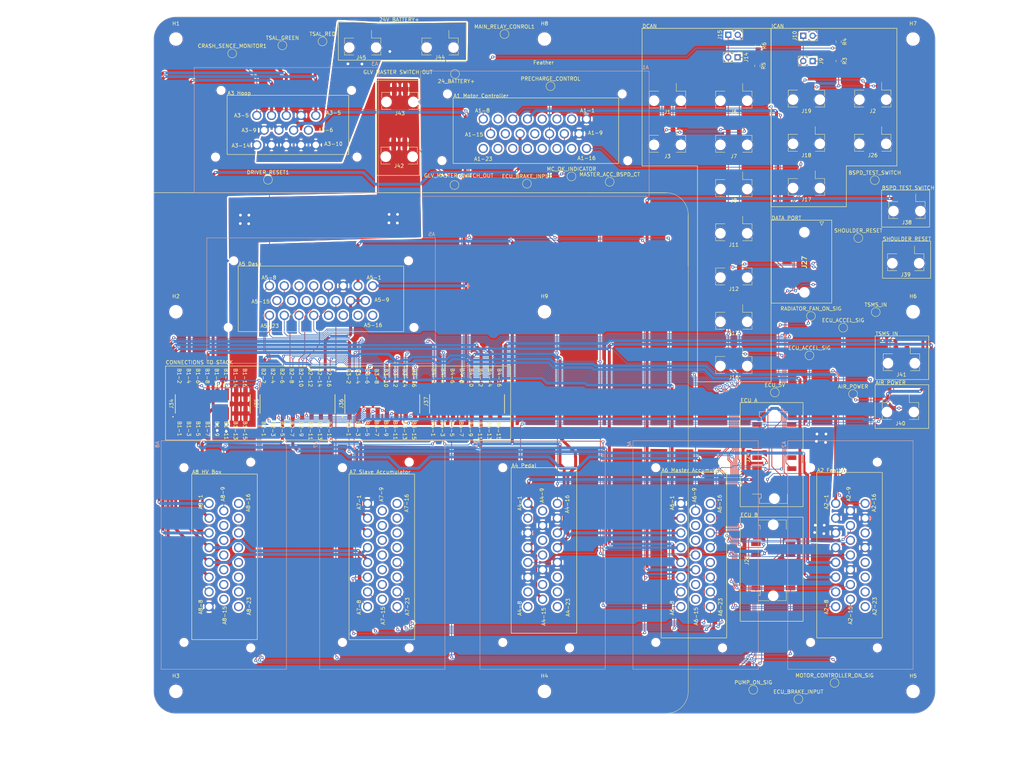
<source format=kicad_pcb>
(kicad_pcb (version 20240108) (generator "pcbnew") (generator_version "8.0")
  (layers (0 "F.Cu" signal) (31 "B.Cu" signal) (34 "B.Paste" user) (35 "F.Paste" user) (36 "B.SilkS" user "B.Silkscreen") (37 "F.SilkS" user "F.Silkscreen") (38 "B.Mask" user) (39 "F.Mask" user) (44 "Edge.Cuts" user))
  (net 0 "")
  (net 1 "/24V_BATTERY+")
  (net 2 "/MC_PROGRAM_ENABLED")
  (net 3 "/MC_RS232_TXD")
  (net 5 "/MC_RS232_GND")
  (net 6 "/MC_RS232_RXD")
  (net 8 "/MAIN_RELAY_CONTROL")
  (net 9 "/MC_OK_INDICATOR")
  (net 10 "/PRECHARGE_CONTROL")
  (net 11 "/MC_FAULT_INDICATOR")
  (net 12 "/MC_12V")
  (net 21 "/RADIATOR_FAN_24V")
  (net 22 "/RADIATOR_WATER_PUMP_24V")
  (net 23 "/BRAKE_LIGHT_12V")
  (net 24 "/BRAKE_LIGHT_GND")
  (net 25 "/PRESSURE{slash}TEMP_SENSOR_1_PRESSURE")
  (net 26 "/PRESSURE{slash}TEMP_SENSOR_1_5V")
  (net 27 "/PRESSURE{slash}TEMP_SENSOR_1_TEMP")
  (net 28 "/PRESSURE{slash}TEMP_SENSOR_2_PRESSURE")
  (net 29 "/PRESSURE{slash}TEMP_SENSOR_2_5V")
  (net 30 "/PRESSURE{slash}TEMP_SENSOR_2_TEMP")
  (net 31 "/PRESSURE{slash}TEMP_SENSOR_3_PRESSURE")
  (net 32 "/PRESSURE{slash}TEMP_SENSOR_3_5V")
  (net 33 "/PRESSURE{slash}TEMP_SENSOR_3_TEMP")
  (net 38 "/GND")
  (net 39 "/AIR_24V")
  (net 40 "/MASTER_ACC_BSPD_CT")
  (net 41 "/CRASH_SENSOR_MONITOR")
  (net 42 "/RIGHT_ESTOP_MONITOR")
  (net 44 "/ECU_5V_POWER_SENSOR_SUPPLY")
  (net 45 "/ECU_ACCELERATOR_SIGNAL_1")
  (net 46 "/ECU_ACCELERATOR_SIGNAL_2")
  (net 48 "/FRONT_BRAKE_PRESSURE_12V")
  (net 49 "/FRONT_BRAKE_SIGNAL")
  (net 50 "/REAR_BRAKE_PRESSURE_12V")
  (net 51 "/REAR_BRAKE_SIGNAL")
  (net 53 "/ECU_BRAKE_INPUT")
  (net 54 "/BOTS_IN")
  (net 55 "/BOTS_OUT")
  (net 59 "/DASH_E-STOP_IN")
  (net 60 "/BSPD_TEST_12V")
  (net 61 "/DASH_IMD_LED")
  (net 62 "/DASH_PDOC_LED")
  (net 63 "/DASH_BSPD_LED")
  (net 64 "/DASH_AMS_LED")
  (net 65 "/DRIVER_RESET_IN")
  (net 66 "/DASH_24V")
  (net 67 "/RTS_SPEAKER-")
  (net 76 "/D_CAN_LOW")
  (net 77 "/D_CAN_HI")
  (net 78 "/I_CAN_LOW")
  (net 79 "/I_CAN_HI")
  (net 80 "/MASTER_ACC_24V")
  (net 81 "/SAFTEY_OUT")
  (net 83 "/AIR_POWER")
  (net 87 "/BSPD_TEST_SWITCH")
  (net 92 "/BATT_CAN_LOW")
  (net 93 "/BATT_CAN_HI")
  (net 94 "/REMOTE-")
  (net 95 "/REMOTE+")
  (net 96 "/SLAVE_ACC_24V")
  (net 97 "/SLAVE_ACC_PDOC_OK")
  (net 109 "/HV_BOX_GREEN")
  (net 110 "/HV_BOX_24V")
  (net 111 "/HV_BOX_RED")
  (net 112 "/HV_BOX_HVD_INT_IN")
  (net 113 "/HV_BOX_HVD_INT_OUT")
  (net 114 "/HV_BOX_PDOC_OK")
  (net 115 "/HV_BOX_IMD_OK")
  (net 130 "Net-(J9-Pin_1)")
  (net 131 "Net-(J10-Pin_2)")
  (net 132 "Net-(J14-Pin_1)")
  (net 133 "Net-(J15-Pin_2)")
  (net 134 "/ECU_24V")
  (net 135 "/ECU_SENSOR_GND")
  (net 136 "/ECU_FEPS")
  (net 141 "/PUMP_ON_SIGNAL")
  (net 142 "/RADIATOR_FAN_ON_SIGNAL")
  (net 143 "/ECU_OK")
  (net 144 "/RTD_LED")
  (net 149 "/SHOULDER_RESET")
  (net 150 "/GLV_MASTER_SWITCH_OUT")
  (net 151 "/MOTOR_CONTROLLER_ON_SIGNAL")
  (net 152 "/SPARE_2_24V")
  (net 153 "/SPARE_1_24V")
  (net 154 "/SAFETY_24V")
  (net 155 "/BSPD_24V")
  (net 156 "/DATALOGGER_24V")
  (net 157 "/BSPD_TRIGGER")
  (net 158 "/DISCHARGE_ENABLE_SIGNAL")
  (net 159 "/MASTER_ACC_HV_INT_OUT")
  (net 160 "/MASTER_ACC_PDOC_OK")
  (footprint "UniSA_Motorsport_Connector:Molex_Micro-Fit_3.0_43650-0221_1x02_P3.00mm_Vertical" (layer "F.Cu") (at 274.5572 71.7296 180)
    (property "Reference" "J3")
    (property "Value" "43650-0221")
  )
  (footprint "Connector_Molex:Molex_Micro-Fit_3.0_43045-1215_2x06_P3.00mm_Vertical" (layer "F.Cu") (at 303.2496 184.73 90)
    (property "Reference" "J25")
    (property "Value" "ECU_B")
  )
  (footprint "UniSA_Motorsport_Connector:Molex_Micro-Fit_3.0_43650-0221_1x02_P3.00mm_Vertical" (layer "F.Cu") (at 292.5572 71.7296 180)
    (property "Reference" "J7")
    (property "Value" "43650-0221")
  )
  (footprint "UniSA_Motorsport_Connector:Molex_Micro-Fit_3.0_43650-0221_1x02_P3.00mm_Vertical" (layer "F.Cu") (at 292.5572 119.7296 180)
    (property "Reference" "J13")
    (property "Value" "43650-0221")
  )
  (footprint "UniSA_Motorsport_Connector:Molex_Micro-Fit_3.0_43650-0221_1x02_P3.00mm_Vertical" (layer "F.Cu") (at 274.5572 59.7296 180)
    (property "Reference" "J1")
    (property "Value" "43650-0221")
  )
  (footprint "UniSA_Motorsport_Connector:Molex_Micro-Fit_3.0_43650-0221_1x02_P3.00mm_Vertical" (layer "F.Cu") (at 201.7776 74.93 180)
    (property "Reference" "J42")
    (property "Value" "GLV_MASTER_SWITCH_OUT")
  )
  (footprint "TestPoint:TestPoint_Pad_D2.0mm" (layer "F.Cu") (at 313.4868 118.4656)
    (property "Reference" "RADIATOR_FAN_ON_SIG")
    (property "Value" "TestPoint")
  )
  (footprint "UniSA_Motorsport_Resistor:0805" (layer "F.Cu") (at 321.0052 49.267 -90)
    (property "Reference" "R3")
    (property "Value" "120R")
  )
  (footprint "MountingHole:MountingHole_3.2mm_M3" (layer "F.Cu") (at 141.189848 43.306639)
    (property "Reference" "H1")
    (property "Value" "MountingHole")
  )
  (footprint "UniSA_Motorsport_Connector:Molex_Micro-Fit_3.0_43650-0221_1x02_P3.00mm_Vertical" (layer "F.Cu") (at 339.1992 103.855 180)
    (property "Reference" "J39")
    (property "Value" "SHOULDER_RESET")
  )
  (footprint "UniSA_Motorsport_Connector:SAMTEC_HW-08-XX-XX-D-XXX-SM" (layer "F.Cu") (at 151.184851 142.301638)
    (property "Reference" "J34")
    (property "Value" "HW-08-XX-XX-D-XXX-SM")
  )
  (footprint "UniSA_Motorsport_Connector:SAMTEC_HW-08-XX-XX-D-XXX-SM" (layer "F.Cu") (at 174.184851 142.301638)
    (property "Reference" "J35")
    (property "Value" "HW-08-XX-XX-D-XXX-SM")
  )
  (footprint "TestPoint:TestPoint_Pad_D2.0mm" (layer "F.Cu") (at 180.9496 43.942)
    (property "Reference" "TSAL_RED")
    (property "Value" "TestPoint")
  )
  (footprint "TestPoint:TestPoint_Pad_D2.0mm" (layer "F.Cu") (at 248.5136 80.5688)
    (property "Reference" "MC_OK_INDICATOR")
    (property "Value" "TestPoint")
  )
  (footprint "UniSA_Motorsport_Connector:Molex_Micro-Fit_3.0_43650-0221_1x02_P3.00mm_Vertical" (layer "F.Cu") (at 330.26 71.4558 180)
    (property "Reference" "J26")
    (property "Value" "43650-0221")
  )
  (footprint "UniSA_Motorsport_Connector:Molex_Micro-Fit_3.0_43650-0221_1x02_P3.00mm_Vertical" (layer "F.Cu") (at 330.26 59.4558 180)
    (property "Reference" "J2")
    (property "Value" "43650-0221")
  )
  (footprint "UniSA_Motorsport_Connector:Molex_Micro-Fit_3.0_43650-0221_1x02_P3.00mm_Vertical" (layer "F.Cu") (at 292.5572 107.7296 180)
    (property "Reference" "J12")
    (property "Value" "43650-0221")
  )
  (footprint "TestPoint:TestPoint_Pad_D2.0mm" (layer "F.Cu") (at 297.8404 219.8624)
    (property "Reference" "PUMP_ON_SIG")
    (property "Value" "TestPoint")
  )
  (footprint "TestPoint:TestPoint_Pad_D2.0mm" (layer "F.Cu") (at 331.0636 117.3988)
    (property "Reference" "TSMS_IN")
    (property "Value" "TestPoint")
  )
  (footprint "TestPoint:TestPoint_Pad_D2.0mm" (layer "F.Cu") (at 216.7636 82.9056)
    (property "Reference" "GLV_MASTER_SWITCH_OUT")
    (property "Value" "TestPoint")
  )
  (footprint "UniSA_Motorsport_Resistor:0805" (layer "F.Cu") (at 299.1612 45.1104 -90)
    (property "Reference" "R6")
    (property "Value" "120R")
  )
  (footprint "UniSA_Motorsport_Connector:Molex_Micro-Fit_3.0_43650-0221_1x02_P3.00mm_Vertical" (layer "F.Cu") (at 292.5572 95.7296 180)
    (property "Reference" "J11")
    (property "Value" "43650-0221")
  )
  (footprint "Connector_PinHeader_2.54mm:PinHeader_1x02_P2.54mm_Vertical" (layer "F.Cu") (at 291.079 42.164 90)
    (property "Reference" "J15")
    (property "Value" "Conn_01x02")
  )
  (footprint "TestPoint:TestPoint_Pad_D2.0mm" (layer "F.Cu") (at 324.9168 139.5984)
    (property "Reference" "AIR_POWER")
    (property "Value" "TestPoint")
  )
  (footprint "UniSA_Motorsport_Connector:MOLEX_43045-10YY_10PIN" (layer "F.Cu") (at 311.7088 103.88115 90)
    (property "Reference" "J27")
    (property "Value" "43045-1015" (hide yes))
  )
  (footprint "TestPoint:TestPoint_Pad_D2.0mm" (layer "F.Cu") (at 310.0832 222.4024)
    (property "Reference" "ECU_BRAKE_INPUT")
    (property "Value" "TestPoint")
  )
  (footprint "MountingHole:MountingHole_3.2mm_M3" (layer "F.Cu") (at 141.184851 220.301638)
    (property "Reference" "H3")
    (property "Value" "MountingHole")
  )
  (footprint "UniSA_Motorsport_Connector:Molex_Micro-Fit_3.0_43650-0221_1x02_P3.00mm_Vertical" (layer "F.Cu") (at 337.7692 144.2212 180)
    (property "Reference" "J40")
    (property "Value" "AIR_POWER")
  )
  (footprint "MountingHole:MountingHole_3.2mm_M3" (layer "F.Cu") (at 241.184851 220.301638)
    (property "Reference" "H4")
    (property "Value" "MountingHole")
  )
  (footprint "UniSA_Motorsport_Connector:Molex_Micro-Fit_3.0_43650-0221_1x02_P3.00mm_Vertical" (layer "F.Cu") (at 292.5572 59.7296 180)
    (property "Reference" "J6")
    (property "Value" "43650-0221")
  )
  (footprint "TestPoint:TestPoint_Pad_D2.0mm" (layer "F.Cu") (at 156.464 47.1932)
    (property "Reference" "CRASH_SENCE_MONITOR1")
    (property "Value" "TestPoint")
  )
  (footprint "TestPoint:TestPoint_Pad_D2.0mm" (layer "F.Cu") (at 322.2244 121.6152)
    (property "Reference" "ECU_ACCEL_SIG")
    (property "Value" "TestPoint")
  )
  (footprint "UniSA_Motorsport_Connector:Molex_Micro-Fit_3.0_43650-0221_1x02_P3.00mm_Vertical" (layer "F.Cu") (at 338.0308 130.9822 180)
    (property "Reference" "J41")
    (property "Value" "TSMS_IN")
  )
  (footprint "UniSA_Motorsport_Resistor:0805" (layer "F.Cu") (at 321.0052 44.0346 -90)
    (property "Reference" "R4")
    (property "Value" "120R")
  )
  (footprint "UniSA_Motorsport_Connector:Molex_Micro-Fit_3.0_43650-0221_1x02_P3.00mm_Vertical" (layer "F.Cu") (at 339.5232 89.6982 180)
    (property "Reference" "J38")
    (property "Value" "BSPD_TEST_SWITCH")
  )
  (footprint "Connector_PinHeader_2.54mm:PinHeader_1x02_P2.54mm_Vertical" (layer "F.Cu") (at 313.944 49.276 -90)
    (property "Reference" "J9")
    (property "Value" "Conn_01x02")
  )
  (footprint "UniSA_Motorsport_Connector:Molex_Micro-Fit_3.0_43650-0221_1x02_P3.00mm_Vertical" (layer "F.Cu") (at 312.26 59.4558 180)
    (property "Reference" "J19")
    (property "Value" "43650-0221")
  )
  (footprint "Connector_Molex:Molex_Micro-Fit_3.0_43045-1415_2x07_P3.00mm_Vertical" (layer "F.Cu") (at 303.5544 156.8648 90)
    (property "Reference" "J24")
    (property "Value" "ECU_A")
  )
  (footprint "Connector_PinHeader_2.54mm:PinHeader_1x02_P2.54mm_Vertical" (layer "F.Cu") (at 311.399 42.418 90)
    (property "Reference" "J10")
    (property "Value" "Conn_01x02")
  )
  (footprint "TestPoint:TestPoint_Pad_D2.0mm" (layer "F.Cu") (at 319.8876 217.9828)
    (property "Reference" "MOTOR_CONTROLLER_ON_SIG")
    (property "Value" "TestPoint")
  )
  (footprint "UniSA_Motorsport_Connector:Molex_Micro-Fit_3.0_43650-0221_1x02_P3.00mm_Vertical" (layer "F.Cu") (at 201.954 60.0894 180)
    (property "Reference" "J43")
    (property "Value" "GLV_MASTER_SWITCH_OUT")
  )
  (footprint "MountingHole:MountingHole_3.2mm_M3" (layer "F.Cu") (at 241.184851 117.301638)
    (property "Reference" "H9")
    (property "Value" "MountingHole")
  )
  (footprint "TestPoint:TestPoint_Pad_D2.0mm" (layer "F.Cu") (at 170.0784 45.0088)
    (property "Reference" "TSAL_GREEN")
    (property "Value" "TestPoint")
  )
  (footprint "TestPoint:TestPoint_Pad_D2.0mm" (layer "F.Cu") (at 303.6824 139.192)
    (property "Reference" "ECU_5V")
    (property "Value" "TestPoint")
  )
  (footprint "TestPoint:TestPoint_Pad_D2.0mm" (layer "F.Cu") (at 216.916 52.7812 180)
    (property "Reference" "24_BATTERY+")
    (property "Value" "TestPoint")
  )
  (footprint "UniSA_Motorsport_Connector:Molex_Micro-Fit_3.0_43650-0221_1x02_P3.00mm_Vertical" (layer "F.Cu") (at 212.864 45.3334 180)
    (property "Reference" "J44")
    (property "Value" "24V_BATTERY+")
  )
  (footprint "UniSA_Motorsport_Connector:Molex_Micro-Fit_3.0_43650-0221_1x02_P3.00mm_Vertical" (layer "F.Cu") (at 312.26 83.4558 180)
    (property "Reference" "J17")
    (property "Value" "43650-0221")
  )
  (footprint "UniSA_Motorsport_Connector:Molex_Micro-Fit_3.0_43650-0221_1x02_P3.00mm_Vertical" (layer "F.Cu") (at 292.5572 131.7296 180)
    (property "Reference" "J16")
    (property "Value" "43650-0221")
  )
  (footprint "MountingHole:MountingHole_3.2mm_M3" (layer "F.Cu") (at 241.189848 43.306639)
    (property "Reference" "H8")
    (property "Value" "MountingHole")
  )
  (footprint "UniSA_Motorsport_Connector:Molex_Micro-Fit_3.0_43650-0221_1x02_P3.00mm_Vertical" (layer "F.Cu") (at 312.26 71.4558 180)
    (property "Reference" "J18")
    (property "Value" "43650-0221")
  )
  (footprint "UniSA_Motorsport_Connector:Molex_Micro-Fit_3.0_43650-0221_1x02_P3.00mm_Vertical" (layer "F.Cu") (at 292.5572 83.7296 180)
    (property "Reference" "J8")
    (property "Value" "43650-0221")
  )
  (footprint "TestPoint:TestPoint_Pad_D2.0mm" (layer "F.Cu") (at 230.3272 41.9608)
    (property "Reference" "MAIN_RELAY_CONROL1")
    (property "Value" "TestPoint")
  )
  (footprint "MountingHole:MountingHole_3.2mm_M3" (layer "F.Cu") (at 141.184851 117.301638)
    (property "Reference" "H2")
    (property "Value" "MountingHole")
  )
  (footprint "TestPoint:TestPoint_Pad_D2.0mm" (layer "F.Cu") (at 236.4232 82.55)
    (property "Reference" "ECU_BRAKE_INPUT")
    (property "Value" "TestPoint")
  )
  (footprint "UniSA_Motorsport_Connector:Molex_Micro-Fit_3.0_43650-0221_1x02_P3.00mm_Vertical" (layer "F.Cu") (at 191.864 45.3334 180)
    (property "Reference" "J45")
    (property "Value" "24V_BATTERY+")
  )
  (footprint "TestPoint:TestPoint_Pad_D2.0mm" (layer "F.Cu") (at 313.0804 129.1336)
    (property "Reference" "ECU_ACCEL_SIG")
    (property "Value" "TestPoint")
  )
  (footprint "TestPoint:TestPoint_Pad_D2.0mm" (layer "F.Cu") (at 258.8768 82.042)
    (property "Reference" "MASTER_ACC_BSPD_CT")
    (property "Value" "TestPoint")
  )
  (footprint "TestPoint:TestPoint_Pad_D2.0mm" (layer "F.Cu") (at 326.3392 97.282)
    (property "Reference" "SHOULDER_RESET")
    (property "Value" "TestPoint")
  )
  (footprint "UniSA_Motorsport_Connector:SAMTEC_HW-08-XX-XX-D-XXX-SM" (layer "F.Cu") (at 220.184851 142.301638)
    (property "Reference" "J37")
    (property "Value" "HW-08-XX-XX-D-XXX-SM")
  )
  (footprint "UniSA_Motorsport_Connector:SAMTEC_HW-08-XX-XX-D-XXX-SM" (layer "F.Cu") (at 197.184851 142.301638)
    (property "Reference" "J36")
    (property "Value" "HW-08-XX-XX-D-XXX-SM")
  )
  (footprint "MountingHole:MountingHole_3.2mm_M3" (layer "F.Cu") (at 341.189908 43.306581)
    (property "Reference" "H7")
    (property "Value" "MountingHole")
  )
  (footprint "Connector_PinHeader_2.54mm:PinHeader_1x02_P2.54mm_Vertical" (layer "F.Cu") (at 293.5782 48.26 -90)
    (property "Reference" "J14")
    (property "Value" "Conn_01x02")
  )
  (footprint "MountingHole:MountingHole_3.2mm_M3" (layer "F.Cu") (at 341.194744 220.301535)
    (property "Reference" "H5")
    (property "Value" "MountingHole")
  )
  (footprint "UniSA_Motorsport_Resistor:0805" (layer "F.Cu") (at 298.958 50.5968 -90)
    (property "Reference" "R5")
    (property "Value" "120R")
  )
  (footprint "TestPoint:TestPoint_Pad_D2.0mm" (layer "F.Cu") (at 330.8096 81.5848)
    (property "Reference" "BSPD_TEST_SWITCH")
    (property "Value" "TestPoint")
  )
  (footprint "TestPoint:TestPoint_Pad_D2.0mm" (layer "F.Cu") (at 242.824 56.0832)
    (property "Reference" "PRECHARGE_CONTROL")
    (property "Value" "TestPoint")
  )
  (footprint "TestPoint:TestPoint_Pad_D2.0mm" (layer "F.Cu") (at 166.1668 81.4832)
    (property "Reference" "DRIVER_RESET1")
    (property "Value" "TestPoint")
  )
  (footprint "MountingHole:MountingHole_3.2mm_M3" (layer "F.Cu") (at 341.194744 117.301535)
    (property "Reference" "H6")
    (property "Value" "MountingHole")
  )
  (footprint "UniSA_Motorsport_Connector:AMPSEAL_3_ROW_23_PIN_VERTICAL" (layer "B.Cu") (at 238.5756 70.9996 180)
    (property "Reference" "A1")
    (property "Value" "MOTOR CONTROLLER")
  )
  (footprint "UniSA_Motorsport_Connector:AMPSEAL_3_ROW_23_PIN_VERTICAL" (layer "B.Cu") (at 242.684851 183.301638 -90)
    (property "Reference" "A4")
    (property "Value" "PEDAL")
  )
  (footprint "UniSA_Motorsport_Connector:AMPSEAL_3_ROW_23_PIN_VERTICAL" (layer "B.Cu") (at 156.184851 183.301638 -90)
    (property "Reference" "A8")
    (property "Value" "HV BOX")
  )
  (footprint "UniSA_Motorsport_Connector:AMPSEAL_3_ROW_23_PIN_VERTICAL" (layer "B.Cu") (at 284.194744 183.301535 -90)
    (property "Reference" "A6")
    (property "Value" "MASTER ACCUMULATOR")
  )
  (footprint "UniSA_Motorsport_Connector:AMPSEAL_3_ROW_23_PIN_VERTICAL" (layer "B.Cu") (at 199.184851 183.301638 -90)
    (property "Reference" "A7")
    (property "Value" "SLAVE ACCUMULATOR")
  )
  (footprint "UniSA_Motorsport_Connector:AMPSEAL_3_ROW_14_PIN_VERTICAL" (layer "B.Cu") (at 171.142 68.0344 180)
    (property "Reference" "A3")
    (property "Value" "HOOP")
  )
  (footprint "UniSA_Motorsport_Connector:AMPSEAL_3_ROW_23_PIN_VERTICAL" (layer "B.Cu") (at 326.194744 183.301535 -90)
    (property "Reference" "A2")
    (property "Value" "Feathers")
  )
  (footprint "UniSA_Motorsport_Connector:AMPSEAL_3_ROW_23_PIN_VERTICAL" (layer "B.Cu") (at 180.5884 116.2624 180)
    (property "Reference" "A5")
    (property "Value" "DASH")
  )
  (gr_rect (start 315.0616 160.8836) (end 332.8416 205.7908) (stroke (width 0.15)) (fill none) (layer "F.SilkS"))
  (gr_rect (start 195.604 54.5014) (end 207.288 80.3078) (stroke (width 0.15)) (fill none) (layer "F.SilkS"))
  (gr_line (start 282.702 77.724) (end 267.6652 77.724) (stroke (width 0.15)) (layer "F.SilkS"))
  (gr_rect (start 332.8924 98.1456) (end 345.948 108.204) (stroke (width 0.15)) (fill none) (layer "F.SilkS"))
  (gr_line (start 267.6652 77.724) (end 267.6652 40.386) (stroke (width 0.15)) (layer "F.SilkS"))
  (gr_rect (start 216.408 59.2836) (end 261.3152 77.0636) (stroke (width 0.15)) (fill none) (layer "F.SilkS"))
  (gr_rect (start 155.0924 58.5724) (end 188.0616 74.6252) (stroke (width 0.15)) (fill none) (layer "F.SilkS"))
  (gr_line (start 302.6664 40.386) (end 336.804 40.386) (stroke (width 0.15)) (layer "F.SilkS"))
  (gr_rect (start 294.2844 173.0248) (end 311.3532 201.2696) (stroke (width 0.15)) (fill none) (layer "F.SilkS"))
  (gr_line (start 302.6664 88.7984) (end 302.6664 40.386) (stroke (width 0.15)) (layer "F.SilkS"))
  (gr_line (start 302.6664 40.386) (end 302.6664 136.2964) (stroke (width 0.15)) (layer "F.SilkS"))
  (gr_rect (start 138.3792 132.0292) (end 232.0036 152.0952) (stroke (width 0.15)) (fill none) (layer "F.SilkS"))
  (gr_line (start 267.6652 40.386) (end 302.6664 40.386) (stroke (width 0.15)) (layer "F.SilkS"))
  (gr_rect (start 302.7172 92.456) (end 319.1256 114.9604) (stroke (width 0.15)) (fill none) (layer "F.SilkS"))
  (gr_arc (start 274.179991 85.011452) (mid 278.420489 86.76387) (end 280.179991 91.001452) (stroke (width 0.1)) (layer "F.SilkS"))
  (gr_rect (start 330.9112 137.1092) (end 345.44 148.9456) (stroke (width 0.15)) (fill none) (layer "F.SilkS"))
  (gr_rect (start 232.156 159.6136) (end 249.936 204.5208) (stroke (width 0.15)) (fill none) (layer "F.SilkS"))
  (gr_line (start 336.804 40.386) (end 336.804 77.724) (stroke (width 0.15)) (layer "F.SilkS"))
  (gr_line (start 302.6664 136.2964) (end 282.702 136.2964) (stroke (width 0.15)) (layer "F.SilkS"))
  (gr_rect (start 188.1632 161.3408) (end 205.9432 206.248) (stroke (width 0.15)) (fill none) (layer "F.SilkS"))
  (gr_rect (start 332.6384 84.2772) (end 345.694 94.3356) (stroke (width 0.15)) (fill none) (layer "F.SilkS"))
  (gr_line (start 323.088 88.7984) (end 302.6664 88.7984) (stroke (width 0.15)) (layer "F.SilkS"))
  (gr_arc (start 280.179851 220.301638) (mid 278.427472 224.542188) (end 274.189851 226.301638) (stroke (width 0.1)) (layer "F.SilkS"))
  (gr_rect (start 145.4912 161.3408) (end 163.2712 206.248) (stroke (width 0.15)) (fill none) (layer "F.SilkS"))
  (gr_line (start 280.179991 91.001452) (end 280.179791 104.935552) (stroke (width 0.15)) (layer "F.SilkS"))
  (gr_line (start 274.179991 85.011452) (end 135.128 84.9884) (stroke (width 0.15)) (layer "F.SilkS"))
  (gr_rect (start 185.26 38.6786) (end 220.0072 49.0418) (stroke (width 0.15)) (fill none) (layer "F.SilkS"))
  (gr_rect (start 272.8468 160.8836) (end 290.6268 205.7908) (stroke (width 0.15)) (fill none) (layer "F.SilkS"))
  (gr_line (start 282.702 136.2964) (end 282.702 77.724) (stroke (width 0.15)) (layer "F.SilkS"))
  (gr_rect (start 294.2844 141.9352) (end 311.3532 170.18) (stroke (width 0.15)) (fill none) (layer "F.SilkS"))
  (gr_rect (start 158.0896 104.902) (end 202.9968 122.682) (stroke (width 0.15)) (fill none) (layer "F.SilkS"))
  (gr_line (start 280.179851 220.301638) (end 280.179791 104.935552) (stroke (width 0.1)) (layer "F.SilkS"))
  (gr_line (start 336.804 77.724) (end 323.088 77.724) (stroke (width 0.15)) (layer "F.SilkS"))
  (gr_line (start 267.6652 40.386) (end 302.6664 40.386) (stroke (width 0.15)) (layer "F.SilkS"))
  (gr_rect (start 330.9112 123.8504) (end 345.44 135.6868) (stroke (width 0.15)) (fill none) (layer "F.SilkS"))
  (gr_line (start 323.088 77.724) (end 323.088 88.7984) (stroke (width 0.15)) (layer "F.SilkS"))
  (gr_line (start 135.189849 43.30664) (end 135.189849 220.30664) (stroke (width 0.1)) (layer "Edge.Cuts"))
  (gr_line (start 341.189849 226.29664) (end 141.189849 226.29664) (stroke (width 0.1)) (layer "Edge.Cuts"))
  (gr_arc (start 341.189849 37.30664) (mid 345.432507 39.063982) (end 347.189849 43.30664) (stroke (width 0.1)) (layer "Edge.Cuts"))
  (gr_line (start 341.189849 37.30664) (end 141.189849 37.30664) (stroke (width 0.1)) (layer "Edge.Cuts"))
  (gr_arc (start 135.189849 43.30664) (mid 136.947208 39.063999) (end 141.189849 37.30664) (stroke (width 0.1)) (layer "Edge.Cuts"))
  (gr_arc (start 347.189849 220.30664) (mid 345.430388 224.54425) (end 341.189849 226.29664) (stroke (width 0.1)) (layer "Edge.Cuts"))
  (gr_arc (start 141.189849 226.29664) (mid 136.94928 224.54428) (end 135.189849 220.30664) (stroke (width 0.1)) (layer "Edge.Cuts"))
  (gr_line (start 347.189849 43.30664) (end 347.189849 220.30664) (stroke (width 0.1)) (layer "Edge.Cuts"))
  (gr_text "B2-15" (at 182.2196 146.9136 270) (layer "F.SilkS") (effects (font (size 1 1)) (justify left bottom)))
  (gr_text "B2-1" (at 164.4396 146.9136 270) (layer "F.SilkS") (effects (font (size 1 1)) (justify left bottom)))
  (gr_text "B1-14" (at 156.7688 132.5372 -90) (layer "F.SilkS") (effects (font (size 1 1)) (justify left bottom)))
  (gr_text "B3-10" (at 197.612 132.6228 270) (layer "F.SilkS") (effects (font (size 1 1)) (justify left bottom)))
  (gr_text "A8-9" (at 154.5336 168.8592 90) (layer "F.SilkS") (effects (font (size 1 1)) (justify left bottom)))
  (gr_text "A3-6" (at 179.7304 68.58 0) (layer "F.SilkS") (effects (font (size 1 1)) (justify left bottom)))
  (gr_text "A2-1" (at 318.262 170.9928 90) (layer "F.SilkS") (effects (font (size 1 1)) (justify left bottom)))
  (gr_text "B2-2" (at 164.3888 132.5212 270) (layer "F.SilkS") (effects (font (size 1 1)) (justify left bottom)))
  (gr_text "A8-23" (at 161.5948 199.7456 90) (layer "F.SilkS") (effects (font (size 1 1)) (justify left bottom)))
  (gr_text "A7-23" (at 204.5716 199.8472 90) (layer "F.SilkS") (effects (font (size 1 1)) (justify left bottom)))
  (gr_text "A4 Pedal" (at 232.156 159.6136 0) (layer "F.SilkS") (effects (font (size 1 1)) (justify left bottom)))
  (gr_text "B2-8" (at 172.0088 132.5212 270) (layer "F.SilkS") (effects (font (size 1 1)) (justify left bottom)))
  (gr_text "B3-12" (at 200.152 132.6228 270) (layer "F.SilkS") (effects (font (size 1 1)) (justify left bottom)))
  (gr_text "B3-1" (at 187.452 146.8628 270) (layer "F.SilkS") (effects (font (size 1 1)) (justify left bottom)))
  (gr_text "A2-16" (at 331.1652 171.704 90) (layer "F.SilkS") (effects (font (size 1 1)) (justify left bottom)))
  (gr_text "A7-15" (at 197.9676 202.3364 90) (layer "F.SilkS") (effects (font (size 1 1)) (justify left bottom)))
  (gr_text "A1-16" (at 250.0376 76.2 0) (layer "F.SilkS") (effects (font (size 1 1)) (justify left bottom)))
  (gr_text "B1-7" (at 149.1996 146.8628 270) (layer "F.SilkS") (effects (font (size 1 1)) (justify left bottom)))
  (gr_text "ECU B" (at 294.2844 173.0248 0) (layer "F.SilkS") (effects (font (size 1 1)) (justify left bottom)))
  (gr_text "A5-1" (at 192.8368 108.6104 0) (layer "F.SilkS") (effects (font (size 1 1)) (justify left bottom)))
  (gr_text "A6-23" (at 289.5092 199.9996 90) (layer "F.SilkS") (effects (font (size 1 1)) (justify left bottom)))
  (gr_text "B2-3" (at 166.9796 146.9136 270) (layer "F.SilkS") (effects (font (size 1 1)) (justify left bottom)))
  (gr_text "B2-13" (at 179.6796 146.9136 270) (layer "F.SilkS") (effects (font (size 1 1)) (justify left bottom)))
  (gr_text "A1 Motor Controller" (at 216.408 59.2836 0) (layer "F.SilkS") (effects (font (size 1 1)) (justify left bottom)))
  (gr_text "B4-3" (at 212.9536 146.9136 270) (layer "F.SilkS") (effects (font (size 1 1)) (justify left bottom)))
  (gr_text "A7-8" (at 191.4652 199.5932 90) (layer "F.SilkS") (effects (font (size 1 1)) (justify left bottom)))
  (gr_text "SHOULDER RESET" (at 332.8924 98.1456 0) (layer "F.SilkS") (effects (font (size 1 1)) (justify left bottom)))
  (gr_text "CONNECTIONS TO STACK" (at 138.3284 131.6228 0) (layer "F.SilkS") (effects (font (size 1 1)) (justify left bottom)))
  (gr_text "B1-12" (at 154.2288 132.5372 -90) (layer "F.SilkS") (effects (font (size 1 1)) (justify left bottom)))
  (gr_text "A4-9" (at 241.0968 169.2148 90) (layer "F.SilkS") (effects (font (size 1 1)) (justify left bottom)))
  (gr_text "B4-16" (at 228.346 132.5212 270) (layer "F.SilkS") (effects (font (size 1 1)) (justify left bottom)))
  (gr_text "B4-2" (at 210.566 132.5212 270) (layer "F.SilkS") (effects (font (size 1 1)) (justify left bottom)))
  (gr_text "A6-16" (at 289.306 171.958 90) (layer "F.SilkS") (effects (font (size 1 1)) (justify left bottom)))
  (gr_text "B2-4" (at 166.9288 132.5212 270) (layer "F.SilkS") (effects (font (size 1 1)) (justify left bottom)))
  (gr_text "B4-14" (at 225.806 132.5212 270) (layer "F.SilkS") (effects (font (size 1 1)) (justify left bottom)))
  (gr_text "B3-9" (at 197.612 146.8628 270) (layer "F.SilkS") (effects (font (size 1 1)) (justify left bottom)))
  (gr_text "A5-8" (at 164.338 108.6104 0) (layer "F.SilkS") (effects (font (size 1 1)) (justify left bottom)))
  (gr_text "A8 HV Box" (at 145.4912 161.3408 0) (layer "F.SilkS") (effects (font (size 1 1)) (justify left bottom)))
  (gr_text "TSMS IN" (at 330.9112 123.8504 0) (layer "F.SilkS") (effects (font (size 1 1)) (justify left bottom)))
  (gr_text "A3-5" (at 156.8704 64.6176 0) (layer "F.SilkS") (effects (font (size 1 1)) (justify left bottom)))
  (gr_text "B4-4" (at 213.106 132.5212 270) (layer "F.SilkS") (effects (font (size 1 1)) (justify left bottom)))
  (gr_text "A4-1" (at 235.0516 171.3484 90) (layer "F.SilkS") (effects (font (size 1 1)) (justify left bottom)))
  (gr_text "B3-16" (at 205.232 132.6228 270) (layer "F.SilkS") (effects (font (size 1 1)) (justify left bottom)))
  (gr_text "B1-15" (at 159.3596 146.8628 270) (layer "F.SilkS") (effects (font (size 1 1)) (justify left bottom)))
  (gr_text "A6 Master Accumulator" (at 272.8468 160.8836 0) (layer "F.SilkS") (effects (font (size 1 1)) (justify left bottom)))
  (gr_text "A3-14" (at 156.21 72.7964 0) (layer "F.SilkS") (effects (font (size 1 1)) (justify left bottom)))
  (gr_text "ECU A" (at 294.2844 141.9352 0) (layer "F.SilkS") (effects (font (size 1 1)) (justify left bottom)))
  (gr_text "B1-13" (at 156.8196 146.8628 270) (layer "F.SilkS") (effects (font (size 1 1)) (justify left bottom)))
  (gr_text "B4-7" (at 218.0336 146.9136 270) (layer "F.SilkS") (effects (font (size 1 1)) (justify left bottom)))
  (gr_text "A5-15" (at 161.5948 115.1128 0) (layer "F.SilkS") (effects (font (size 1 1)) (justify left bottom)))
  (gr_text "B3-2" (at 187.452 132.6228 270) (layer "F.SilkS") (effects (font (size 1 1)) (justify left bottom)))
  (gr_text "B1-6" (at 146.6088 132.5372 -90) (layer "F.SilkS") (effects (font (size 1 1)) (justify left bottom)))
  (gr_text "B1-3" (at 144.1196 146.8628 270) (layer "F.SilkS") (effects (font (size 1 1)) (justify left bottom)))
  (gr_text "A1-9" (at 252.8824 69.342 0) (layer "F.SilkS") (effects (font (size 1 1)) (justify left bottom)))
  (gr_text "24V_BATTERY+" (at 196.2328 38.6278 0) (layer "F.SilkS") (effects (font (size 1 1)) (justify left bottom)))
  (gr_text "GLV MASTER SWITCH OUT" (at 191.9224 52.8828 0) (layer "F.SilkS") (effects (font (size 1 1)) (justify left bottom)))
  (gr_text "A8-15" (at 154.9908 202.2348 90) (layer "F.SilkS") (effects (font (size 1 1)) (justify left bottom)))
  (gr_text "B4-12" (at 223.266 132.5212 270) (layer "F.SilkS") (effects (font (size 1 1)) (justify left bottom)))
  (gr_text "A6-1" (at 276.4028 171.2468 90) (layer "F.SilkS") (effects (font (size 1 1)) (justify left bottom)))
  (gr_text "A5-9" (at 194.9704 114.6556 0) (layer "F.SilkS") (effects (font (size 1 1)) (justify left bottom)))
  (gr_text "B4-11" (at 223.1136 146.9136 270) (layer "F.SilkS") (effects (font (size 1 1)) (justify left bottom)))
  (gr_text "A3-10" (at 181.356 72.3392 0) (layer "F.SilkS") (effects (font (size 1 1)) (justify left bottom)))
  (gr_text "A1-1" (at 250.7488 63.2968 0) (layer "F.SilkS") (effects (font (size 1 1)) (justify left bottom)))
  (gr_text "B1-5" (at 146.6596 146.8628 270) (layer "F.SilkS") (effects (font (size 1 1)) (justify left bottom)))
  (gr_text "B1-16" (at 159.3088 132.5372 -90) (layer "F.SilkS") (effects (font (size 1 1)) (justify left bottom)))
  (gr_text "B3-14" (at 202.692 132.6228 270) (layer "F.SilkS") (effects (font (size 1 1)) (justify left bottom)))
  (gr_text "A2-9" (at 324.3072 168.8592 90) (layer "F.SilkS") (effects (font (size 1 1)) (justify left bottom)))
  (gr_text "B3-11" (at 200.152 146.8628 270) (layer "F.SilkS") (effects (font (size 1 1)) (justify left bottom)))
  (gr_text "B4-15" (at 228.1936 146.9136 270) (layer "F.SilkS") (effects (font (size 1 1)) (justify left bottom)))
  (gr_text "B3-6" (at 192.532 132.6228 270) (layer "F.SilkS") (effects (font (size 1 1)) (justify left bottom)))
  (gr_text "B3-13" (at 202.692 146.8628 270) (layer "F.SilkS") (effects (font (size 1 1)) (justify left bottom)))
  (gr_text "A5 Dash" (at 158.0896 104.902 0) (layer "F.SilkS") (effects (font (size 1 1)) (justify left bottom)))
  (gr_text "B1-1" (at 141.5796 146.8628 -90) (layer "F.SilkS") (effects (font (size 1 1)) (justify left bottom)))
  (gr_text "B2-9" (at 174.5996 146.9136 270) (layer "F.SilkS") (effects (font (size 1 1)) (justify left bottom)))
  (gr_text "A6-15" (at 282.9052 202.4888 90) (layer "F.SilkS") (effects (font (size 1 1)) (justify left bottom)))
  (gr_text "A5-23" (at 164.084 121.7168 0) (layer "F.SilkS") (effects (font (size 1 1)) (justify left bottom)))
  (gr_text "A1-15" (at 219.5068 69.7992 0) (layer "F.SilkS") (effects (font (size 1 1)) (justify left bottom)))
  (gr_text "B1-4" (at 144.0688 132.5372 -90) (layer "F.SilkS") (effects (font (size 1 1)) (justify left bottom)))
  (gr_text "A7-16" (at 204.3684 171.8056 90) (layer "F.SilkS") (effects (font (size 1 1)) (justify left bottom)))
  (gr_text "A3 Hoop\n" (at 155.0924 58.5724 0) (layer "F.SilkS") (effects (font (size 1 1)) (justify left bottom)))
  (gr_text "B2-16" (at 182.1688 132.5212 270) (layer "F.SilkS") (effects (font (size 1 1)) (justify left bottom)))
  (gr_text "DCAN" (at 267.6652 40.386 0) (layer "F.SilkS") (effects (font (size 1 1)) (justify left bottom)))
  (gr_text "A4-23" (at 248.158 200.1012 90) (layer "F.SilkS") (effects (font (size 1 1)) (justify left bottom)))
  (gr_text "Feather\n" (at 238.051752 50.270961 0) (layer "F.SilkS") (effects (font (size 1 1)) (justify left bottom)))
  (gr_text "A8-16" (at 161.3916 171.704 90) (layer "F.SilkS") (effects (font (size 1 1)) (justify left bottom)))
  (gr_text "B4-8" (at 218.186 132.5212 270) (layer "F.SilkS") (effects (font (size 1 1)) (justify left bottom)))
  (gr_text "BSPD TEST SWITCH" (at 332.6384 84.2772 0) (layer "F.SilkS") (effects (font (size 1 1)) (justify left bottom)))
  (gr_text "B2-7" (at 172.0596 146.9136 270) (layer "F.SilkS") (effects (font (size 1 1)) (justify left bottom)))
  (gr_text "A6-9" (at 282.448 169.1132 90) (layer "F.SilkS") (effects (font (size 1 1)) (justify left bottom)))
  (gr_text "B4-13" (at 225.6536 146.9136 270) (layer "F.SilkS") (effects (font (size 1 1)) (justify left bottom)))
  (gr_text "B3-4" (at 189.992 132.6228 270) (layer "F.SilkS") (effects (font (size 1 1)) (justify left bottom)))
  (gr_text "B3-3" (at 189.992 146.8628 270) (layer "F.SilkS") (effects (font (size 1 1)) (justify left bottom)))
  (gr_text "AIR POWER" (at 330.9112 137.1092 0) (layer "F.SilkS") (effects (font (size 1 1)) (justify left bottom)))
  (gr_text "A8-8" (at 148.4884 199.4916 90) (layer "F.SilkS") (effects (font (size 1 1)) (justify left bottom)))
  (gr_text "B2-11" (at 177.1396 146.9136 270) (layer "F.SilkS") (effects (font (size 1 1)) (justify left bottom)))
  (gr_text "A4-15" (at 241.554 202.5904 90) (layer "F.SilkS") (effects (font (size 1 1)) (justify left bottom)))
  (gr_text "A7 Slave Accumulator" (at 188.1632 161.3408 0) (layer "F.SilkS") (effects (font (size 1 1)) (justify left bottom)))
  (gr_text "B3-8" (at 195.072 132.6228 270) (layer "F.SilkS") (effects (font (size 1 1)) (justify left bottom)))
  (gr_text "B1-10" (at 151.6888 132.5372 -90) (layer "F.SilkS") (effects (font (size 1 1)) (justify left bottom)))
  (gr_text "A2-23" (at 331.3684 199.7456 90) (layer "F.SilkS") (effects (font (size 1 1)) (justify left bottom)))
  (gr_text "ICAN" (at 302.6664 40.386 0) (layer "F.SilkS") (effects (font (size 1 1)) (justify left bottom)))
  (gr_text "B1-11" (at 154.2796 146.8628 270) (layer "F.SilkS") (effects (font (size 1 1)) (justify left bottom)))
  (gr_text "A2-8" (at 318.262 199.4916 90) (layer "F.SilkS") (effects (font (size 1 1)) (justify left bottom)))
  (gr_text "A4-16" (at 247.9548 172.0596 90) (layer "F.SilkS") (effects (font (size 1 1)) (justify left bottom)))
  (gr_text "B4-6" (at 215.646 132.5212 270) (layer "F.SilkS") (effects (font (size 1 1)) (justify left bottom)))
  (gr_text "A2 Feather" (at 315.0616 160.8836 0) (layer "F.SilkS") (effects (font (size 1 1)) (justify left bottom)))
  (gr_text "A8-1" (at 148.4884 170.9928 90) (layer "F.SilkS") (effects (font (size 1 1)) (justify left bottom)))
  (gr_text "A7-9" (at 197.5104 168.9608 90) (layer "F.SilkS") (effects (font (size 1 1)) (justify left bottom)))
  (gr_text "DATA PORT" (at 302.7172 92.456 0) (layer "F.SilkS") (effects (font (size 1 1)) (justify left bottom)))
  (gr_text "B4-5" (at 215.4936 146.9136 270) (layer "F.SilkS") (effects (font (size 1 1)) (justify left bottom)))
  (gr_text "B2-6" (at 169.4688 132.5212 270) (layer "F.SilkS") (effects (font (size 1 1)) (justify left bottom)))
  (gr_text "A1-8" (at 222.25 63.2968 0) (layer "F.SilkS") (effects (font (size 1 1)) (justify left bottom)))
  (gr_text "A6-8" (at 276.4028 199.7456 90) (layer "F.SilkS") (effects (font (size 1 1)) (justify left bottom)))
  (gr_text "A7-1" (at 191.4652 171.0944 90) (layer "F.SilkS") (effects (font (size 1 1)) (justify left bottom)))
  (gr_text "B3-7" (at 195.072 146.8628 270) (layer "F.SilkS") (effects (font (size 1 1)) (justify left bottom)))
  (gr_text "A3-9" (at 158.9024 68.6308 0) (layer "F.SilkS") (effects (font (size 1 1)) (justify left bottom)))
  (gr_text "A1-23" (at 221.996 76.4032 0) (layer "F.SilkS") (effects (font (size 1 1)) (justify left bottom)))
  (gr_text "B2-5" (at 169.5196 146.9136 270) (layer "F.SilkS") (effects (font (size 1 1)) (justify left bottom)))
  (gr_text "B3-5" (at 192.532 146.8628 270) (layer "F.SilkS") (effects (font (size 1 1)) (justify left bottom)))
  (gr_text "A2-15" (at 324.7644 202.2348 90) (layer "F.SilkS") (effects (font (size 1 1)) (justify left bottom)))
  (gr_text "B2-12" (at 177.0888 132.5212 270) (layer "F.SilkS") (effects (font (size 1 1)) (justify left bottom)))
  (gr_text "B1-9" (at 151.7396 146.8628 270) (layer "F.SilkS") (effects (font (size 1 1)) (justify left bottom)))
  (gr_text "B4-1" (at 210.4136 146.9136 270) (layer "F.SilkS") (effects (font (size 1 1)) (justify left bottom)))
  (gr_text "B1-2" (at 141.5288 132.5372 -90) (layer "F.SilkS") (effects (font (size 1 1)) (justify left bottom)))
  (gr_text "B1-8" (at 149.1488 132.5372 -90) (layer "F.SilkS") (effects (font (size 1 1)) (justify left bottom)))
  (gr_text "A3-5" (at 181.864 63.9064 0) (layer "F.SilkS") (effects (font (size 1 1)) (justify left bottom)))
  (gr_text "B4-9" (at 220.5736 146.9136 270) (layer "F.SilkS") (effects (font (size 1 1)) (justify left bottom)))
  (gr_text "A4-8" (at 235.0516 199.8472 90) (layer "F.SilkS") (effects (font (size 1 1)) (justify left bottom)))
  (gr_text "B4-10" (at 220.726 132.5212 270) (layer "F.SilkS") (effects (font (size 1 1)) (justify left bottom)))
  (gr_text "B2-14" (at 179.6288 132.5212 270) (layer "F.SilkS") (effects (font (size 1 1)) (justify left bottom)))
  (gr_text "B3-15" (at 205.232 146.8628 270) (layer "F.SilkS") (effects (font (size 1 1)) (justify left bottom)))
  (gr_text "B2-10" (at 174.5488 132.5212 270) (layer "F.SilkS") (effects (font (size 1 1)) (justify left bottom)))
  (gr_text "A5-16" (at 192.1256 121.5136 0) (layer "F.SilkS") (effects (font (size 1 1)) (justify left bottom)))
  (segment (start 216.916 52.7812) (end 214.364 50.2292) (width 0.2) (layer "F.Cu") (net 1))
  (segment (start 214.364 50.2292) (end 214.364 42.1984) (width 0.2) (layer "F.Cu") (net 1))
  (via (at 199.2376 46.6852) (size 1.25) (drill 0.75) (layers "F.Cu" "B.Cu") (net 1))
  (via (at 187.8584 50.038) (size 1.25) (drill 0.75) (layers "F.Cu" "B.Cu") (net 1))
  (via (at 191.6684 50.0888) (size 1.25) (drill 0.75) (layers "F.Cu" "B.Cu") (net 1))
  (segment (start 307.0088 100.88115) (end 305.2064 99.07875) (width 0.2) (layer "F.Cu") (net 3))
  (segment (start 305.2064 68.4276) (end 305.2064 64.008) (width 0.2) (layer "F.Cu") (net 3))
  (segment (start 305.2064 99.07875) (end 305.2064 68.4276) (width 0.2) (layer "F.Cu") (net 3))
  (via (at 305.2064 64.008) (size 0.8) (drill 0.4) (layers "F.Cu" "B.Cu") (net 3))
  (segment (start 252.7804 63.4496) (end 252.7808 63.4492) (width 0.2) (layer "B.Cu") (net 3))
  (segment (start 246.1256 63.4496) (end 252.7804 63.4496) (width 0.2) (layer "B.Cu") (net 3))
  (segment (start 305.2064 64.008) (end 305.2064 63.8556) (width 0.2) (layer "B.Cu") (net 3))
  (segment (start 305.2064 63.8556) (end 304.8 63.4492) (width 0.2) (layer "B.Cu") (net 3))
  (segment (start 252.7808 63.4492) (end 304.8 63.4492) (width 0.2) (layer "B.Cu") (net 3))
  (segment (start 244.5756 64.9996) (end 246.1256 63.4496) (width 0.2) (layer "B.Cu") (net 3))
  (segment (start 304.1396 63.5508) (end 304.1396 63.0545) (width 0.8) (layer "F.Cu") (net 5))
  (segment (start 304.5064 72.4296) (end 304.5064 71.6788) (width 0.8) (layer "F.Cu") (net 5))
  (segment (start 304.1396 63.0545) (end 303.8348 62.7497) (width 0.8) (layer "F.Cu") (net 5))
  (segment (start 307.0088 103.88115) (end 304.5064 101.37875) (width 0.8) (layer "F.Cu") (net 5))
  (segment (start 304.5064 101.37875) (end 304.5064 95.6564) (width 0.8) (layer "F.Cu") (net 5))
  (segment (start 304.5064 71.6788) (end 304.5064 66.0908) (width 0.8) (layer "F.Cu") (net 5))
  (segment (start 304.1396 65.724) (end 304.1396 63.5508) (width 0.8) (layer "F.Cu") (net 5))
  (segment (start 304.5064 66.0908) (end 304.1396 65.724) (width 0.8) (layer "F.Cu") (net 5))
  (segment (start 304.5064 95.6564) (end 304.5064 72.4296) (width 0.8) (layer "F.Cu") (net 5))
  (via (at 303.8348 62.7497) (size 0.8) (drill 0.4) (layers "F.Cu" "B.Cu") (net 5))
  (segment (start 238.8255 62.7497) (end 236.5756 64.9996) (width 0.8) (layer "B.Cu") (net 5))
  (segment (start 303.8348 62.7497) (end 238.8255 62.7497) (width 0.8) (layer "B.Cu") (net 5))
  (segment (start 302.8696 65.443949) (end 303.8064 66.380749) (width 0.2) (layer "F.Cu") (net 6))
  (segment (start 302.6664 61.6204) (end 302.8696 61.8236) (width 0.2) (layer "F.Cu") (net 6))
  (segment (start 303.8064 66.380749) (end 303.8064 103.18375) (width 0.2) (layer "F.Cu") (net 6))
  (segment (start 307.0088 106.38615) (end 307.0088 106.88115) (width 0.2) (layer "F.Cu") (net 6))
  (segment (start 302.8696 61.8236) (end 302.8696 65.443949) (width 0.2) (layer "F.Cu") (net 6))
  (segment (start 303.8064 103.18375) (end 307.0088 106.38615) (width 0.2) (layer "F.Cu") (net 6))
  (via (at 302.6664 61.6204) (size 0.8) (drill 0.4) (layers "F.Cu" "B.Cu") (net 6))
  (segment (start 301.9552 61.8236) (end 302.1584 61.6204) (width 0.2) (layer "B.Cu") (net 6))
  (segment (start 288.2392 62.0497) (end 298.196 62.0497) (width 0.2) (layer "B.Cu") (net 6))
  (segment (start 300.4312 62.0497) (end 300.7131 62.0497) (width 0.2) (layer "B.Cu") (net 6))
  (segment (start 298.196 62.0497) (end 300.2509 62.0497) (width 0.2) (layer "B.Cu") (net 6))
  (segment (start 241.0968 62.0497) (end 288.2392 62.0497) (width 0.2) (layer "B.Cu") (net 6))
  (segment (start 300.2509 62.0497) (end 300.4312 62.0497) (width 0.2) (layer "B.Cu") (net 6))
  (segment (start 235.5255 62.0497) (end 241.0968 62.0497) (width 0.2) (layer "B.Cu") (net 6))
  (segment (start 300.9392 61.8236) (end 301.9552 61.8236) (width 0.2) (layer "B.Cu") (net 6))
  (segment (start 232.5756 64.9996) (end 235.5255 62.0497) (width 0.2) (layer "B.Cu") (net 6))
  (segment (start 300.7131 62.0497) (end 300.9392 61.8236) (width 0.2) (layer "B.Cu") (net 6))
  (segment (start 302.1584 61.6204) (end 302.6664 61.6204) (width 0.2) (layer "B.Cu") (net 6))
  (segment (start 220.7768 97.1296) (end 220.7768 68.7984) (width 0.2) (layer "F.Cu") (net 8))
  (segment (start 268.3256 98.4895) (end 267.8176 97.9815) (width 0.2) (layer "F.Cu") (net 8))
  (segment (start 228.4984 42.5704) (end 229.108 41.9608) (width 0.2) (layer "F.Cu") (net 8))
  (segment (start 268.3764 204.3684) (end 268.3764 201.4728) (width 0.2) (layer "F.Cu") (net 8))
  (segment (start 220.7768 68.7984) (end 224.5756 64.9996) (width 0.2) (layer "F.Cu") (net 8))
  (segment (start 224.5756 47.3344) (end 228.4984 43.4116) (width 0.2) (layer "F.Cu") (net 8))
  (segment (start 228.4984 43.4116) (end 228.4984 42.5704) (width 0.2) (layer "F.Cu") (net 8))
  (segment (start 189.23 189.7609) (end 189.23 192.5828) (width 0.2) (layer "F.Cu") (net 8))
  (segment (start 268.6304 189.484) (end 268.3256 189.1792) (width 0.2) (layer "F.Cu") (net 8))
  (segment (start 189.23 192.5828) (end 189.23 204.4192) (width 0.2) (layer "F.Cu") (net 8))
  (segment (start 189.2529 189.738) (end 189.23 189.7609) (width 0.2) (layer "F.Cu") (net 8))
  (segment (start 268.3764 201.4728) (end 268.3764 189.738) (width 0.2) (layer "F.Cu") (net 8))
  (segment (start 224.5756 64.9996) (end 224.5756 47.3344) (width 0.2) (layer "F.Cu") (net 8))
  (segment (start 268.3256 188.9252) (end 268.3256 187.452) (width 0.2) (layer "F.Cu") (net 8))
  (segment (start 189.23 204.4192) (end 189.4332 204.6224) (width 0.2) (layer "F.Cu") (net 8))
  (segment (start 229.108 41.9608) (end 230.3272 41.9608) (width 0.2) (layer "F.Cu") (net 8))
  (segment (start 268.3256 189.1792) (end 268.3256 188.9252) (width 0.2) (layer "F.Cu") (net 8))
  (segment (start 268.3764 189.738) (end 268.6304 189.484) (width 0.2) (layer "F.Cu") (net 8))
  (segment (start 268.3256 187.452) (end 268.3256 98.4895) (width 0.2) (layer "F.Cu") (net 8))
  (via (at 268.6304 189.484) (size 0.8) (drill 0.4) (layers "F.Cu" "B.Cu") (net 8))
  (via (at 268.3764 204.3684) (size 0.8) (drill 0.4) (layers "F.Cu" "B.Cu") (net 8))
  (via (at 189.4332 204.6224) (size 0.8) (drill 0.4) (layers "F.Cu" "B.Cu") (net 8))
  (via (at 220.7768 97.1296) (size 0.8) (drill 0.4) (layers "F.Cu" "B.Cu") (net 8))
  (via (at 267.8176 97.9815) (size 0.8) (drill 0.4) (layers "F.Cu" "B.Cu") (net 8))
  (via (at 189.2529 189.738) (size 0.8) (drill 0.4) (layers "F.Cu" "B.Cu") (net 8))
  (segment (start 261.62 97.682) (end 260.5532 97.682) (width 0.2) (layer "B.Cu") (net 8))
  (segment (start 268.1224 204.6224) (end 268.3764 204.3684) (width 0.2) (layer "B.Cu") (net 8))
  (segment (start 265.684 97.682) (end 265.0744 97.682) (width 0.2) (layer "B.Cu") (net 8))
  (segment (start 267.6588 97.682) (end 265.684 97.682) (width 0.2) (layer "B.Cu") (net 8))
  (segment (start 268.812865 189.301535) (end 278.194744 189.301535) (width 0.2) (layer "B.Cu") (net 8))
  (segment (start 189.4332 204.6224) (end 268.1224 204.6224) (width 0.2) (layer "B.Cu") (net 8))
  (segment (start 264.414 97.682) (end 262.9916 97.682) (width 0.2) (layer "B.Cu") (net 8))
  (segment (start 265.0744 97.682) (end 264.414 97.682) (width 0.2) (layer "B.Cu") (net 8))
  (segment (start 262.9916 97.682) (end 261.62 97.682) (width 0.2) (layer "B.Cu") (net 8))
  (segment (start 245.5672 97.682) (end 245.3688 97.8804) (width 0.2) (layer "B.Cu") (net 8))
  (segment (start 189.689262 189.301638) (end 189.2529 189.738) (width 0.2) (layer "B.Cu") (net 8))
  (segment (start 243.7272 97.8804) (end 243.2812 97.4344) (width 0.2) (layer "B.Cu") (net 8))
  (segment (start 221.0308 97.3836) (end 220.7768 97.1296) (width 0.2) (layer "B.Cu") (net 8))
  (segment (start 248.3104 97.682) (end 245.5672 97.682) (width 0.2) (layer "B.Cu") (net 8))
  (segment (start 268.6304 189.484) (end 268.812865 189.301535) (width 0.2) (layer "B.Cu") (net 8))
  (segment (start 255.924 97.682) (end 255.6764 97.682) (width 0.2) (layer "B.Cu") (net 8))
  (segment (start 243.2812 97.3836) (end 221.0308 97.3836) (width 0.2) (layer "B.Cu") (net 8))
  (segment (start 243.2812 97.4344) (end 243.2812 97.3836) (width 0.2) (layer "B.Cu") (net 8))
  (segment (start 260.5532 97.682) (end 255.924 97.682) (width 0.2) (layer "B.Cu") (net 8))
  (segment (start 267.8176 97.9815) (end 267.8176 97.8408) (width 0.2) (layer "B.Cu") (net 8))
  (segment (start 245.3688 97.8804) (end 243.7272 97.8804) (width 0.2) (layer "B.Cu") (net 8))
  (segment (start 193.184851 189.301638) (end 189.689262 189.301638) (width 0.2) (layer "B.Cu") (net 8))
  (segment (start 267.8176 97.8408) (end 267.6588 97.682) (width 0.2) (layer "B.Cu") (net 8))
  (segment (start 255.6764 97.682) (end 248.3104 97.682) (width 0.2) (layer "B.Cu") (net 8))
  (segment (start 218.6768 97.6884) (end 218.6768 94.70125) (width 0.2) (layer "F.Cu") (net 9))
  (segment (start 218.9768 80.9875) (end 218.4908 80.5015) (width 0.2) (layer "F.Cu") (net 9))
  (segment (start 219.184851 135.8392) (end 219.184851 129.6924) (width 0.2) (layer "F.Cu") (net 9))
  (segment (start 219.184851 129.6924) (end 219.184851 123.3932) (width 0.2) (layer "F.Cu") (net 9))
  (segment (start 246.5756 79.154) (end 246.5756 68.9996) (width 0.2) (layer "F.Cu") (net 9))
  (segment (start 246.6848 79.9084) (end 245.8212 79.9084) (width 0.25) (layer "F.Cu") (net 9))
  (segment (start 218.6768 99.146698) (end 218.6768 97.6884) (width 0.2) (layer "F.Cu") (net 9))
  (segment (start 216.374851 138.66405) (end 218.642051 136.39685) (width 0.2) (layer "F.Cu") (net 9))
  (segment (start 216.374851 139.699138) (end 216.374851 138.66405) (width 0.2) (layer "F.Cu") (net 9))
  (segment (start 219.184851 106.6292) (end 219.184851 100.9904) (width 0.2) (layer "F.Cu") (net 9))
  (segment (start 218.6768 94.70125) (end 218.9768 94.40125) (width 0.2) (layer "F.Cu") (net 9))
  (segment (start 218.9768 94.40125) (end 218.9768 90.3732) (width 0.2) (layer "F.Cu") (net 9))
  (segment (start 219.184851 100.9904) (end 219.184851 99.65475) (width 0.2) (layer "F.Cu") (net 9))
  (segment (start 219.184851 123.3932) (end 219.184851 116.2304) (width 0.2) (layer "F.Cu") (net 9))
  (segment (start 219.184851 116.2304) (end 219.184851 106.6292) (width 0.2) (layer "F.Cu") (net 9))
  (segment (start 218.9768 82.4484) (end 218.9768 80.9875) (width 0.2) (layer "F.Cu") (net 9))
  (segment (start 218.9768 90.3732) (end 218.9768 88.2396) (width 0.2) (layer "F.Cu") (net 9))
  (segment (start 219.184851 99.65475) (end 218.6768 99.146698) (width 0.2) (layer "F.Cu") (net 9))
  (segment (start 218.642051 136.39685) (end 219.184851 135.85405) (width 0.2) (layer "F.Cu") (net 9))
  (segment (start 218.9768 88.2396) (end 218.9768 82.4484) (width 0.2) (layer "F.Cu") (net 9))
  (segment (start 248.5136 80.5688) (end 247.3452 80.5688) (width 0.25) (layer "F.Cu") (net 9))
  (segment (start 219.184851 135.85405) (end 219.184851 135.8392) (width 0.2) (layer "F.Cu") (net 9))
  (segment (start 245.8212 79.9084) (end 246.5756 79.154) (width 0.2) (layer "F.Cu") (net 9))
  (segment (start 247.3452 80.5688) (end 246.6848 79.9084) (width 0.25) (layer "F.Cu") (net 9))
  (via (at 218.4908 80.5015) (size 0.8) (drill 0.4) (layers "F.Cu" "B.Cu") (net 9))
  (via (at 245.8212 79.9084) (size 0.8) (drill 0.4) (layers "F.Cu" "B.Cu") (net 9))
  (segment (start 218.8576 80.202) (end 220.5736 80.202) (width 0.2) (layer "B.Cu") (net 9))
  (segment (start 220.5736 80.202) (end 245.5276 80.202) (width 0.2) (layer "B.Cu") (net 9))
  (segment (start 218.4908 80.5015) (end 218.7791 80.2132) (width 0.2) (layer "B.Cu") (net 9))
  (segment (start 218.7791 80.2132) (end 218.8464 80.2132) (width 0.2) (layer "B.Cu") (net 9))
  (segment (start 218.8464 80.2132) (end 218.8576 80.202) (width 0.2) (layer "B.Cu") (net 9))
  (segment (start 245.5276 80.202) (end 245.8212 79.9084) (width 0.2) (layer "B.Cu") (net 9))
  (segment (start 278.194744 193.301535) (end 275.0932 190.199991) (width 0.2) (layer "F.Cu") (net 10))
  (segment (start 194.9704 195.087187) (end 194.9704 201.5744) (width 0.2) (layer "F.Cu") (net 10))
  (segment (start 242.5756 95.7128) (end 242.5756 68.9996) (width 0.2) (layer "F.Cu") (net 10))
  (segment (start 275.0932 180.2892) (end 275.0932 97.598) (width 0.2) (layer "F.Cu") (net 10))
  (segment (start 275.0932 190.199991) (end 275.0932 180.2892) (width 0.2) (layer "F.Cu") (net 10))
  (segment (start 194.9704 203.5673) (end 195.326 203.9229) (width 0.2) (layer "F.Cu") (net 10))
  (segment (start 278.194744 193.301535) (end 278.303879 193.1924) (width 0.2) (layer "F.Cu") (net 10))
  (segment (start 278.303879 193.1924) (end 278.384 193.1924) (width 0.2) (layer "F.Cu") (net 10))
  (segment (start 193.184851 193.301638) (end 194.9704 195.087187) (width 0.2) (layer "F.Cu") (net 10))
  (segment (start 275.0932 97.598) (end 274.7772 97.282) (width 0.2) (layer "F.Cu") (net 10))
  (segment (start 278.384 193.1924) (end 276.4028 195.1736) (width 0.2) (layer "F.Cu") (net 10))
  (segment (start 242.5756 56.3316) (end 242.824 56.0832) (width 0.2) (layer "F.Cu") (net 10))
  (segment (start 242.5756 68.9996) (end 242.5756 56.3316) (width 0.2) (layer "F.Cu") (net 10))
  (segment (start 194.9704 201.5744) (end 194.9704 203.5673) (width 0.2) (layer "F.Cu") (net 10))
  (segment (start 276.4028 195.1736) (end 276.4028 203.0984) (width 0.2) (layer "F.Cu") (net 10))
  (segment (start 244.0432 97.1804) (end 242.5756 95.7128) (width 0.2) (layer "F.Cu") (net 10))
  (via (at 276.4028 203.0984) (size 0.8) (drill 0.4) (layers "F.Cu" "B.Cu") (net 10))
  (via (at 274.7772 97.282) (size 0.8) (drill 0.4) (layers "F.Cu" "B.Cu") (net 10))
  (via (at 244.0432 97.1804) (size 0.8) (drill 0.4) (layers "F.Cu" "B.Cu") (net 10))
  (via (at 195.326 203.9229) (size 0.8) (drill 0.4) (layers "F.Cu" "B.Cu") (net 10))
  (segment (start 267.3048 203.6684) (end 266.7508 204.2224) (width 0.2) (layer "B.Cu") (net 10))
  (segment (start 276.4028 203.0984) (end 275.8328 203.6684) (width 0.2) (layer "B.Cu") (net 10))
  (segment (start 266.7508 204.2224) (end 195.6255 204.2224) (width 0.2) (layer "B.Cu") (net 10))
  (segment (start 274.7772 97.282) (end 244.1448 97.282) (width 0.2) (layer "B.Cu") (net 10))
  (segment (start 195.6255 204.2224) (end 195.326 203.9229) (width 0.2) (layer "B.Cu") (net 10))
  (segment (start 275.8328 203.6684) (end 267.3048 203.6684) (width 0.2) (layer "B.Cu") (net 10))
  (segment (start 244.1448 97.282) (end 244.0432 97.1804) (width 0.2) (layer "B.Cu") (net 10))
  (segment (start 234.5756 78.0984) (end 234.5756 68.9996) (width 0.8) (layer "F.Cu") (net 12))
  (segment (start 151.284851 80.159949) (end 151.9428 79.502) (width 0.8) (layer "F.Cu") (net 12))
  (segment (start 151.284851 143.534138) (end 151.284851 80.159949) (width 0.8) (layer "F.Cu") (net 12))
  (segment (start 149.914851 144.904138) (end 151.284851 143.534138) (width 0.8) (layer "F.Cu") (net 12))
  (segment (start 233.6292 79.0448) (end 234.5756 78.0984) (width 0.8) (layer "F.Cu") (net 12))
  (via (at 233.6292 79.0448) (size 0.8) (drill 0.4) (layers "F.Cu" "B.Cu") (net 12))
  (via (at 151.9428 79.502) (size 0.8) (drill 0.4) (layers "F.Cu" "B.Cu") (net 12))
  (segment (start 195.2244 82.7024) (end 207.4672 82.7024) (width 0.8) (layer "B.Cu") (net 12))
  (segment (start 210.6676 79.502) (end 233.172 79.502) (width 0.8) (layer "B.Cu") (net 12))
  (segment (start 151.9428 79.502) (end 192.024 79.502) (width 0.8) (layer "B.Cu") (net 12))
  (segment (start 192.024 79.502) (end 195.2244 82.7024) (width 0.8) (layer "B.Cu") (net 12))
  (segment (start 233.172 79.502) (end 233.6292 79.0448) (width 0.8) (layer "B.Cu") (net 12))
  (segment (start 207.4672 82.7024) (end 210.6676 79.502) (width 0.8) (layer "B.Cu") (net 12))
  (segment (start 149.914851 128.554249) (end 150.114 128.3551) (width 0.8) (layer "F.Cu") (net 21))
  (segment (start 320.194744 134.871656) (end 320.194744 169.301535) (width 0.8) (layer "F.Cu") (net 21))
  (segment (start 149.914851 139.699138) (end 149.914851 128.554249) (width 0.8) (layer "F.Cu") (net 21))
  (segment (start 320.294 134.7724) (end 320.194744 134.871656) (width 0.8) (layer "F.Cu") (net 21))
  (via (at 320.294 134.7724) (size 0.8) (drill 0.4) (layers "F.Cu" "B.Cu") (net 21))
  (via (at 150.114 128.3551) (size 0.8) (drill 0.4) (layers "F.Cu" "B.Cu") (net 21))
  (segment (start 202.1888 130.6924) (end 202.4888 130.3924) (width 0.8) (layer "B.Cu") (net 21))
  (segment (start 200.3552 130.2004) (end 200.8472 130.6924) (width 0.8) (layer "B.Cu") (net 21))
  (segment (start 256.8956 131.9784) (end 284.988 131.9784) (width 0.8) (layer "B.Cu") (net 21))
  (segment (start 190.253814 129.3551) (end 190.462257 129.146657) (width 0.8) (layer "B.Cu") (net 21))
  (segment (start 218.948 129.1556) (end 220.2921 129.1556) (width 0.8) (layer "B.Cu") (net 21))
  (segment (start 227.30395 130.432) (end 227.61995 130.116) (width 0.8) (layer "B.Cu") (net 21))
  (segment (start 150.114 128.3551) (end 151.9085 128.3551) (width 0.8) (layer "B.Cu") (net 21))
  (segment (start 287.3248 134.3152) (end 319.8368 134.3152) (width 0.8) (layer "B.Cu") (net 21))
  (segment (start 254.9368 131.9784) (end 256.8956 131.9784) (width 0.8) (layer "B.Cu") (net 21))
  (segment (start 187.7733 128.3551) (end 188.7733 129.3551) (width 0.8) (layer "B.Cu") (net 21))
  (segment (start 204.7904 129.982349) (end 205.217149 129.5556) (width 0.8) (layer "B.Cu") (net 21))
  (segment (start 214.562786 130.2224) (end 215.369393 129.415793) (width 0.8) (layer "B.Cu") (net 21))
  (segment (start 212.09 129.5556) (end 212.7568 130.2224) (width 0.8) (layer "B.Cu") (net 21))
  (segment (start 220.2921 129.1556) (end 221.568501 130.432) (width 0.8) (layer "B.Cu") (net 21))
  (segment (start 215.369393 129.415793) (end 215.629586 129.1556) (width 0.8) (layer "B.Cu") (net 21))
  (segment (start 284.988 131.9784) (end 287.3248 134.3152) (width 0.8) (layer "B.Cu") (net 21))
  (segment (start 202.4888 130.3924) (end 204.380349 130.3924) (width 0.8) (layer "B.Cu") (net 21))
  (segment (start 244.046851 131.448) (end 249.936 131.448) (width 0.8) (layer "B.Cu") (net 21))
  (segment (start 200.8472 130.6924) (end 202.1888 130.6924) (width 0.8) (layer "B.Cu") (net 21))
  (segment (start 221.568501 130.432) (end 227.30395 130.432) (width 0.8) (layer "B.Cu") (net 21))
  (segment (start 198.9104 128.7556) (end 200.3552 130.2004) (width 0.8) (layer "B.Cu") (net 21))
  (segment (start 242.71485 130.116) (end 244.046851 131.448) (width 0.8) (layer "B.Cu") (net 21))
  (segment (start 319.8368 134.3152) (end 320.294 134.7724) (width 0.8) (layer "B.Cu") (net 21))
  (segment (start 195.8848 128.7556) (end 198.9104 128.7556) (width 0.8) (layer "B.Cu") (net 21))
  (segment (start 190.853314 128.7556) (end 195.8848 128.7556) (width 0.8) (layer "B.Cu") (net 21))
  (segment (start 206.6036 129.5556) (end 210.7536 129.5556) (width 0.8) (layer "B.Cu") (net 21))
  (segment (start 204.380349 130.3924) (end 204.7904 129.982349) (width 0.8) (layer "B.Cu") (net 21))
  (segment (start 249.936 131.448) (end 254.4064 131.448) (width 0.8) (layer "B.Cu") (net 21))
  (segment (start 210.7536 129.5556) (end 212.09 129.5556) (width 0.8) (layer "B.Cu") (net 21))
  (segment (start 227.61995 130.116) (end 242.71485 130.116) (width 0.8) (layer "B.Cu") (net 21))
  (segment (start 205.217149 129.5556) (end 206.6036 129.5556) (width 0.8) (layer "B.Cu") (net 21))
  (segment (start 212.7568 130.2224) (end 214.562786 130.2224) (width 0.8) (layer "B.Cu") (net 21))
  (segment (start 188.7733 129.3551) (end 190.253814 129.3551) (width 0.8) (layer "B.Cu") (net 21))
  (segment (start 190.462257 129.146657) (end 190.853314 128.7556) (width 0.8) (layer "B.Cu") (net 21))
  (segment (start 215.629586 129.1556) (end 218.948 129.1556) (width 0.8) (layer "B.Cu") (net 21))
  (segment (start 152.8737 128.3551) (end 187.7733 128.3551) (width 0.8) (layer "B.Cu") (net 21))
  (segment (start 151.9085 128.3551) (end 152.8737 128.3551) (width 0.8) (layer "B.Cu") (net 21))
  (segment (start 254.4064 131.448) (end 254.9368 131.9784) (width 0.8) (layer "B.Cu") (net 21))
  (via (at 314.96 152.4508) (size 1.25) (drill 0.75) (layers "F.Cu" "B.Cu") (net 22))
  (via (at 152.3492 147.8788) (size 1.25) (drill 0.75) (layers "F.Cu" "B.Cu") (net 22))
  (via (at 315.1124 150.4696) (size 1.25) (drill 0.75) (layers "F.Cu" "B.Cu") (net 22))
  (via (at 317.4492 152.7556) (size 1.25) (drill 0.75) (layers "F.Cu" "B.Cu") (net 22))
  (via (at 152.4 149.5044) (size 1.25) (drill 0.75) (layers "F.Cu" "B.Cu") (net 22))
  (via (at 317.5508 150.4696) (size 1.25) (drill 0.75) (layers "F.Cu" "B.Cu") (net 22))
  (via (at 316.992 177.4952) (size 1.25) (drill 0.75) (layers "F.Cu" "B.Cu") (net 22))
  (via (at 317.0936 175.2092) (size 1.25) (drill 0.75) (layers "F.Cu" "B.Cu") (net 22))
  (via (at 314.5028 177.1904) (size 1.25) (drill 0.75) (layers "F.Cu" "B.Cu") (net 22))
  (via (at 154.8384 149.7584) (size 1.25) (drill 0.75) (layers "F.Cu" "B.Cu") (net 22))
  (via (at 314.6552 175.2092) (size 1.25) (drill 0.75) (layers "F.Cu" "B.Cu") (net 22))
  (via (at 154.7876 147.8788) (size 1.25) (drill 0.75) (layers "F.Cu" "B.Cu") (net 22))
  (segment (start 311.6072 160.7312) (end 311.6072 158.242) (width 0.8) (layer "F.Cu") (net 23))
  (segment (start 147.285199 153.508038) (end 147.335351 153.55819) (width 0.8) (layer "F.Cu") (net 23))
  (segment (start 312.5724 161.6964) (end 311.6072 160.7312) (width 0.8) (layer "F.Cu") (net 23))
  (segment (start 311.5056 158.1404) (end 311.6072 158.242) (width 0.8) (layer "F.Cu") (net 23))
  (segment (start 147.374851 144.904138) (end 147.285199 144.99379) (width 0.8) (layer "F.Cu") (net 23))
  (segment (start 311.5056 155.8544) (end 311.5056 158.1404) (width 0.8) (layer "F.Cu") (net 23))
  (segment (start 312.5724 184.9628) (end 312.5724 161.6964) (width 0.8) (layer "F.Cu") (net 23))
  (segment (start 147.285199 144.99379) (end 147.285199 153.508038) (width 0.8) (layer "F.Cu") (net 23))
  (via (at 312.5724 184.9628) (size 0.8) (drill 0.4) (layers "F.Cu" "B.Cu") (net 23))
  (via (at 147.335351 153.55819) (size 0.8) (drill 0.4) (layers "F.Cu" "B.Cu") (net 23))
  (via (at 311.5056 155.8544) (size 0.8) (drill 0.4) (layers "F.Cu" "B.Cu") (net 23))
  (segment (start 222.79 155.162) (end 222.891601 155.263601) (width 0.8) (layer "B.Cu") (net 23))
  (segment (start 149.4696 153.654) (end 151.5364 153.654) (width 0.8) (layer "B.Cu") (net 23))
  (segment (start 243.516399 155.263601) (end 245.364 155.263601) (width 0.8) (layer "B.Cu") (net 23))
  (segment (start 250.7996 155.263601) (end 254.8128 155.263601) (width 0.8) (layer "B.Cu") (net 23))
  (segment (start 192.278 155.162) (end 193.5988 155.162) (width 0.8) (layer "B.Cu") (net 23))
  (segment (start 149.4536 153.67) (end 149.4696 153.654) (width 0.8) (layer "B.Cu") (net 23))
  (segment (start 245.364 155.263601) (end 250.7996 155.263601) (width 0.8) (layer "B.Cu") (net 23))
  (segment (start 218.5416 155.162) (end 219.5388 155.162) (width 0.8) (layer "B.Cu") (net 23))
  (segment (start 148.5392 154.2288) (end 148.8948 154.2288) (width 0.8) (layer "B.Cu") (net 23))
  (segment (start 189.3824 154.9908) (end 189.6657 155.2741) (width 0.8) (layer "B.Cu") (net 23))
  (segment (start 227.869999 155.263601) (end 228.5492 155.263601) (width 0.8) (layer "B.Cu") (net 23))
  (segment (start 154.947814 154.6535) (end 155.547314 154.054) (width 0.8) (layer "B.Cu") (net 23))
  (segment (start 241.0968 155.263601) (end 243.516399 155.263601) (width 0.8) (layer "B.Cu") (net 23))
  (segment (start 156.0576 154.054) (end 168.4528 154.054) (width 0.8) (layer "B.Cu") (net 23))
  (segment (start 182.2704 154.054) (end 187.0964 154.054) (width 0.8) (layer "B.Cu") (net 23))
  (segment (start 312.911135 185.301535) (end 312.5724 184.9628) (width 0.8) (layer "B.Cu") (net 23))
  (segment (start 147.335351 153.55819) (end 148.005961 154.2288) (width 0.8) (layer "B.Cu") (net 23))
  (segment (start 217.3036 155.162) (end 218.0844 155.162) (width 0.8) (layer "B.Cu") (net 23))
  (segment (start 148.8948 154.2288) (end 149.4536 153.67) (width 0.8) (layer "B.Cu") (net 23))
  (segment (start 153.961743 154.495857) (end 154.119386 154.6535) (width 0.8) (layer "B.Cu") (net 23))
  (segment (start 219.5388 155.162) (end 219.71 155.162) (width 0.8) (layer "B.Cu") (net 23))
  (segment (start 192.1659 155.2741) (end 192.278 155.162) (width 0.8) (layer "B.Cu") (net 23))
  (segment (start 154.119386 154.6535) (end 154.947814 154.6535) (width 0.8) (layer "B.Cu") (net 23))
  (segment (start 151.5364 153.654) (end 153.119886 153.654) (width 0.8) (layer "B.Cu") (net 23))
  (segment (start 168.4528 154.054) (end 182.2704 154.054) (width 0.8) (layer "B.Cu") (net 23))
  (segment (start 239.909599 155.263601) (end 241.0968 155.263601) (width 0.8) (layer "B.Cu") (net 23))
  (segment (start 148.005961 154.2288) (end 148.5392 154.2288) (width 0.8) (layer "B.Cu") (net 23))
  (segment (start 222.891601 155.263601) (end 224.3328 155.263601) (width 0.8) (layer "B.Cu") (net 23))
  (segment (start 187.0964 154.054) (end 188.1124 154.054) (width 0.8) (layer "B.Cu") (net 23))
  (segment (start 234.2388 155.263601) (end 239.909599 155.263601) (width 0.8) (layer "B.Cu") (net 23))
  (segment (start 155.547314 154.054) (end 156.0576 154.054) (width 0.8) (layer "B.Cu") (net 23))
  (segment (start 233.305599 155.263601) (end 234.2388 155.263601) (width 0.8) (layer "B.Cu") (net 23))
  (segment (start 188.1124 154.054) (end 188.4456 154.054) (width 0.8) (layer "B.Cu") (net 23))
  (segment (start 254.8128 155.263601) (end 256.8448 155.263601) (width 0.8) (layer "B.Cu") (net 23))
  (segment (start 189.6657 155.2741) (end 192.1659 155.2741) (width 0.8) (layer "B.Cu") (net 23))
  (segment (start 256.8448 155.263601) (end 257.216399 155.6352) (width 0.8) (layer "B.Cu") (net 23))
  (segment (start 218.0844 155.162) (end 218.5416 155.162) (width 0.8) (layer "B.Cu") (net 23))
  (segment (start 320.194744 185.301535) (end 312.911135 185.301535) (width 0.8) (layer "B.Cu") (net 23))
  (segment (start 153.119886 153.654) (end 153.961743 154.495857) (width 0.8) (layer "B.Cu") (net 23))
  (segment (start 224.3328 155.263601) (end 227.869999 155.263601) (width 0.8) (layer "B.Cu") (net 23))
  (segment (start 219.71 155.162) (end 222.79 155.162) (width 0.8) (layer "B.Cu") (net 23))
  (segment (start 228.5492 155.263601) (end 233.305599 155.263601) (width 0.8) (layer "B.Cu") (net 23))
  (segment (start 311.2864 155.6352) (end 311.5056 155.8544) (width 0.8) (layer "B.Cu") (net 23))
  (segment (start 188.4456 154.054) (end 189.3824 154.9908) (width 0.8) (layer "B.Cu") (net 23))
  (segment (start 193.5988 155.162) (end 217.3036 155.162) (width 0.8) (layer "B.Cu") (net 23))
  (segment (start 257.216399 155.6352) (end 311.2864 155.6352) (width 0.8) (layer "B.Cu") (net 23))
  (segment (start 311.5724 162.9156) (end 310.5056 161.8488) (width 0.8) (layer "F.Cu") (net 24))
  (segment (start 311.5724 172.5168) (end 311.5724 162.9156) (width 0.8) (layer "F.Cu") (net 24))
  (segment (start 312.2168 188.8744) (end 311.5724 188.23) (width 0.8) (layer "F.Cu") (net 24))
  (segment (start 311.5724 182.8292) (end 311.5724 172.5168) (width 0.8) (layer "F.Cu") (net 24))
  (segment (start 311.5724 188.23) (end 311.5724 182.8292) (width 0.8) (layer "F.Cu") (net 24))
  (segment (start 310.5056 135.7536) (end 310.1848 135.4328) (width 0.8) (layer "F.Cu") (net 24))
  (segment (start 198.5264 131.2164) (end 198.454851 131.287949) (width 0.8) (layer "F.Cu") (net 24))
  (segment (start 310.5056 161.8488) (end 310.5056 135.7536) (width 0.8) (layer "F.Cu") (net 24))
  (segment (start 198.454851 131.287949) (end 198.454851 139.699138) (width 0.8) (layer "F.Cu") (net 24))
  (via (at 198.5264 131.2164) (size 0.8) (drill 0.4) (layers "F.Cu" "B.Cu") (net 24))
  (via (at 310.1848 135.4328) (size 0.8) (drill 0.4) (layers "F.Cu" "B.Cu") (net 24))
  (via (at 312.2168 188.8744) (size 0.8) (drill 0.4) (layers "F.Cu" "B.Cu") (net 24))
  (segment (start 203.2508 131.3924) (end 202.950799 131.692401) (width 0.8) (layer "B.Cu") (net 24))
  (segment (start 289.4076 135.3152) (end 286.910586 135.3152) (width 0.8) (layer "B.Cu") (net 24))
  (segment (start 222.8596 131.432) (end 221.154287 131.432) (width 0.8) (layer "B.Cu") (net 24))
  (segment (start 242.300636 131.116) (end 232.156 131.116) (width 0.8) (layer "B.Cu") (net 24))
  (segment (start 272.0848 132.9784) (end 257.302 132.9784) (width 0.8) (layer "B.Cu") (net 24))
  (segment (start 207.1116 130.5556) (end 205.9944 130.5556) (width 0.8) (layer "B.Cu") (net 24))
  (segment (start 211.0232 130.5556) (end 207.1116 130.5556) (width 0.8) (layer "B.Cu") (net 24))
  (segment (start 201.8284 131.692401) (end 200.432987 131.692401) (width 0.8) (layer "B.Cu") (net 24))
  (segment (start 232.156 131.116) (end 228.6012 131.116) (width 0.8) (layer "B.Cu") (net 24))
  (segment (start 205.7908 130.7592) (end 205.1576 131.3924) (width 0.8) (layer "B.Cu") (net 24))
  (segment (start 312.643935 189.301535) (end 312.2168 188.8744) (width 0.8) (layer "B.Cu") (net 24))
  (segment (start 215.0424 131.2224) (end 213.4108 131.2224) (width 0.8) (layer "B.Cu") (net 24))
  (segment (start 199.499786 130.7592) (end 198.9836 130.7592) (width 0.8) (layer "B.Cu") (net 24))
  (segment (start 220.568501 130.846214) (end 219.917944 130.195657) (width 0.8) (layer "B.Cu") (net 24))
  (segment (start 228.6012 131.116) (end 228.034164 131.116) (width 0.8) (layer "B.Cu") (net 24))
  (segment (start 205.1576 131.3924) (end 203.2508 131.3924) (width 0.8) (layer "B.Cu") (net 24))
  (segment (start 213.4108 131.2224) (end 211.69 131.2224) (width 0.8) (layer "B.Cu") (net 24))
  (segment (start 202.950799 131.692401) (end 201.8284 131.692401) (width 0.8) (layer "B.Cu") (net 24))
  (segment (start 320.194744 189.301535) (end 312.643935 189.301535) (width 0.8) (layer "B.Cu") (net 24))
  (segment (start 216.1092 130.1556) (end 215.0424 131.2224) (width 0.8) (layer "B.Cu") (net 24))
  (segment (start 217.0744 130.1556) (end 216.2556 130.1556) (width 0.8) (layer "B.Cu") (net 24))
  (segment (start 221.154287 131.432) (end 220.568501 130.846214) (width 0.8) (layer "B.Cu") (net 24))
  (segment (start 205.9944 130.5556) (end 205.7908 130.7592) (width 0.8) (layer "B.Cu") (net 24))
  (segment (start 200.432987 131.692401) (end 199.648093 130.907507) (width 0.8) (layer "B.Cu") (net 24))
  (segment (start 284.573786 132.9784) (end 272.0848 132.9784) (width 0.8) (layer "B.Cu") (net 24))
  (segment (start 257.302 132.9784) (end 254.522586 132.9784) (width 0.8) (layer "B.Cu") (net 24))
  (segment (start 199.648093 130.907507) (end 199.499786 130.7592) (width 0.8) (layer "B.Cu") (net 24))
  (segment (start 253.992186 132.448) (end 245.11 132.448) (width 0.8) (layer "B.Cu") (net 24))
  (segment (start 254.522586 132.9784) (end 253.992186 132.448) (width 0.8) (layer "B.Cu") (net 24))
  (segment (start 245.11 132.448) (end 243.632637 132.448) (width 0.8) (layer "B.Cu") (net 24))
  (segment (start 219.877887 130.1556) (end 218.533786 130.1556) (width 0.8) (layer "B.Cu") (net 24))
  (segment (start 243.632637 132.448) (end 242.300636 131.116) (width 0.8) (layer "B.Cu") (net 24))
  (segment (start 306.2224 135.3152) (end 291.2712 135.3152) (width 0.8) (layer "B.Cu") (net 24))
  (segment (start 286.910586 135.3152) (end 284.573786 132.9784) (width 0.8) (layer "B.Cu") (net 24))
  (segment (start 218.533786 130.1556) (end 217.0744 130.1556) (width 0.8) (layer "B.Cu") (net 24))
  (segment (start 310.1848 135.4328) (end 310.0672 135.3152) (width 0.8) (layer "B.Cu") (net 24))
  (segment (start 219.917944 130.195657) (end 219.877887 130.1556) (width 0.8) (layer "B.Cu") (net 24))
  (segment (start 310.0672 135.3152) (end 306.2224 135.3152) (width 0.8) (layer "B.Cu") (net 24))
  (segment (start 227.718163 131.432001) (end 222.8596 131.432) (width 0.8) (layer "B.Cu") (net 24))
  (segment (start 198.9836 130.7592) (end 198.5264 131.2164) (width 0.8) (layer "B.Cu") (net 24))
  (segment (start 211.69 131.2224) (end 211.0232 130.5556) (width 0.8) (layer "B.Cu") (net 24))
  (segment (start 291.2712 135.3152) (end 289.4076 135.3152) (width 0.8) (layer "B.Cu") (net 24))
  (segment (start 228.034164 131.116) (end 227.718163 131.432001) (width 0.8) (layer "B.Cu") (net 24))
  (segment (start 216.2556 130.1556) (end 216.1092 130.1556) (width 0.8) (layer "B.Cu") (net 24))
  (segment (start 170.3832 129.3546) (end 170.374851 129.362949) (width 0.2) (layer "F.Cu") (net 25))
  (segment (start 293.37 136.6703) (end 293.0144 136.3147) (width 0.2) (layer "F.Cu") (net 25))
  (segment (start 170.374851 129.362949) (end 170.374851 139.699138) (width 0.2) (layer "F.Cu") (net 25))
  (segment (start 293.37 192.1764) (end 293.37 136.6703) (width 0.2) (layer "F.Cu") (net 25))
  (via (at 293.0144 136.3147) (size 0.8) (drill 0.4) (layers "F.Cu" "B.Cu") (net 25))
  (via (at 293.37 192.1764) (size 0.8) (drill 0.4) (layers "F.Cu" "B.Cu") (net 25))
  (via (at 170.3832 129.3546) (size 0.8) (drill 0.4) (layers "F.Cu" "B.Cu") (net 25))
  (segment (start 210.73325 131.2556) (end 206.28435 131.2556) (width 0.2) (layer "B.Cu") (net 25))
  (segment (start 220.864337 132.132) (end 219.587937 130.8556) (width 0.2) (layer "B.Cu") (net 25))
  (segment (start 284.283837 133.6784) (end 254.232636 133.6784) (width 0.2) (layer "B.Cu") (net 25))
  (segment (start 170.6827 129.0551) (end 170.3832 129.3546) (width 0.2) (layer "B.Cu") (net 25))
  (segment (start 243.342687 133.148) (end 242.010686 131.816) (width 0.2) (layer "B.Cu") (net 25))
  (segment (start 187.48335 129.0551) (end 170.6827 129.0551) (width 0.2) (layer "B.Cu") (net 25))
  (segment (start 205.147549 132.392401) (end 198.712451 132.392401) (width 0.2) (layer "B.Cu") (net 25))
  (segment (start 253.702236 133.148) (end 243.342687 133.148) (width 0.2) (layer "B.Cu") (net 25))
  (segment (start 190.6117 130.0551) (end 188.48335 130.0551) (width 0.2) (layer "B.Cu") (net 25))
  (segment (start 219.587937 130.8556) (end 216.39915 130.8556) (width 0.2) (layer "B.Cu") (net 25))
  (segment (start 198.712451 132.392401) (end 195.77565 129.4556) (width 0.2) (layer "B.Cu") (net 25))
  (segment (start 292.7149 136.0152) (end 286.620636 136.0152) (width 0.2) (layer "B.Cu") (net 25))
  (segment (start 242.010686 131.816) (end 228.324114 131.816) (width 0.2) (layer "B.Cu") (net 25))
  (segment (start 211.40005 131.9224) (end 210.73325 131.2556) (width 0.2) (layer "B.Cu") (net 25))
  (segment (start 228.324114 131.816) (end 228.008112 132.132001) (width 0.2) (layer "B.Cu") (net 25))
  (segment (start 215.332349 131.9224) (end 211.40005 131.9224) (width 0.2) (layer "B.Cu") (net 25))
  (segment (start 320.194744 193.301535) (end 319.425209 192.532) (width 0.2) (layer "B.Cu") (net 25))
  (segment (start 286.620636 136.0152) (end 284.283837 133.6784) (width 0.2) (layer "B.Cu") (net 25))
  (segment (start 188.48335 130.0551) (end 187.48335 129.0551) (width 0.2) (layer "B.Cu") (net 25))
  (segment (start 206.28435 131.2556) (end 205.147549 132.392401) (width 0.2) (layer "B.Cu") (net 25))
  (segment (start 293.7256 192.532) (end 293.37 192.1764) (width 0.2) (layer "B.Cu") (net 25))
  (segment (start 228.008112 132.132001) (end 220.864337 132.132) (width 0.2) (layer "B.Cu") (net 25))
  (segment (start 293.0144 136.3147) (end 292.7149 136.0152) (width 0.2) (layer "B.Cu") (net 25))
  (segment (start 216.39915 130.8556) (end 215.332349 131.9224) (width 0.2) (layer "B.Cu") (net 25))
  (segment (start 195.77565 129.4556) (end 191.2112 129.4556) (width 0.2) (layer "B.Cu") (net 25))
  (segment (start 254.232636 133.6784) (end 253.702236 133.148) (width 0.2) (layer "B.Cu") (net 25))
  (segment (start 319.425209 192.532) (end 293.7256 192.532) (width 0.2) (layer "B.Cu") (net 25))
  (segment (start 191.2112 129.4556) (end 190.6117 130.0551) (width 0.2) (layer "B.Cu") (net 25))
  (segment (start 292.97 184.512) (end 292.97 184.6072) (width 0.2) (layer "F.Cu") (net 26))
  (segment (start 293.0652 197.0532) (end 292.67 196.658) (width 0.2) (layer "F.Cu") (net 26))
  (segment (start 292.67 191.88645) (end 292.798825 191.757625) (width 0.2) (layer "F.Cu") (net 26))
  (segment (start 172.9232 129.7546) (end 172.914851 129.762949) (width 0.2) (layer "F.Cu") (net 26))
  (segment (start 172.914851 129.762949) (end 172.914851 139.699138) (width 0.2) (layer "F.Cu") (net 26))
  (segment (start 292.798825 191.757625) (end 292.97 191.58645) (width 0.2) (layer "F.Cu") (net 26))
  (segment (start 292.97 191.58645) (end 292.97 191.4144) (width 0.2) (layer "F.Cu") (net 26))
  (segment (start 292.97 184.6516) (end 292.97 184.5056) (width 0.2) (layer "F.Cu") (net 26))
  (segment (start 292.97 184.5056) (end 292.97 184.512) (width 0.2) (layer "F.Cu") (net 26))
  (segment (start 292.97 191.4144) (end 292.97 184.6516) (width 0.2) (layer "F.Cu") (net 26))
  (segment (start 292.67 196.658) (end 292.67 191.88645) (width 0.2) (layer "F.Cu") (net 26))
  (segment (start 292.97 184.6072) (end 292.97 137.669803) (width 0.2) (layer "F.Cu") (net 26))
  (segment (start 292.97 137.669803) (end 292.014897 136.7147) (width 0.2) (layer "F.Cu") (net 26))
  (via (at 293.0652 197.0532) (size 0.8) (drill 0.4) (layers "F.Cu" "B.Cu") (net 26))
  (via (at 292.014897 136.7147) (size 0.8) (drill 0.4) (layers "F.Cu" "B.Cu") (net 26))
  (via (at 172.9232 129.7546) (size 0.8) (drill 0.4) (layers "F.Cu" "B.Cu") (net 26))
  (segment (start 215.663719 132.7224) (end 211.068678 132.7224) (width 0.2) (layer "B.Cu") (net 26))
  (segment (start 187.317664 129.4551) (end 175.1076 129.4551) (width 0.2) (layer "B.Cu") (net 26))
  (segment (start 188.317664 130.4551) (end 187.317664 129.4551) (width 0.2) (layer "B.Cu") (net 26))
  (segment (start 195.2752 129.8556) (end 191.5668 129.8556) (width 0.2) (layer "B.Cu") (net 26))
  (segment (start 173.2227 129.4551) (end 172.9232 129.7546) (width 0.2) (layer "B.Cu") (net 26))
  (segment (start 243.011315 133.948) (end 241.679314 132.616) (width 0.2) (layer "B.Cu") (net 26))
  (segment (start 173.5328 129.4551) (end 173.2227 129.4551) (width 0.2) (layer "B.Cu") (net 26))
  (segment (start 207.463544 132.0556) (end 206.435347 133.083797) (width 0.2) (layer "B.Cu") (net 26))
  (segment (start 190.9673 130.4551) (end 189.0776 130.4551) (width 0.2) (layer "B.Cu") (net 26))
  (segment (start 286.45495 136.415199) (end 285.117651 135.0779) (width 0.2) (layer "B.Cu") (net 26))
  (segment (start 320.194744 197.301535) (end 293.313535 197.301535) (width 0.2) (layer "B.Cu") (net 26))
  (segment (start 253.370864 133.948) (end 243.011315 133.948) (width 0.2) (layer "B.Cu") (net 26))
  (segment (start 292.014897 136.7147) (end 291.715397 136.4152) (width 0.2) (layer "B.Cu") (net 26))
  (segment (start 228.339482 132.932001) (end 220.532965 132.932) (width 0.2) (layer "B.Cu") (net 26))
  (segment (start 281.59925 135.0779) (end 280.99975 134.4784) (width 0.2) (layer "B.Cu") (net 26))
  (segment (start 216.730521 131.6556) (end 215.663719 132.7224) (width 0.2) (layer "B.Cu") (net 26))
  (segment (start 205.015396 133.083797) (end 204.724 132.792401) (width 0.2) (layer "B.Cu") (net 26))
  (segment (start 291.715397 136.4152) (end 286.45495 136.415199) (width 0.2) (layer "B.Cu") (net 26))
  (segment (start 241.679314 132.616) (end 228.655484 132.616) (width 0.2) (layer "B.Cu") (net 26))
  (segment (start 253.901264 134.4784) (end 253.370864 133.948) (width 0.2) (layer "B.Cu") (net 26))
  (segment (start 204.724 132.792401) (end 198.527601 132.792401) (width 0.2) (layer "B.Cu") (net 26))
  (segment (start 228.655484 132.616) (end 228.339482 132.932001) (width 0.2) (layer "B.Cu") (net 26))
  (segment (start 293.313535 197.301535) (end 293.0652 197.0532) (width 0.2) (layer "B.Cu") (net 26))
  (segment (start 220.532965 132.932) (end 219.256565 131.6556) (width 0.2) (layer "B.Cu") (net 26))
  (segment (start 210.401878 132.0556) (end 207.463544 132.0556) (width 0.2) (layer "B.Cu") (net 26))
  (segment (start 189.0776 130.4551) (end 188.317664 130.4551) (width 0.2) (layer "B.Cu") (net 26))
  (segment (start 219.256565 131.6556) (end 216.730521 131.6556) (width 0.2) (layer "B.Cu") (net 26))
  (segment (start 191.5668 129.8556) (end 190.9673 130.4551) (width 0.2) (layer "B.Cu") (net 26))
  (segment (start 195.5908 129.8556) (end 195.2752 129.8556) (width 0.2) (layer "B.Cu") (net 26))
  (segment (start 196.85 131.1148) (end 195.5908 129.8556) (width 0.2) (layer "B.Cu") (net 26))
  (segment (start 206.435347 133.083797) (end 205.015396 133.083797) (width 0.2) (layer "B.Cu") (net 26))
  (segment (start 175.1076 129.4551) (end 173.5328 129.4551) (width 0.2) (layer "B.Cu") (net 26))
  (segment (start 211.068678 132.7224) (end 210.401878 132.0556) (width 0.2) (layer "B.Cu") (net 26))
  (segment (start 198.527601 132.792401) (end 196.85 131.1148) (width 0.2) (layer "B.Cu") (net 26))
  (segment (start 280.99975 134.4784) (end 253.901264 134.4784) (width 0.2) (layer "B.Cu") (net 26))
  (segment (start 285.117651 135.0779) (end 281.59925 135.0779) (width 0.2) (layer "B.Cu") (net 26))
  (segment (start 287.744744 159.348029) (end 287.744744 157.167085) (width 0.2) (layer "F.Cu") (net 27))
  (segment (start 289.993167 138.993146) (end 288.922929 138.993146) (width 0.2) (layer "F.Cu") (net 27))
  (segment (start 291.37 153.541829) (end 291.37 147.7772) (width 0.2) (layer "F.Cu") (net 27))
  (segment (start 290.97 168.6052) (end 290.97 162.573286) (width 0.2) (layer "F.Cu") (net 27))
  (segment (start 324.194744 175.301535) (end 324.194744 177.099656) (width 0.2) (layer "F.Cu") (net 27))
  (segment (start 290.6705 178.054) (end 290.6705 177.1975) (width 0.2) (layer "F.Cu") (net 27))
  (segment (start 324.194744 177.099656) (end 322.2244 179.07) (width 0.2) (layer "F.Cu") (net 27))
  (segment (start 290.97 162.573286) (end 287.744744 159.348029) (width 0.2) (layer "F.Cu") (net 27))
  (segment (start 287.744744 157.167085) (end 289.359515 155.552314) (width 0.2) (layer "F.Cu") (net 27))
  (segment (start 291.37 140.369979) (end 290.46021 139.460189) (width 0.2) (layer "F.Cu") (net 27))
  (segment (start 291.37 147.7772) (end 291.37 142.1384) (width 0.2) (layer "F.Cu") (net 27))
  (segment (start 290.6776 177.1904) (end 290.97 176.898) (width 0.2) (layer "F.Cu") (net 27))
  (segment (start 291.37 142.1384) (end 291.37 140.369979) (width 0.2) (layer "F.Cu") (net 27))
  (segment (start 290.97 174.9044) (end 290.97 168.6052) (width 0.2) (layer "F.Cu") (net 27))
  (segment (start 290.6705 177.1975) (end 290.6776 177.1904) (width 0.2) (layer "F.Cu") (net 27))
  (segment (start 288.922929 138.993146) (end 288.244483 138.3147) (width 0.2) (layer "F.Cu") (net 27))
  (segment (start 288.244483 138.3147) (end 287.907088 138.3147) (width 0.2) (layer "F.Cu") (net 27))
  (segment (start 289.359515 155.552314) (end 291.37 153.541829) (width 0.2) (layer "F.Cu") (net 27))
  (segment (start 290.46021 139.460189) (end 289.993167 138.993146) (width 0.2) (layer "F.Cu") (net 27))
  (segment (start 290.97 176.898) (end 290.97 174.9044) (width 0.2) (layer "F.Cu") (net 27))
  (segment (start 175.6156 139.538389) (end 175.454851 139.699138) (width 0.2) (layer "F.Cu") (net 27))
  (segment (start 175.6156 130.1546) (end 175.6156 139.538389) (width 0.2) (layer "F.Cu") (net 27))
  (via (at 287.907088 138.3147) (size 0.8) (drill 0.4) (layers "F.Cu" "B.Cu") (net 27))
  (via (at 290.6705 178.054) (size 0.8) (drill 0.4) (layers "F.Cu" "B.Cu") (net 27))
  (via (at 175.6156 130.1546) (size 0.8) (drill 0.4) (layers "F.Cu" "B.Cu") (net 27))
  (via (at 322.2244 179.07) (size 0.8) (drill 0.4) (layers "F.Cu" "B.Cu") (net 27))
  (segment (start 292.6588 179.351535) (end 292.1508 179.351535) (width 0.2) (layer "B.Cu") (net 27))
  (segment (start 192.229541 131.4556) (end 191.63004 132.0551) (width 0.2) (layer "B.Cu") (net 27))
  (segment (start 284.597061 136.820053) (end 282.8544 136.820053) (width 0.2) (layer "B.Cu") (net 27))
  (segment (start 298.8056 179.351535) (end 293.088465 179.351535) (width 0.2) (layer "B.Cu") (net 27))
  (segment (start 197.864857 134.392401) (end 194.928056 131.4556) (width 0.2) (layer "B.Cu") (net 27))
  (segment (start 242.348571 135.548) (end 241.01657 134.216) (width 0.2) (layer "B.Cu") (net 27))
  (segment (start 292.1508 179.351535) (end 291.9984 179.351535) (width 0.2) (layer "B.Cu") (net 27))
  (segment (start 187.65492 132.0551) (end 186.65492 131.0551) (width 0.2) (layer "B.Cu") (net 27))
  (segment (start 219.804714 134.532) (end 218.528314 133.2556) (width 0.2) (layer "B.Cu") (net 27))
  (segment (start 225.8568 134.532001) (end 219.804714 134.532) (width 0.2) (layer "B.Cu") (net 27))
  (segment (start 230.124 134.216) (end 229.318224 134.216) (width 0.2) (layer "B.Cu") (net 27))
  (segment (start 204.352652 134.683797) (end 204.061256 134.392401) (width 0.2) (layer "B.Cu") (net 27))
  (segment (start 321.942865 179.351535) (end 321.5132 179.351535) (width 0.2) (layer "B.Cu") (net 27))
  (segment (start 285.792206 138.015199) (end 284.597061 136.820053) (width 0.2) (layer "B.Cu") (net 27))
  (segment (start 229.318224 134.216) (end 229.002222 134.532001) (width 0.2) (layer "B.Cu") (net 27))
  (segment (start 313.3852 179.351535) (end 298.8056 179.351535) (width 0.2) (layer "B.Cu") (net 27))
  (segment (start 291.975135 179.351535) (end 291.2364 178.6128) (width 0.2) (layer "B.Cu") (net 27))
  (segment (start 321.5132 179.351535) (end 319.0748 179.351535) (width 0.2) (layer "B.Cu") (net 27))
  (segment (start 291.2293 178.6128) (end 290.6705 178.054) (width 0.2) (layer "B.Cu") (net 27))
  (segment (start 208.126286 133.6556) (end 207.098087 134.683797) (width 0.2) (layer "B.Cu") (net 27))
  (segment (start 291.2364 178.6128) (end 291.2293 178.6128) (width 0.2) (layer "B.Cu") (net 27))
  (segment (start 291.9984 179.351535) (end 291.975135 179.351535) (width 0.2) (layer "B.Cu") (net 27))
  (segment (start 282.8544 136.820053) (end 281.078659 136.820053) (width 0.2) (layer "B.Cu") (net 27))
  (segment (start 286.258 138.015199) (end 285.792206 138.015199) (width 0.2) (layer "B.Cu") (net 27))
  (segment (start 236.6264 134.216) (end 230.124 134.216) (width 0.2) (layer "B.Cu") (net 27))
  (segment (start 322.2244 179.07) (end 321.942865 179.351535) (width 0.2) (layer "B.Cu") (net 27))
  (segment (start 252.70812 135.548) (end 242.348571 135.548) (width 0.2) (layer "B.Cu") (net 27))
  (segment (start 194.928056 131.4556) (end 192.229541 131.4556) (width 0.2) (layer "B.Cu") (net 27))
  (segment (start 293.088465 179.351535) (end 292.6588 179.351535) (width 0.2) (layer "B.Cu") (net 27))
  (segment (start 204.061256 134.392401) (end 201.168 134.392401) (width 0.2) (layer "B.Cu") (net 27))
  (segment (start 280.337006 136.0784) (end 272.288 136.0784) (width 0.2) (layer "B.Cu") (net 27))
  (segment (start 205.5876 134.683797) (end 204.352652 134.683797) (width 0.2) (layer "B.Cu") (net 27))
  (segment (start 287.607588 138.0152) (end 286.258 138.015199) (width 0.2) (layer "B.Cu") (net 27))
  (segment (start 281.078659 136.820053) (end 280.337006 136.0784) (width 0.2) (layer "B.Cu") (net 27))
  (segment (start 178.31005 131.6546) (end 176.51055 129.8551) (width 0.2) (layer "B.Cu") (net 27))
  (segment (start 287.907088 138.3147) (end 287.607588 138.0152) (width 0.2) (layer "B.Cu") (net 27))
  (segment (start 184.69077 131.6546) (end 178.31005 131.6546) (width 0.2) (layer "B.Cu") (net 27))
  (segment (start 272.288 136.0784) (end 255.8796 136.0784) (width 0.2) (layer "B.Cu") (net 27))
  (segment (start 319.0748 179.351535) (end 313.3852 179.351535) (width 0.2) (layer "B.Cu") (net 27))
  (segment (start 176.4284 129.8551) (end 175.9151 129.8551) (width 0.2) (layer "B.Cu") (net 27))
  (segment (start 209.739134 133.6556) (end 208.126286 133.6556) (width 0.2) (layer "B.Cu") (net 27))
  (segment (start 175.9151 129.8551) (end 175.6156 130.1546) (width 0.2) (layer "B.Cu") (net 27))
  (segment (start 185.290271 131.0551) (end 184.69077 131.6546) (width 0.2) (layer "B.Cu") (net 27))
  (segment (start 218.528314 133.2556) (end 217.393261 133.2556) (width 0.2) (layer "B.Cu") (net 27))
  (segment (start 191.63004 132.0551) (end 187.65492 132.0551) (width 0.2) (layer "B.Cu") (net 27))
  (segment (start 210.405934 134.3224) (end 209.739134 133.6556) (width 0.2) (layer "B.Cu") (net 27))
  (segment (start 207.098087 134.683797) (end 205.5876 134.683797) (width 0.2) (layer "B.Cu") (net 27))
  (segment (start 255.8796 136.0784) (end 253.23852 136.0784) (width 0.2) (layer "B.Cu") (net 27))
  (segment (start 176.51055 129.8551) (end 176.4284 129.8551) (width 0.2) (layer "B.Cu") (net 27))
  (segment (start 186.65492 131.0551) (end 185.290271 131.0551) (width 0.2) (layer "B.Cu") (net 27))
  (segment (start 216.326459 134.3224) (end 210.405934 134.3224) (width 0.2) (layer "B.Cu") (net 27))
  (segment (start 253.23852 136.0784) (end 252.70812 135.548) (width 0.2) (layer "B.Cu") (net 27))
  (segment (start 217.393261 133.2556) (end 216.326459 134.3224) (width 0.2) (layer "B.Cu") (net 27))
  (segment (start 201.168 134.392401) (end 197.864857 134.392401) (width 0.2) (layer "B.Cu") (net 27))
  (segment (start 229.002222 134.532001) (end 225.8568 134.532001) (width 0.2) (layer "B.Cu") (net 27))
  (segment (start 241.01657 134.216) (end 236.6264 134.216) (width 0.2) (layer "B.Cu") (net 27))
  (segment (start 289.056143 137.9147) (end 288.834433 137.9147) (width 0.2) (layer "F.Cu") (net 28))
  (segment (start 291.37 164.7952) (end 291.37 162.4076) (width 0.2) (layer "F.Cu") (net 28))
  (segment (start 291.0705 179.5272) (end 291.0705 178.7787) (width 0.2) (layer "F.Cu") (net 28))
  (segment (start 291.0705 178.7787) (end 291.084 178.7652) (width 0.2) (layer "F.Cu") (net 28))
  (segment (start 177.8 130.1546) (end 177.8 136.7536) (width 0.2) (layer "F.Cu") (net 28))
  (segment (start 291.37 172.0088) (end 291.37 164.7952) (width 0.2) (layer "F.Cu") (net 28))
  (segment (start 291.77 140.462) (end 291.77 140.204293) (width 0.2) (layer "F.Cu") (net 28))
  (segment (start 291.77 140.204293) (end 291.352653 139.786946) (width 0.2) (layer "F.Cu") (net 28))
  (segment (start 177.994851 136.948451) (end 177.994851 139.699138) (width 0.2) (layer "F.Cu") (net 28))
  (segment (start 288.144744 159.182344) (end 288.144744 157.332771) (width 0.2) (layer "F.Cu") (net 28))
  (segment (start 290.158853 138.593146) (end 289.734589 138.593146) (width 0.2) (layer "F.Cu") (net 28))
  (segment (start 291.37 178.1048) (end 291.37 172.0088) (width 0.2) (layer "F.Cu") (net 28))
  (segment (start 291.37 162.4076) (end 288.144744 159.182344) (width 0.2) (layer "F.Cu") (net 28))
  (segment (start 291.77 153.707515) (end 291.77 153.5684) (width 0.2) (layer "F.Cu") (net 28))
  (segment (start 291.084 178.7652) (end 291.37 178.4792) (width 0.2) (layer "F.Cu") (net 28))
  (segment (start 177.8 136.7536) (end 177.994851 136.948451) (width 0.2) (layer "F.Cu") (net 28))
  (segment (start 291.352653 139.786946) (end 290.158853 138.593146) (width 0.2) (layer "F.Cu") (net 28))
  (segment (start 291.37 178.4792) (end 291.37 178.1048) (width 0.2) (layer "F.Cu") (net 28))
  (segment (start 291.77 140.538) (end 291.77 140.462) (width 0.2) (layer "F.Cu") (net 28))
  (segment (start 289.734589 138.593146) (end 289.056143 137.9147) (width 0.2) (layer "F.Cu") (net 28))
  (segment (start 288.144744 157.332771) (end 291.77 153.707515) (width 0.2) (layer "F.Cu") (net 28))
  (segment (start 291.77 153.5684) (end 291.77 140.538) (width 0.2) (layer "F.Cu") (net 28))
  (via (at 291.0705 179.5272) (size 0.8) (drill 0.4) (layers "F.Cu" "B.Cu") (net 28))
  (via (at 177.8 130.1546) (size 0.8) (drill 0.4) (layers "F.Cu" "B.Cu") (net 28))
  (via (at 288.834433 137.9147) (size 0.8) (drill 0.4) (layers "F.Cu" "B.Cu") (net 28))
  (segment (start 223.773999 134.132) (end 219.9704 134.132) (width 0.2) (layer "B.Cu") (net 28))
  (segment (start 185.124586 130.6551) (end 184.525085 131.2546) (width 0.2) (layer "B.Cu") (net 28))
  (segment (start 192.063856 131.0556) (end 191.464355 131.6551) (width 0.2) (layer "B.Cu") (net 28))
  (segment (start 218.694 132.8556) (end 217.227576 132.8556) (width 0.2) (layer "B.Cu") (net 28))
  (segment (start 241.182256 133.816) (end 232.5624 133.816) (width 0.2) (layer "B.Cu") (net 28))
  (segment (start 229.152539 133.816) (end 228.836537 134.132001) (width 0.2) (layer "B.Cu") (net 28))
  (segment (start 217.227576 132.8556) (end 216.160774 133.9224) (width 0.2) (layer "B.Cu") (net 28))
  (segment (start 319.5828 179.751535) (end 291.294835 179.751535) (width 0.2) (layer "B.Cu") (net 28))
  (segment (start 288.834433 137.9147) (end 288.534933 137.6152) (width 0.2) (layer "B.Cu") (net 28))
  (segment (start 281.244345 136.420053) (end 280.502692 135.6784) (width 0.2) (layer "B.Cu") (net 28))
  (segment (start 184.525085 131.2546) (end 180.1647 131.2546) (width 0.2) (layer "B.Cu") (net 28))
  (segment (start 228.836537 134.132001) (end 223.773999 134.132) (width 0.2) (layer "B.Cu") (net 28))
  (segment (start 198.030543 133.992401) (end 195.093742 131.0556) (width 0.2) (layer "B.Cu") (net 28))
  (segment (start 186.820606 130.6551) (end 185.124586 130.6551) (width 0.2) (layer "B.Cu") (net 28))
  (segment (start 210.57162 133.9224) (end 209.90482 133.2556) (width 0.2) (layer "B.Cu") (net 28))
  (segment (start 288.534933 137.6152) (end 287.7312 137.6152) (width 0.2) (layer "B.Cu") (net 28))
  (segment (start 242.514257 135.148) (end 241.182256 133.816) (width 0.2) (layer "B.Cu") (net 28))
  (segment (start 178.562 129.8551) (end 178.0995 129.8551) (width 0.2) (layer "B.Cu") (net 28))
  (segment (start 232.5624 133.816) (end 229.152539 133.816) (width 0.2) (layer "B.Cu") (net 28))
  (segment (start 178.7652 129.8551) (end 178.562 129.8551) (width 0.2) (layer "B.Cu") (net 28))
  (segment (start 207.960601 133.2556) (end 206.932402 134.283797) (width 0.2) (layer "B.Cu") (net 28))
  (segment (start 213.3092 133.9224) (end 210.57162 133.9224) (width 0.2) (layer "B.Cu") (net 28))
  (segment (start 287.7312 137.6152) (end 285.957892 137.615199) (width 0.2) (layer "B.Cu") (net 28))
  (segment (start 252.873806 135.148) (end 248.1072 135.148) (width 0.2) (layer "B.Cu") (net 28))
  (segment (start 180.1647 131.2546) (end 178.7652 129.8551) (width 0.2) (layer "B.Cu") (net 28))
  (segment (start 248.1072 135.148) (end 242.514257 135.148) (width 0.2) (layer "B.Cu") (net 28))
  (segment (start 204.226942 133.992401) (end 198.030543 133.992401) (width 0.2) (layer "B.Cu") (net 28))
  (segment (start 291.294835 179.751535) (end 291.0705 179.5272) (width 0.2) (layer "B.Cu") (net 28))
  (segment (start 195.093742 131.0556) (end 192.063856 131.0556) (width 0.2) (layer "B.Cu") (net 28))
  (segment (start 206.932402 134.283797) (end 204.518338 134.283797) (width 0.2) (layer "B.Cu") (net 28))
  (segment (start 219.9704 134.132) (end 218.694 132.8556) (width 0.2) (layer "B.Cu") (net 28))
  (segment (start 284.762747 136.420053) (end 281.244345 136.420053) (width 0.2) (layer "B.Cu") (net 28))
  (segment (start 253.404206 135.6784) (end 252.873806 135.148) (width 0.2) (layer "B.Cu") (net 28))
  (segment (start 273.2024 135.6784) (end 253.404206 135.6784) (width 0.2) (layer "B.Cu") (net 28))
  (segment (start 285.957892 137.615199) (end 284.762747 136.420053) (width 0.2) (layer "B.Cu") (net 28))
  (segment (start 209.90482 133.2556) (end 207.960601 133.2556) (width 0.2) (layer "B.Cu") (net 28))
  (segment (start 204.518338 134.283797) (end 204.226942 133.992401) (width 0.2) (layer "B.Cu") (net 28))
  (segment (start 321.635935 179.751535) (end 319.5828 179.751535) (width 0.2) (layer "B.Cu") (net 28))
  (segment (start 324.194744 179.301535) (end 323.562679 179.9336) (width 0.2) (layer "B.Cu") (net 28))
  (segment (start 216.160774 133.9224) (end 213.3092 133.9224) (width 0.2) (layer "B.Cu") (net 28))
  (segment (start 280.502692 135.6784) (end 273.2024 135.6784) (width 0.2) (layer "B.Cu") (net 28))
  (segment (start 191.464355 131.6551) (end 187.820606 131.6551) (width 0.2) (layer "B.Cu") (net 28))
  (segment (start 323.562679 179.9336) (end 321.818 179.9336) (width 0.2) (layer "B.Cu") (net 28))
  (segment (start 187.820606 131.6551) (end 186.820606 130.6551) (width 0.2) (layer "B.Cu") (net 28))
  (segment (start 321.818 179.9336) (end 321.635935 179.751535) (width 0.2) (layer "B.Cu") (net 28))
  (segment (start 178.0995 129.8551) (end 177.8 130.1546) (width 0.2) (layer "B.Cu") (net 28))
  (segment (start 292.17 140.038607) (end 289.833681 137.702288) (width 0.2) (layer "F.Cu") (net 29))
  (segment (start 291.77 158.300357) (end 291.550221 158.080578) (width 0.2) (layer "F.Cu") (net 29))
  (segment (start 290.9492 157.148185) (end 290.9492 155.931514) (width 0.2) (layer "F.Cu") (net 29))
  (segment (start 291.4705 182.8491) (end 291.5412 182.7784) (width 0.2) (layer "F.Cu") (net 29))
  (segment (start 291.4705 183.4388) (end 291.4705 182.8491) (width 0.2) (layer "F.Cu") (net 29))
  (segment (start 291.5412 182.7784) (end 291.77 182.5496) (width 0.2) (layer "F.Cu") (net 29))
  (segment (start 291.550221 158.080578) (end 290.9492 157.479556) (width 0.2) (layer "F.Cu") (net 29))
  (segment (start 292.17 154.710714) (end 292.17 153.8732) (width 0.2) (layer "F.Cu") (net 29))
  (segment (start 291.77 182.372) (end 291.77 159.1564) (width 0.2) (layer "F.Cu") (net 29))
  (segment (start 292.17 153.8732) (end 292.17 140.1064) (width 0.2) (layer "F.Cu") (net 29))
  (segment (start 290.9492 155.931514) (end 291.842557 155.038157) (width 0.2) (layer "F.Cu") (net 29))
  (segment (start 291.842557 155.038157) (end 292.17 154.710714) (width 0.2) (layer "F.Cu") (net 29))
  (segment (start 290.9492 157.479556) (end 290.9492 157.148185) (width 0.2) (layer "F.Cu") (net 29))
  (segment (start 291.77 159.1564) (end 291.77 158.300357) (width 0.2) (layer "F.Cu") (net 29))
  (segment (start 291.77 182.5496) (end 291.77 182.372) (width 0.2) (layer "F.Cu") (net 29))
  (segment (start 180.1876 130.1546) (end 180.1876 139.351887) (width 0.2) (layer "F.Cu") (net 29))
  (segment (start 292.17 140.1064) (end 292.17 140.038607) (width 0.2) (layer "F.Cu") (net 29))
  (segment (start 180.1876 139.351887) (end 180.534851 139.699138) (width 0.2) (layer "F.Cu") (net 29))
  (via (at 289.833681 137.702288) (size 0.8) (drill 0.4) (layers "F.Cu" "B.Cu") (net 29))
  (via (at 291.4705 183.4388) (size 0.8) (drill 0.4) (layers "F.Cu" "B.Cu") (net 29))
  (via (at 180.1876 130.1546) (size 0.8) (drill 0.4) (layers "F.Cu" "B.Cu") (net 29))
  (segment (start 204.392628 133.592401) (end 198.196229 133.592401) (width 0.2) (layer "B.Cu") (net 29))
  (segment (start 183.04725 130.8546) (end 182.04775 129.8551) (width 0.2) (layer "B.Cu") (net 29))
  (segment (start 264.16 135.2784) (end 253.569892 135.2784) (width 0.2) (layer "B.Cu") (net 29))
  (segment (start 191.29867 131.2551) (end 187.986292 131.2551) (width 0.2) (layer "B.Cu") (net 29))
  (segment (start 324.194744 183.301535) (end 322.514065 183.301535) (width 0.2) (layer "B.Cu") (net 29))
  (segment (start 181.9148 129.8551) (end 180.4416 129.8551) (width 0.2) (layer "B.Cu") (net 29))
  (segment (start 198.196229 133.592401) (end 195.259428 130.6556) (width 0.2) (layer "B.Cu") (net 29))
  (segment (start 321.114735 183.751535) (end 317.914335 183.751535) (width 0.2) (layer "B.Cu") (net 29))
  (segment (start 207.794916 132.8556) (end 206.766717 133.883797) (width 0.2) (layer "B.Cu") (net 29))
  (segment (start 228.670852 133.732001) (end 220.201593 133.732) (width 0.2) (layer "B.Cu") (net 29))
  (segment (start 210.737306 133.5224) (end 210.070506 132.8556) (width 0.2) (layer "B.Cu") (net 29))
  (segment (start 284.81699 135.90861) (end 281.298588 135.90861) (width 0.2) (layer "B.Cu") (net 29))
  (segment (start 280.668378 135.2784) (end 273.3548 135.2784) (width 0.2) (layer "B.Cu") (net 29))
  (segment (start 321.8688 183.9468) (end 321.31 183.9468) (width 0.2) (layer "B.Cu") (net 29))
  (segment (start 253.569892 135.2784) (end 253.039492 134.748) (width 0.2) (layer "B.Cu") (net 29))
  (segment (start 182.04775 129.8551) (end 181.9148 129.8551) (width 0.2) (layer "B.Cu") (net 29))
  (segment (start 218.925193 132.4556) (end 217.061891 132.4556) (width 0.2) (layer "B.Cu") (net 29))
  (segment (start 242.679943 134.748) (end 241.347942 133.416) (width 0.2) (layer "B.Cu") (net 29))
  (segment (start 217.061891 132.4556) (end 215.995089 133.5224) (width 0.2) (layer "B.Cu") (net 29))
  (segment (start 191.898171 130.6556) (end 191.29867 131.2551) (width 0.2) (layer "B.Cu") (net 29))
  (segment (start 322.514065 183.301535) (end 321.8688 183.9468) (width 0.2) (layer "B.Cu") (net 29))
  (segment (start 210.070506 132.8556) (end 207.794916 132.8556) (width 0.2) (layer "B.Cu") (net 29))
  (segment (start 204.684024 133.883797) (end 204.392628 133.592401) (width 0.2) (layer "B.Cu") (net 29))
  (segment (start 180.4416 129.9006) (end 180.1876 130.1546) (width 0.2) (layer "B.Cu") (net 29))
  (segment (start 215.995089 133.5224) (end 210.737306 133.5224) (width 0.2) (layer "B.Cu") (net 29))
  (segment (start 291.7753 183.7436) (end 291.4705 183.4388) (width 0.2) (layer "B.Cu") (net 29))
  (segment (start 184.7596 130.4544) (end 184.3594 130.8546) (width 0.2) (layer "B.Cu") (net 29))
  (segment (start 253.039492 134.748) (end 242.679943 134.748) (width 0.2) (layer "B.Cu") (net 29))
  (segment (start 220.201593 133.732) (end 218.925193 132.4556) (width 0.2) (layer "B.Cu") (net 29))
  (segment (start 317.9064 183.7436) (end 291.7753 183.7436) (width 0.2) (layer "B.Cu") (net 29))
  (segment (start 289.052 137.2152) (end 286.123578 137.215199) (width 0.2) (layer "B.Cu") (net 29))
  (segment (start 321.31 183.9468) (end 321.2592 183.896) (width 0.2) (layer "B.Cu") (net 29))
  (segment (start 180.4416 129.8551) (end 180.4416 129.9006) (width 0.2) (layer "B.Cu") (net 29))
  (segment (start 289.346593 137.2152) (end 289.052 137.2152) (width 0.2) (layer "B.Cu") (net 29))
  (segment (start 286.123578 137.215199) (end 284.81699 135.90861) (width 0.2) (layer "B.Cu") (net 29))
  (segment (start 186.986292 130.2551) (end 184.9589 130.2551) (width 0.2) (layer "B.Cu") (net 29))
  (segment (start 206.766717 133.883797) (end 204.684024 133.883797) (width 0.2) (layer "B.Cu") (net 29))
  (segment (start 228.986854 133.416) (end 228.670852 133.732001) (width 0.2) (layer "B.Cu") (net 29))
  (segment (start 187.986292 131.2551) (end 186.986292 130.2551) (width 0.2) (layer "B.Cu") (net 29))
  (segment (start 317.914335 183.751535) (end 317.9064 183.7436) (width 0.2) (layer "B.Cu") (net 29))
  (segment (start 184.3594 130.8546) (end 183.04725 130.8546) (width 0.2) (layer "B.Cu") (net 29))
  (segment (start 273.3548 135.2784) (end 264.16 135.2784) (width 0.2) (layer "B.Cu") (net 29))
  (segment (start 289.833681 137.702288) (end 289.346593 137.2152) (width 0.2) (layer "B.Cu") (net 29))
  (segment (start 184.9589 130.2551) (end 184.7596 130.4544) (width 0.2) (layer "B.Cu") (net 29))
  (segment (start 230.1748 133.416) (end 228.986854 133.416) (width 0.2) (layer "B.Cu") (net 29))
  (segment (start 281.298588 135.90861) (end 280.668378 135.2784) (width 0.2) (layer "B.Cu") (net 29))
  (segment (start 195.259428 130.6556) (end 191.898171 130.6556) (width 0.2) (layer "B.Cu") (net 29))
  (segment (start 321.2592 183.896) (end 321.114735 183.751535) (width 0.2) (layer "B.Cu") (net 29))
  (segment (start 241.347942 133.416) (end 230.1748 133.416) (width 0.2) (layer "B.Cu") (net 29))
  (segment (start 292.17 158.134671) (end 291.8705 157.835171) (width 0.2) (layer "F.Cu") (net 30))
  (segment (start 292.4048 138.684) (end 290.8355 137.1147) (width 0.2) (layer "F.Cu") (net 30))
  (segment (start 183.3372 130.1546) (end 183.074851 130.416949) (width 0.2) (layer "F.Cu") (net 30))
  (segment (start 291.8705 189.4577) (end 291.846 189.4332) (width 0.2) (layer "F.Cu") (net 30))
  (segment (start 291.846 189.4332) (end 292.17 189.1092) (width 0.2) (layer "F.Cu") (net 30))
  (segment (start 292.57 154.8764) (end 292.57 154.686) (width 0.2) (layer "F.Cu") (net 30))
  (segment (start 291.3492 157.313871) (end 291.3492 156.0972) (width 0.2) (layer "F.Cu") (net 30))
  (segment (start 292.57 138.8492) (end 292.4048 138.684) (width 0.2) (layer "F.Cu") (net 30))
  (segment (start 183.074851 130.416949) (end 183.074851 139.699138) (width 0.2) (layer "F.Cu") (net 30))
  (segment (start 290.8355 137.1147) (end 290.7284 137.1147) (width 0.2) (layer "F.Cu") (net 30))
  (segment (start 292.17 189.1092) (end 292.17 188.8744) (width 0.2) (layer "F.Cu") (net 30))
  (segment (start 292.17 173.0756) (end 292.17 158.134671) (width 0.2) (layer "F.Cu") (net 30))
  (segment (start 291.8705 190.5) (end 291.8705 189.4577) (width 0.2) (layer "F.Cu") (net 30))
  (segment (start 292.17 188.8744) (end 292.17 173.158) (width 0.2) (layer "F.Cu") (net 30))
  (segment (start 291.8705 157.835171) (end 291.3492 157.313871) (width 0.2) (layer "F.Cu") (net 30))
  (segment (start 291.7444 155.702) (end 292.57 154.8764) (width 0.2) (layer "F.Cu") (net 30))
  (segment (start 292.57 154.686) (end 292.57 138.8492) (width 0.2) (layer "F.Cu") (net 30))
  (segment (start 292.17 173.158) (end 292.17 173.0756) (width 0.2) (layer "F.Cu") (net 30))
  (segment (start 291.3492 156.0972) (end 291.7444 155.702) (width 0.2) (layer "F.Cu") (net 30))
  (via (at 291.8705 190.5) (size 0.8) (drill 0.4) (layers "F.Cu" "B.Cu") (net 30))
  (via (at 290.7284 137.1147) (size 0.8) (drill 0.4) (layers "F.Cu" "B.Cu") (net 30))
  (via (at 183.3372 130.1546) (size 0.8) (drill 0.4) (layers "F.Cu" "B.Cu") (net 30))
  (segment (start 319.552712 191.751535) (end 319.456923 191.847324) (width 0.2) (layer "B.Cu") (net 30))
  (segment (start 290.6213 137.0076) (end 289.9156 137.0076) (width 0.2) (layer "B.Cu") (net 30))
  (segment (start 289.7232 136.8152) (end 289.306 136.8152) (width 0.2) (layer "B.Cu") (net 30))
  (segment (start 225.399599 133.332001) (end 220.367279 133.332) (width 0.2) (layer "B.Cu") (net 30))
  (segment (start 298.958 192.132) (end 295.5988 192.132) (width 0.2) (layer "B.Cu") (net 30))
  (segment (start 322.6816 192.024) (end 321.3608 192.024) (width 0.2) (layer "B.Cu") (net 30))
  (segment (start 228.821169 133.016) (end 228.505167 133.332001) (width 0.2) (layer "B.Cu") (net 30))
  (segment (start 204.84971 133.483797) (end 204.558314 133.192401) (width 0.2) (layer "B.Cu") (net 30))
  (segment (start 280.834064 134.8784) (end 270.0528 134.8784) (width 0.2) (layer "B.Cu") (net 30))
  (segment (start 231.0892 133.016) (end 228.821169 133.016) (width 0.2) (layer "B.Cu") (net 30))
  (segment (start 321.3608 192.024) (end 321.088335 191.751535) (width 0.2) (layer "B.Cu") (net 30))
  (segment (start 294.7972 191.4764) (end 292.7716 191.4764) (width 0.2) (layer "B.Cu") (net 30))
  (segment (start 319.172247 192.132) (end 318.1604 192.132) (width 0.2) (layer "B.Cu") (net 30))
  (segment (start 228.505167 133.332001) (end 225.399599 133.332001) (width 0.2) (layer "B.Cu") (net 30))
  (segment (start 253.735578 134.8784) (end 253.205178 134.348) (width 0.2) (layer "B.Cu") (net 30))
  (segment (start 289.9156 137.0076) (end 289.7232 136.8152) (width 0.2) (layer "B.Cu") (net 30))
  (segment (start 210.236192 132.4556) (end 207.62923 132.4556) (width 0.2) (layer "B.Cu") (net 30))
  (segment (start 207.62923 132.4556) (end 206.601032 133.483797) (width 0.2) (layer "B.Cu") (net 30))
  (segment (start 204.558314 133.192401) (end 198.361915 133.192401) (width 0.2) (layer "B.Cu") (net 30))
  (segment (start 281.433564 135.4779) (end 280.834064 134.8784) (width 0.2) (layer "B.Cu") (net 30))
  (segment (start 289.306 136.8152) (end 286.289264 136.815199) (width 0.2) (layer "B.Cu") (net 30))
  (segment (start 206.601032 133.483797) (end 204.84971 133.483797) (width 0.2) (layer "B.Cu") (net 30))
  (segment (start 215.829404 133.1224) (end 210.902992 133.1224) (width 0.2) (layer "B.Cu") (net 30))
  (segment (start 295.4528 192.132) (end 294.7972 191.4764) (width 0.2) (layer "B.Cu") (net 30))
  (segment (start 184.2008 129.8551) (end 183.6367 129.8551) (width 0.2) (layer "B.Cu") (net 30))
  (segment (start 321.088335 191.751535) (end 319.552712 191.751535) (width 0.2) (layer "B.Cu") (net 30))
  (segment (start 286.289264 136.815199) (end 284.951965 135.4779) (width 0.2) (layer "B.Cu") (net 30))
  (segment (start 323.404065 191.301535) (end 322.6816 192.024) (width 0.2) (layer "B.Cu") (net 30))
  (segment (start 191.132985 130.8551) (end 188.151978 130.8551) (width 0.2) (layer "B.Cu") (net 30))
  (segment (start 219.090879 132.0556) (end 216.896206 132.0556) (width 0.2) (layer "B.Cu") (net 30))
  (segment (start 216.896206 132.0556) (end 215.829404 133.1224) (width 0.2) (layer "B.Cu") (net 30))
  (segment (start 191.732486 130.2556) (end 191.132985 130.8551) (width 0.2) (layer "B.Cu") (net 30))
  (segment (start 220.367279 133.332) (end 219.090879 132.0556) (width 0.2) (layer "B.Cu") (net 30))
  (segment (start 295.5988 192.132) (end 295.4528 192.132) (width 0.2) (layer "B.Cu") (net 30))
  (segment (start 292.7604 191.4652) (end 291.8705 190.5753) (width 0.2) (layer "B.Cu") (net 30))
  (segment (start 292.7716 191.4764) (end 292.7604 191.4652) (width 0.2) (layer "B.Cu") (net 30))
  (segment (start 319.456923 191.847324) (end 319.172247 192.132) (width 0.2) (layer "B.Cu") (net 30))
  (segment (start 188.151978 130.8551) (end 187.151978 129.8551) (width 0.2) (layer "B.Cu") (net 30))
  (segment (start 270.0528 134.8784) (end 253.735578 134.8784) (width 0.2) (layer "B.Cu") (net 30))
  (segment (start 324.194744 191.301535) (end 323.404065 191.301535) (width 0.2) (layer "B.Cu") (net 30))
  (segment (start 284.951965 135.4779) (end 281.433564 135.4779) (width 0.2) (layer "B.Cu") (net 30))
  (segment (start 195.425114 130.2556) (end 191.732486 130.2556) (width 0.2) (layer "B.Cu") (net 30))
  (segment (start 210.902992 133.1224) (end 210.236192 132.4556) (width 0.2) (layer "B.Cu") (net 30))
  (segment (start 187.151978 129.8551) (end 184.2008 129.8551) (width 0.2) (layer "B.Cu") (net 30))
  (segment (start 318.1604 192.132) (end 298.958 192.132) (width 0.2) (layer "B.Cu") (net 30))
  (segment (start 198.361915 133.192401) (end 195.425114 130.2556) (width 0.2) (layer "B.Cu") (net 30))
  (segment (start 241.513628 133.016) (end 231.0892 133.016) (width 0.2) (layer "B.Cu") (net 30))
  (segment (start 291.8705 190.5753) (end 291.8705 190.5) (width 0.2) (layer "B.Cu") (net 30))
  (segment (start 253.205178 134.348) (end 242.845629 134.348) (width 0.2) (layer "B.Cu") (net 30))
  (segment (start 183.6367 129.8551) (end 183.3372 130.1546) (width 0.2) (layer "B.Cu") (net 30))
  (segment (start 242.845629 134.348) (end 241.513628 133.016) (width 0.2) (layer "B.Cu") (net 30))
  (segment (start 290.7284 137.1147) (end 290.6213 137.0076) (width 0.2) (layer "B.Cu") (net 30))
  (segment (start 188.173596 155.195504) (end 188.173596 147.157204) (width 0.2) (layer "F.Cu") (net 31))
  (segment (start 292.27 191.720764) (end 292.57 191.420764) (width 0.2) (layer "F.Cu") (net 31))
  (segment (start 292.57 165.2524) (end 292.57 158.3944) (width 0.2) (layer "F.Cu") (net 31))
  (segment (start 292.2016 196.1388) (end 292.27 196.0704) (width 0.2) (layer "F.Cu") (net 31))
  (segment (start 292.27 195.1228) (end 292.27 191.720764) (width 0.2) (layer "F.Cu") (net 31))
  (segment (start 292.181852 196.158548) (end 292.2016 196.1388) (width 0.2) (layer "F.Cu") (net 31))
  (segment (start 292.27 196.0704) (end 292.27 195.1228) (width 0.2) (layer "F.Cu") (net 31))
  (segment (start 188.173596 147.157204) (end 188.294851 147.035949) (width 0.2) (layer "F.Cu") (net 31))
  (segment (start 292.57 157.2768) (end 292.57 157.1555) (width 0.2) (layer "F.Cu") (net 31))
  (segment (start 292.57 191.420764) (end 292.57 165.2524) (width 0.2) (layer "F.Cu") (net 31))
  (segment (start 188.294851 147.035949) (end 188.294851 144.904138) (width 0.2) (layer "F.Cu") (net 31))
  (segment (start 292.181852 197.520855) (end 292.181852 196.158548) (width 0.2) (layer "F.Cu") (net 31))
  (segment (start 292.57 157.1555) (end 292.0492 156.6347) (width 0.2) (layer "F.Cu") (net 31))
  (segment (start 292.57 158.3944) (end 292.57 157.2768) (width 0.2) (layer "F.Cu") (net 31))
  (via (at 292.181852 197.520855) (size 0.8) (drill 0.4) (layers "F.Cu" "B.Cu") (net 31))
  (via (at 292.0492 156.6347) (size 0.8) (drill 0.4) (layers "F.Cu" "B.Cu") (net 31))
  (via (at 188.173596 155.195504) (size 0.8) (drill 0.4) (layers "F.Cu" "B.Cu") (net 31))
  (segment (start 324.194744 195.301535) (end 324.194744 197.069301) (width 0.2) (layer "B.Cu") (net 31))
  (segment (start 280.7716 156.3352) (end 273.2532 156.3352) (width 0.2) (layer "B.Cu") (net 31))
  (segment (start 292.0492 156.6347) (end 291.7497 156.3352) (width 0.2) (layer "B.Cu") (net 31))
  (segment (start 256.55485 155.963601) (end 245.872 155.963601) (width 0.2) (layer "B.Cu") (net 31))
  (segment (start 188.952192 155.9741) (end 188.173596 155.195504) (width 0.2) (layer "B.Cu") (net 31))
  (segment (start 324.194744 197.069301) (end 322.077245 199.1868) (width 0.2) (layer "B.Cu") (net 31))
  (segment (start 291.7497 156.3352) (end 287.9852 156.3352) (width 0.2) (layer "B.Cu") (net 31))
  (segment (start 227.4824 155.9741) (end 203.2508 155.9741) (width 0.2) (layer "B.Cu") (net 31))
  (segment (start 287.9852 156.3352) (end 280.7716 156.3352) (width 0.2) (layer "B.Cu") (net 31))
  (segment (start 245.861501 155.9741) (end 227.4824 155.9741) (width 0.2) (layer "B.Cu") (net 31))
  (segment (start 322.077245 199.1868) (end 318.4144 199.1868) (width 0.2) (layer "B.Cu") (net 31))
  (segment (start 313.739935 197.7532) (end 292.414197 197.7532) (width 0.2) (layer "B.Cu") (net 31))
  (segment (start 203.2508 155.9741) (end 189.9412 155.9741) (width 0.2) (layer "B.Cu") (net 31))
  (segment (start 316.929135 197.701535) (end 313.7916 197.701535) (width 0.2) (layer "B.Cu") (net 31))
  (segment (start 189.9412 155.9741) (end 188.952192 155.9741) (width 0.2) (layer "B.Cu") (net 31))
  (segment (start 245.872 155.963601) (end 245.861501 155.9741) (width 0.2) (layer "B.Cu") (net 31))
  (segment (start 256.926449 156.3352) (end 256.55485 155.963601) (width 0.2) (layer "B.Cu") (net 31))
  (segment (start 313.7916 197.701535) (end 313.739935 197.7532) (width 0.2) (layer "B.Cu") (net 31))
  (segment (start 263.8044 156.3352) (end 256.926449 156.3352) (width 0.2) (layer "B.Cu") (net 31))
  (segment (start 318.4144 199.1868) (end 316.929135 197.701535) (width 0.2) (layer "B.Cu") (net 31))
  (segment (start 292.414197 197.7532) (end 292.181852 197.520855) (width 0.2) (layer "B.Cu") (net 31))
  (segment (start 273.2532 156.3352) (end 263.8044 156.3352) (width 0.2) (layer "B.Cu") (net 31))
  (segment (start 320.894744 166.7817) (end 320.894744 164.9984) (width 0.2) (layer "F.Cu") (net 32))
  (segment (start 320.894744 164.9984) (end 320.994 164.899144) (width 0.2) (layer "F.Cu") (net 32))
  (segment (start 319.82725 133.3157) (end 319.452377 133.3157) (width 0.2) (layer "F.Cu") (net 32))
  (segment (start 191.6176 124.9566) (end 191.375 124.9566) (width 0.2) (layer "F.Cu") (net 32))
  (segment (start 320.994 134.48245) (end 319.82725 133.3157) (width 0.2) (layer "F.Cu") (net 32))
  (segment (start 191.375 124.9566) (end 190.834851 125.496749) (width 0.2) (layer "F.Cu") (net 32))
  (segment (start 321.194244 167.0812) (end 320.894744 166.7817) (width 0.2) (layer "F.Cu") (net 32))
  (segment (start 320.994 164.899144) (end 320.994 134.48245) (width 0.2) (layer "F.Cu") (net 32))
  (segment (start 190.834851 125.496749) (end 190.834851 139.699138) (width 0.2) (layer "F.Cu") (net 32))
  (via (at 321.194244 167.0812) (size 0.8) (drill 0.4) (layers "F.Cu" "B.Cu") (net 32))
  (via (at 319.452377 133.3157) (size 0.8) (drill 0.4) (layers "F.Cu" "B.Cu") (net 32))
  (via (at 191.6176 124.9566) (size 0.8) (drill 0.4) (layers "F.Cu" "B.Cu") (net 32))
  (segment (start 280.4668 131.2784) (end 270.3576 131.2784) (width 0.2) (layer "B.Cu") (net 32))
  (segment (start 257.556 126.6048) (end 225.868 126.6048) (width 0.2) (layer "B.Cu") (net 32))
  (segment (start 285.27795 131.2784) (end 284.2768 131.2784) (width 0.2) (layer "B.Cu") (net 32))
  (segment (start 284.2768 131.2784) (end 282.6004 131.2784) (width 0.2) (layer "B.Cu") (net 32))
  (segment (start 319.152877 133.6152) (end 317.1444 133.6152) (width 0.2) (layer "B.Cu") (net 32))
  (segment (start 195.2244 125.2561) (end 193.802 125.2561) (width 0.2) (layer "B.Cu") (net 32))
  (segment (start 213.8172 125.6561) (end 211.4573 125.6561) (width 0.2) (layer "B.Cu") (net 32))
  (segment (start 287.210175 133.210625) (end 285.27795 131.2784) (width 0.2) (layer "B.Cu") (net 32))
  (segment (start 225.868 126.6048) (end 225.8568 126.616) (width 0.2) (layer "B.Cu") (net 32))
  (segment (start 311.85 133.6152) (end 310.7436 133.6152) (width 0.2) (layer "B.Cu") (net 32))
  (segment (start 209.0319 124.6566) (end 208.4324 125.2561) (width 0.2) (layer "B.Cu") (net 32))
  (segment (start 287.61475 133.6152) (end 287.210175 133.210625) (width 0.2) (layer "B.Cu") (net 32))
  (segment (start 210.4578 124.6566) (end 209.0319 124.6566) (width 0.2) (layer "B.Cu") (net 32))
  (segment (start 210.6168 124.8156) (end 210.4578 124.6566) (width 0.2) (layer "B.Cu") (net 32))
  (segment (start 317.1444 133.6152) (end 311.85 133.6152) (width 0.2) (layer "B.Cu") (net 32))
  (segment (start 191.9171 125.2561) (end 191.6176 124.9566) (width 0.2) (layer "B.Cu") (net 32))
  (segment (start 214.0943 125.6561) (end 213.8172 125.6561) (width 0.2) (layer "B.Cu") (net 32))
  (segment (start 258.811149 126.6048) (end 257.556 126.6048) (width 0.2) (layer "B.Cu") (net 32))
  (segment (start 319.452377 133.3157) (end 319.152877 133.6152) (width 0.2) (layer "B.Cu") (net 32))
  (segment (start 211.4573 125.6561) (end 210.6168 124.8156) (width 0.2) (layer "B.Cu") (net 32))
  (segment (start 270.3576 131.2784) (end 263.48475 131.2784) (width 0.2) (layer "B.Cu") (net 32))
  (segment (start 205.1471 125.2561) (end 204.4192 125.2561) (width 0.2) (layer "B.Cu") (net 32))
  (segment (start 259.092375 126.886025) (end 258.811149 126.6048) (width 0.2) (layer "B.Cu") (net 32))
  (segment (start 323.414579 169.301535) (end 321.194244 167.0812) (width 0.2) (layer "B.Cu") (net 32))
  (segment (start 263.48475 131.2784) (end 259.092375 126.886025) (width 0.2) (layer "B.Cu") (net 32))
  (segment (start 204.4192 125.2561) (end 195.2244 125.2561) (width 0.2) (layer "B.Cu") (net 32))
  (segment (start 287.9344 133.6152) (end 287.61475 133.6152) (width 0.2) (layer "B.Cu") (net 32))
  (segment (start 222.0976 125.6561) (end 214.0943 125.6561) (width 0.2) (layer "B.Cu") (net 32))
  (segment (start 310.7436 133.6152) (end 287.9344 133.6152) (width 0.2) (layer "B.Cu") (net 32))
  (segment (start 208.4324 125.2561) (end 205.1471 125.2561) (width 0.2) (layer "B.Cu") (net 32))
  (segment (start 225.8568 126.616) (end 224.8969 125.6561) (width 0.2) (layer "B.Cu") (net 32))
  (segment (start 282.6004 131.2784) (end 280.4668 131.2784) (width 0.2) (layer "B.Cu") (net 32))
  (segment (start 193.802 125.2561) (end 191.9171 125.2561) (width 0.2) (layer "B.Cu") (net 32))
  (segment (start 224.8969 125.6561) (end 222.0976 125.6561) (width 0.2) (layer "B.Cu") (net 32))
  (segment (start 328.194744 169.301535) (end 323.414579 169.301535) (width 0.2) (layer "B.Cu") (net 32))
  (segment (start 329.6412 135.9916) (end 329.744744 136.095144) (width 0.2) (layer "F.Cu") (net 33))
  (segment (start 329.6412 135.6868) (end 329.6412 135.9916) (width 0.2) (layer "F.Cu") (net 33))
  (segment (start 328.194744 177.301535) (end 329.744744 175.751535) (width 0.2) (layer "F.Cu") (net 33))
  (segment (start 329.744744 175.751535) (end 329.744744 136.095144) (width 0.2) (layer "F.Cu") (net 33))
  (segment (start 193.374851 139.699138) (end 193.374851 132.531449) (width 0.2) (layer "F.Cu") (net 33))
  (segment (start 193.374851 132.531449) (end 193.7512 132.1551) (width 0.2) (layer "F.Cu") (net 33))
  (via (at 193.7512 132.1551) (size 0.8) (drill 0.4) (layers "F.Cu" "B.Cu") (net 33))
  (via (at 329.6412 135.6868) (size 0.8) (drill 0.4) (layers "F.Cu" "B.Cu") (net 33))
  (segment (start 311.5056 136.144) (end 312.6344 135.0152) (width 0.2) (layer "B.Cu") (net 33))
  (segment (start 309.4736 136.144) (end 311.5056 136.144) (width 0.2) (layer "B.Cu") (net 33))
  (segment (start 318.4144 135.0152) (end 318.9336 135.5344) (width 0.2) (layer "B.Cu") (net 33))
  (segment (start 219.639028 134.932) (end 229.167907 134.932001) (width 0.2) (layer "B.Cu") (net 33))
  (segment (start 242.182885 135.948) (end 252.542434 135.948) (width 0.2) (layer "B.Cu") (net 33))
  (segment (start 207.263772 135.083797) (end 208.291971 134.0556) (width 0.2) (layer "B.Cu") (net 33))
  (segment (start 312.6344 135.0152) (end 318.4144 135.0152) (width 0.2) (layer "B.Cu") (net 33))
  (segment (start 208.291971 134.0556) (end 209.573448 134.0556) (width 0.2) (layer "B.Cu") (net 33))
  (segment (start 197.699171 134.792401) (end 203.89557 134.792401) (width 0.2) (layer "B.Cu") (net 33))
  (segment (start 289.329088 138.7856) (end 289.7124 138.402288) (width 0.2) (layer "B.Cu") (net 33))
  (segment (start 318.9336 135.5344) (end 321.2084 135.5344) (width 0.2) (layer "B.Cu") (net 33))
  (segment (start 229.483909 134.616) (end 240.850884 134.616) (width 0.2) (layer "B.Cu") (net 33))
  (segment (start 290.502112 138.402288) (end 291.4396 137.4648) (width 0.2) (layer "B.Cu") (net 33))
  (segment (start 240.850884 134.616) (end 242.182885 135.948) (width 0.2) (layer "B.Cu") (net 33))
  (segment (start 309.3448 136.0152) (end 309.4736 136.144) (width 0.2) (layer "B.Cu") (net 33))
  (segment (start 284.431375 137.220053) (end 285.626521 138.415199) (width 0.2) (layer "B.Cu") (net 33))
  (segment (start 329.4888 135.5344) (end 329.6412 135.6868) (width 0.2) (layer "B.Cu") (net 33))
  (segment (start 288.4932 139.0396) (end 288.7472 138.7856) (width 0.2) (layer "B.Cu") (net 33))
  (segment (start 280.912973 137.220053) (end 284.431375 137.220053) (width 0.2) (layer "B.Cu") (net 33))
  (segment (start 287.491999 139.0396) (end 288.4932 139.0396) (width 0.2) (layer "B.Cu") (net 33))
  (segment (start 289.7124 138.402288) (end 290.502112 138.402288) (width 0.2) (layer "B.Cu") (net 33))
  (segment (start 253.072834 136.4784) (end 280.17132 136.4784) (width 0.2) (layer "B.Cu") (net 33))
  (segment (start 321.2084 135.5344) (end 329.4888 135.5344) (width 0.2) (layer "B.Cu") (net 33))
  (segment (start 218.362628 133.6556) (end 219.639028 134.932) (width 0.2) (layer "B.Cu") (net 33))
  (segment (start 285.626521 138.415199) (end 286.867599 138.4152) (width 0.2) (layer "B.Cu") (net 33))
  (segment (start 291.4396 137.4648) (end 292.85425 137.4648) (width 0.2) (layer "B.Cu") (net 33))
  (segment (start 204.186966 135.083797) (end 207.263772 135.083797) (width 0.2) (layer "B.Cu") (net 33))
  (segment (start 194.76237 131.8556) (end 197.699171 134.792401) (width 0.2) (layer "B.Cu") (net 33))
  (segment (start 217.558946 133.6556) (end 218.362628 133.6556) (width 0.2) (layer "B.Cu") (net 33))
  (segment (start 252.542434 135.948) (end 253.072834 136.4784) (width 0.2) (layer "B.Cu") (net 33))
  (segment (start 288.7472 138.7856) (end 289.329088 138.7856) (width 0.2) (layer "B.Cu") (net 33))
  (segment (start 193.7512 132.1551) (end 194.0507 131.8556) (width 0.2) (layer "B.Cu") (net 33))
  (segment (start 194.0507 131.8556) (end 194.76237 131.8556) (width 0.2) (layer "B.Cu") (net 33))
  (segment (start 280.17132 136.4784) (end 280.912973 137.220053) (width 0.2) (layer "B.Cu") (net 33))
  (segment (start 216.492144 134.7224) (end 217.558946 133.6556) (width 0.2) (layer "B.Cu") (net 33))
  (segment (start 294.30385 136.0152) (end 309.3448 136.0152) (width 0.2) (layer "B.Cu") (net 33))
  (segment (start 292.85425 137.4648) (end 294.30385 136.0152) (width 0.2) (layer "B.Cu") (net 33))
  (segment (start 210.240248 134.7224) (end 216.492144 134.7224) (width 0.2) (layer "B.Cu") (net 33))
  (segment (start 286.867599 138.4152) (end 287.491999 139.0396) (width 0.2) (layer "B.Cu") (net 33))
  (segment (start 229.167907 134.932001) (end 229.483909 134.616) (width 0.2) (layer "B.Cu") (net 33))
  (segment (start 209.573448 134.0556) (end 210.240248 134.7224) (width 0.2) (layer "B.Cu") (net 33))
  (segment (start 203.89557 134.792401) (end 204.186966 135.083797) (width 0.2) (layer "B.Cu") (net 33))
  (segment (start 166.878 54.9148) (end 167.142 55.1788) (width 0.8) (layer "F.Cu") (net 39))
  (segment (start 144.834851 139.699138) (end 144.834851 55.351449) (width 0.8) (layer "F.Cu") (net 39))
  (segment (start 167.142 55.1788) (end 167.142 64.0344) (width 0.8) (layer "F.Cu") (net 39))
  (segment (start 144.834851 55.351449) (end 145.6944 54.4919) (width 0.8) (layer "F.Cu") (net 39))
  (via (at 145.6944 54.4919) (size 0.8) (drill 0.4) (layers "F.Cu" "B.Cu") (net 39))
  (via (at 166.878 54.9148) (size 0.8) (drill 0.4) (layers "F.Cu" "B.Cu") (net 39))
  (segment (start 145.6944 54.4919) (end 166.4551 54.4919) (width 0.8) (layer "B.Cu") (net 39))
  (segment (start 166.4551 54.4919) (end 166.878 54.9148) (width 0.8) (layer "B.Cu") (net 39))
  (segment (start 256.286 130.8608) (end 256.286 131.6228) (width 0.2) (layer "F.Cu") (net 40))
  (segment (start 256.286 84.6328) (end 258.8768 82.042) (width 0.2) (layer "F.Cu") (net 40))
  (segment (start 256.3993 182.8292) (end 256.348 182.7779) (width 0.2) (layer "F.Cu") (net 40))
  (segment (start 256.286 130.8608) (end 256.286 84.6328) (width 0.2) (layer "F.Cu") (net 40))
  (segment (start 200.994851 139.699138) (end 200.994851 129.967149) (width 0.2) (layer "F.Cu") (net 40))
  (segment (start 256.348 182.7779) (end 256.348 131.6848) (width 0.2) (layer "F.Cu") (net 40))
  (segment (start 200.994851 129.967149) (end 201.2696 129.6924) (width 0.2) (layer "F.Cu") (net 40))
  (segment (start 256.286 131.6228) (end 256.348 131.6848) (width 0.2) (layer "F.Cu") (net 40))
  (via (at 256.3993 182.8292) (size 0.8) (drill 0.4) (layers "F.Cu" "B.Cu") (net 40))
  (via (at 201.2696 129.6924) (size 0.8) (drill 0.4) (layers "F.Cu" "B.Cu") (net 40))
  (via (at 256.286 130.8608) (size 0.8) (drill 0.4) (layers "F.Cu" "B.Cu") (net 40))
  (segment (start 256.1732 130.748) (end 256.286 130.8608) (width 0.2) (layer "B.Cu") (net 40))
  (segment (start 204.0904 129.6924) (end 204.9272 128.8556) (width 0.2) (layer "B.Cu") (net 40))
  (segment (start 244.1956 130.6068) (end 244.3368 130.748) (width 0.2) (layer "B.Cu") (net 40))
  (segment (start 282.194744 183.301535) (end 256.871635 183.301535) (width 0.2) (layer "B.Cu") (net 40))
  (segment (start 212.694764 128.8556) (end 213.361564 129.5224) (width 0.2) (layer "B.Cu") (net 40))
  (segment (start 236.5756 129.416) (end 243.0048 129.416) (width 0.2) (layer "B.Cu") (net 40))
  (segment (start 256.871635 183.301535) (end 256.3993 182.8292) (width 0.2) (layer "B.Cu") (net 40))
  (segment (start 225.4392 129.732) (end 227.014 129.732) (width 0.2) (layer "B.Cu") (net 40))
  (segment (start 227.014 129.732) (end 227.33 129.416) (width 0.2) (layer "B.Cu") (net 40))
  (segment (start 204.9272 128.8556) (end 212.694764 128.8556) (width 0.2) (layer "B.Cu") (net 40))
  (segment (start 227.33 129.416) (end 236.5756 129.416) (width 0.2) (layer "B.Cu") (net 40))
  (segment (start 215.339636 128.4556) (end 220.58205 128.4556) (width 0.2) (layer "B.Cu") (net 40))
  (segment (start 243.0048 129.416) (end 244.1956 130.6068) (width 0.2) (layer "B.Cu") (net 40))
  (segment (start 220.58205 128.4556) (end 221.85845 129.732) (width 0.2) (layer "B.Cu") (net 40))
  (segment (start 214.272836 129.5224) (end 215.339636 128.4556) (width 0.2) (layer "B.Cu") (net 40))
  (segment (start 213.361564 129.5224) (end 214.272836 129.5224) (width 0.2) (layer "B.Cu") (net 40))
  (segment (start 201.2696 129.6924) (end 204.0904 129.6924) (width 0.2) (layer "B.Cu") (net 40))
  (segment (start 244.3368 130.748) (end 256.1732 130.748) (width 0.2) (layer "B.Cu") (net 40))
  (segment (start 221.85845 129.732) (end 225.4392 129.732) (width 0.2) (layer "B.Cu") (net 40))
  (segment (start 220.0768 96.3564) (end 220.218 96.2152) (width 0.2) (layer "F.Cu") (net 41))
  (segment (start 220.218 96.2152) (end 220.3768 96.0564) (width 0.2) (layer "F.Cu") (net 41))
  (segment (start 220.3768 95.0468) (end 220.3768 69.1896) (width 0.2) (layer "F.Cu") (net 41))
  (segment (start 163.142 53.8712) (end 156.464 47.1932) (width 0.2) (layer "F.Cu") (net 41))
  (segment (start 220.3768 96.0564) (end 220.3768 95.0468) (width 0.2) (layer "F.Cu") (net 41))
  (segment (start 163.142 64.0344) (end 163.142 53.8712) (width 0.2) (layer "F.Cu") (net 41))
  (segment (start 218.914851 144.904138) (end 220.584851 143.234138) (width 0.2) (layer "F.Cu") (net 41))
  (segment (start 220.584851 143.234138) (end 220.584851 98.563251) (width 0.2) (layer "F.Cu") (net 41))
  (segment (start 220.1164 98.0948) (end 220.0768 98.0552) (width 0.2) (layer "F.Cu") (net 41))
  (segment (start 220.584851 98.563251) (end 220.1164 98.0948) (width 0.2) (layer "F.Cu") (net 41))
  (segment (start 220.0768 98.0552) (end 220.0768 96.3564) (width 0.2) (layer "F.Cu") (net 41))
  (segment (start 220.3768 63.354) (end 219.8624 62.8396) (width 0.2) (layer "F.Cu") (net 41))
  (segment (start 220.3768 69.1896) (end 220.3768 63.354) (width 0.2) (layer "F.Cu") (net 41))
  (via (at 219.8624 62.8396) (size 0.8) (drill 0.4) (layers "F.Cu" "B.Cu") (net 41))
  (segment (start 219.5072 62.4844) (end 164.692 62.4844) (width 0.2) (layer "B.Cu") (net 41))
  (segment (start 219.8624 62.8396) (end 219.5072 62.4844) (width 0.2) (layer "B.Cu") (net 41))
  (segment (start 164.692 62.4844) (end 163.142 64.0344) (width 0.2) (layer "B.Cu") (net 41))
  (segment (start 302.1472 152.592) (end 302.1472 160.207) (width 0.2) (layer "F.Cu") (net 44))
  (segment (start 299.4894 162.8648) (end 298.8544 162.8648) (width 0.2) (layer "F.Cu") (net 44))
  (segment (start 236.9312 163.2204) (end 236.9312 169.055289) (width 0.8) (layer "F.Cu") (net 44))
  (segment (start 236.9312 169.055289) (end 236.684851 169.301638) (width 0.8) (layer "F.Cu") (net 44))
  (segment (start 298.8544 162.8648) (end 296.7736 162.8648) (width 0.8) (layer "F.Cu") (net 44))
  (segment (start 302.1472 160.207) (end 299.4894 162.8648) (width 0.2) (layer "F.Cu") (net 44))
  (segment (start 238.534851 179.451638) (end 238.534851 171.151638) (width 0.8) (layer "F.Cu") (net 44))
  (segment (start 238.834851 183.451638) (end 236.684851 181.301638) (width 0.8) (layer "F.Cu") (net 44))
  (segment (start 301.7916 152.2364) (end 302.1472 152.592) (width 0.2) (layer "F.Cu") (net 44))
  (segment (start 238.834851 193.451638) (end 238.834851 183.451638) (width 0.8) (layer "F.Cu") (net 44))
  (segment (start 303.6824 139.192) (end 301.7916 141.0828) (width 0.2) (layer "F.Cu") (net 44))
  (segment (start 236.684851 181.301638) (end 238.534851 179.451638) (width 0.8) (layer "F.Cu") (net 44))
  (segment (start 296.7736 162.8648) (end 296.7228 162.814) (width 0.8) (layer "F.Cu") (net 44))
  (segment (start 238.534851 171.151638) (end 236.684851 169.301638) (width 0.8) (layer "F.Cu") (net 44))
  (segment (start 240.684851 195.301638) (end 238.834851 193.451638) (width 0.8) (layer "F.Cu") (net 44))
  (segment (start 301.7916 141.0828) (end 301.7916 152.2364) (width 0.2) (layer "F.Cu") (net 44))
  (via (at 296.7228 162.814) (size 0.8) (drill 0.4) (layers "F.Cu" "B.Cu") (net 44))
  (via (at 236.9312 163.2204) (size 0.8) (drill 0.4) (layers "F.Cu" "B.Cu") (net 44))
  (segment (start 237.3376 162.814) (end 236.9312 163.2204) (width 0.8) (layer "B.Cu") (net 44))
  (segment (start 296.7228 162.814) (end 237.3376 162.814) (width 0.8) (layer "B.Cu") (net 44))
  (segment (start 234.696 148.2344) (end 235.1532 147.7772) (width 0.2) (layer "F.Cu") (net 45))
  (segment (start 301.0916 148.6408) (end 300.99 148.7424) (width 0.2) (layer "F.Cu") (net 45))
  (segment (start 236.684851 173.301638) (end 234.696 171.312787) (width 0.2) (layer "F.Cu") (net 45))
  (segment (start 312.7756 147.9693) (end 313.0804 147.6645) (width 0.2) (layer "F.Cu") (net 45))
  (segment (start 313.0804 147.6645) (end 313.0804 129.1336) (width 0.2) (layer "F.Cu") (net 45))
  (segment (start 299.732 148.7424) (end 298.8544 147.8648) (width 0.2) (layer "F.Cu") (net 45))
  (segment (start 234.696 171.312787) (end 234.696 168.656) (width 0.2) (layer "F.Cu") (net 45))
  (segment (start 300.99 148.7424) (end 299.732 148.7424) (width 0.2) (layer "F.Cu") (net 45))
  (segment (start 234.696 168.656) (end 234.696 148.2344) (width 0.2) (layer "F.Cu") (net 45))
  (segment (start 301.0916 148.082) (end 301.0916 148.6408) (width 0.2) (layer "F.Cu") (net 45))
  (via (at 301.0916 148.082) (size 0.8) (drill 0.4) (layers "F.Cu" "B.Cu") (net 45))
  (via (at 312.7756 147.9693) (size 0.8) (drill 0.4) (layers "F.Cu" "B.Cu") (net 45))
  (via (at 235.1532 147.7772) (size 0.8) (drill 0.4) (layers "F.Cu" "B.Cu") (net 45))
  (segment (start 235.1532 147.7772) (end 300.7868 147.7772) (width 0.2) (layer "B.Cu") (net 45))
  (segment (start 300.7868 147.7772) (end 301.0916 148.082) (width 0.2) (layer "B.Cu") (net 45))
  (segment (start 312.6629 148.082) (end 312.7756 147.9693) (width 0.2) (layer "B.Cu") (net 45))
  (segment (start 301.0916 148.082) (end 312.5724 148.082) (width 0.2) (layer "B.Cu") (net 45))
  (segment (start 312.5724 148.082) (end 312.6629 148.082) (width 0.2) (layer "B.Cu") (net 45))
  (segment (start 300.8884 182.88) (end 300.8884 182.4736) (width 0.2) (layer "F.Cu") (net 46))
  (segment (start 301.6946 182.0738) (end 300.8884 182.88) (width 0.2) (layer "F.Cu") (net 46))
  (segment (start 301.6946 162.7632) (end 301.6946 182.0738) (width 0.2) (layer "F.Cu") (net 46))
  (segment (start 300.736 182.3212) (end 299.4584 182.3212) (width 0.2) (layer "F.Cu") (net 46))
  (segment (start 299.4584 182.3212) (end 298.5496 183.23) (width 0.2) (layer "F.Cu") (net 46))
  (segment (start 322.2752 160.4772) (end 322.2752 123.6472) (width 0.2) (layer "F.Cu") (net 46))
  (segment (start 300.8884 182.4736) (end 300.736 182.3212) (width 0.2) (layer "F.Cu") (net 46))
  (segment (start 322.2752 123.6472) (end 322.2244 123.5964) (width 0.2) (layer "F.Cu") (net 46))
  (segment (start 322.2244 123.5964) (end 322.2244 121.6152) (width 0.2) (layer "F.Cu") (net 46))
  (via (at 300.8884 182.88) (size 0.8) (drill 0.4) (layers "F.Cu" "B.Cu") (net 46))
  (via (at 322.2752 160.4772) (size 0.8) (drill 0.4) (layers "F.Cu" "B.Cu") (net 46))
  (via (at 301.6946 162.7632) (size 0.8) (drill 0.4) (layers "F.Cu" "B.Cu") (net 46))
  (segment (start 244.942819 182.851638) (end 254.942762 182.851638) (width 0.2) (layer "B.Cu") (net 46))
  (segment (start 292.608 183.3436) (end 299.974 183.3436) (width 0.2) (layer "B.Cu") (net 46))
  (segment (start 301.6946 162.7632) (end 303.2694 161.1884) (width 0.2) (layer "B.Cu") (net 46))
  (segment (start 300.4248 183.3436) (end 300.8884 182.88) (width 0.2) (layer "B.Cu") (net 46))
  (segment (start 264.225665 182.001535) (end 265.43 182.001535) (width 0.2) (layer "B.Cu") (net 46))
  (segment (start 277.0632 182.901535) (end 279.472335 182.901535) (width 0.2) (layer "B.Cu") (net 46))
  (segment (start 273.8992 182.901535) (end 277.0632 182.901535) (width 0.2) (layer "B.Cu") (net 46))
  (segment (start 255.1176 182.0672) (end 255.4224 181.7624) (width 0.2) (layer "B.Cu") (net 46))
  (segment (start 286.836776 182.851535) (end 286.859111 182.8292) (width 0.2) (layer "B.Cu") (net 46))
  (segment (start 257.337935 182.001535) (end 258.389385 182.001535) (width 0.2) (layer "B.Cu") (net 46))
  (segment (start 255.4224 181.7624) (end 255.778 181.4068) (width 0.2) (layer "B.Cu") (net 46))
  (segment (start 283.6164 182.118) (end 284.349935 182.851535) (width 0.2) (layer "B.Cu") (net 46))
  (segment (start 321.564 161.1884) (end 322.2752 160.4772) (width 0.2) (layer "B.Cu") (net 46))
  (segment (start 242.492819 185.301638) (end 244.942819 182.851638) (width 0.2) (layer "B.Cu") (net 46))
  (segment (start 292.0032 182.7388) (end 292.608 183.3436) (width 0.2) (layer "B.Cu") (net 46))
  (segment (start 283.249935 181.751535) (end 283.6164 182.118) (width 0.2) (layer "B.Cu") (net 46))
  (segment (start 256.7432 181.4068) (end 257.337935 182.001535) (width 0.2) (layer "B.Cu") (net 46))
  (segment (start 258.389385 182.001535) (end 264.225665 182.001535) (width 0.2) (layer "B.Cu") (net 46))
  (segment (start 303.2694 161.1884) (end 321.564 161.1884) (width 0.2) (layer "B.Cu") (net 46))
  (segment (start 286.859111 182.8292) (end 289.7124 182.8292) (width 0.2) (layer "B.Cu") (net 46))
  (segment (start 279.654 182.901535) (end 280.804 181.751535) (width 0.2) (layer "B.Cu") (net 46))
  (segment (start 255.778 181.4068) (end 256.7432 181.4068) (width 0.2) (layer "B.Cu") (net 46))
  (segment (start 279.472335 182.901535) (end 279.654 182.901535) (width 0.2) (layer "B.Cu") (net 46))
  (segment (start 284.349935 182.851535) (end 286.836776 182.851535) (width 0.2) (layer "B.Cu") (net 46))
  (segment (start 299.974 183.3436) (end 300.4248 183.3436) (width 0.2) (layer "B.Cu") (net 46))
  (segment (start 265.43 182.001535) (end 272.9484 182.001535) (width 0.2) (layer "B.Cu") (net 46))
  (segment (start 254.942762 182.851638) (end 255.1176 182.6768) (width 0.2) (layer "B.Cu") (net 46))
  (segment (start 236.684851 185.301638) (end 242.492819 185.301638) (width 0.2) (layer "B.Cu") (net 46))
  (segment (start 272.9992 182.001535) (end 273.8992 182.901535) (width 0.2) (layer "B.Cu") (net 46))
  (segment (start 280.804 181.751535) (end 283.249935 181.751535) (width 0.2) (layer "B.Cu") (net 46))
  (segment (start 272.9484 182.001535) (end 272.9992 182.001535) (width 0.2) (layer "B.Cu") (net 46))
  (segment (start 289.8028 182.7388) (end 292.0032 182.7388) (width 0.2) (layer "B.Cu") (net 46))
  (segment (start 289.7124 182.8292) (end 289.8028 182.7388) (width 0.2) (layer "B.Cu") (net 46))
  (segment (start 255.1176 182.6768) (end 255.1176 182.0672) (width 0.2) (layer "B.Cu") (net 46))
  (segment (start 241.1984 95.504) (end 241.1984 87.3252) (width 0.2) (layer "F.Cu") (net 53))
  (segment (start 203.534851 139.699138) (end 203.534851 129.080649) (width 0.2) (layer "F.Cu") (net 53))
  (segment (start 244.684851 163.9824) (end 244.684851 128.556051) (width 0.2) (layer "F.Cu") (net 53))
  (segment (start 244.602 128.4732) (end 244.602 98.9076) (width 0.2) (layer "F.Cu") (net 53))
  (segment (start 293.77 165.3032) (end 294.0695 165.0037) (width 0.2) (layer "F.Cu") (net 53))
  (segment (start 244.684851 169.301638) (end 244.684851 163.9824) (width 0.2) (layer "F.Cu") (net 53))
  (segment (start 294.0695 165.0037) (end 294.0695 163.8808) (width 0.2) (layer "F.Cu") (net 53))
  (segment (start 293.77 178.6636) (end 293.77 166.0588) (width 0.2) (layer "F.Cu") (net 53))
  (segment (start 298.5496 180.23) (end 300.464165 180.23) (width 0.2) (layer "F.Cu") (net 53))
  (segment (start 293.77 180.151535) (end 293.77 178.6636) (width 0.2) (layer "F.Cu") (net 53))
  (segment (start 294.0695 180.451035) (end 293.77 180.151535) (width 0.2) (layer "F.Cu") (net 53))
  (segment (start 203.534851 129.080649) (end 203.8604 128.7551) (width 0.2) (layer "F.Cu") (net 53))
  (segment (start 244.602 98.9076) (end 241.1984 95.504) (width 0.2) (layer "F.Cu") (net 53))
  (segment (start 293.77 166.0588) (end 293.77 165.3032) (width 0.2) (layer "F.Cu") (net 53))
  (segment (start 300.464165 180.23) (end 300.6852 180.451035) (width 0.2) (layer "F.Cu") (net 53))
  (segment (start 241.1984 87.3252) (end 236.4232 82.55) (width 0.2) (layer "F.Cu") (net 53))
  (segment (start 244.684851 128.556051) (end 244.602 128.4732) (width 0.2) (layer "F.Cu") (net 53))
  (via (at 203.8604 128.7551) (size 0.8) (drill 0.4) (layers "F.Cu" "B.Cu") (net 53))
  (via (at 244.684851 163.9824) (size 0.8) (drill 0.4) (layers "F.Cu" "B.Cu") (net 53))
  (via (at 294.0695 163.8808) (size 0.8) (drill 0.4) (layers "F.Cu" "B.Cu") (net 53))
  (via (at 244.602 128.4732) (size 0.8) (drill 0.4) (layers "F.Cu" "B.Cu") (net 53))
  (via (at 300.6852 180.451035) (size 0.8) (drill 0.4) (layers "F.Cu" "B.Cu") (net 53))
  (via (at 294.0695 180.451035) (size 0.8) (drill 0.4) (layers "F.Cu" "B.Cu") (net 53))
  (segment (start 300.6852 181.0004) (end 300.4312 181.2544) (width 0.2) (layer "B.Cu") (net 53))
  (segment (start 213.52725 129.1224) (end 212.86045 128.4556) (width 0.2) (layer "B.Cu") (net 53))
  (segment (start 244.602 128.4732) (end 244.1448 128.016) (width 0.2) (layer "B.Cu") (net 53))
  (segment (start 224.9424 128.0556) (end 215.17395 128.0556) (width 0.2) (layer "B.Cu") (net 53))
  (segment (start 294.872865 181.2544) (end 294.0695 180.451035) (width 0.2) (layer "B.Cu") (net 53))
  (segment (start 225.1964 128.3096) (end 224.9424 128.0556) (width 0.2) (layer "B.Cu") (net 53))
  (segment (start 215.17395 128.0556) (end 214.10715 129.1224) (width 0.2) (layer "B.Cu") (net 53))
  (segment (start 293.7027 163.514) (end 245.153251 163.514) (width 0.2) (layer "B.Cu") (net 53))
  (segment (start 244.1448 128.016) (end 226.23715 128.016) (width 0.2) (layer "B.Cu") (net 53))
  (segment (start 225.94355 128.3096) (end 225.1964 128.3096) (width 0.2) (layer "B.Cu") (net 53))
  (segment (start 300.6852 180.451035) (end 300.6852 181.0004) (width 0.2) (layer "B.Cu") (net 53))
  (segment (start 214.10715 129.1224) (end 213.52725 129.1224) (width 0.2) (layer "B.Cu") (net 53))
  (segment (start 212.86045 128.4556) (end 204.1599 128.4556) (width 0.2) (layer "B.Cu") (net 53))
  (segment (start 294.0695 163.8808) (end 293.7027 163.514) (width 0.2) (layer "B.Cu") (net 53))
  (segment (start 245.153251 163.514) (end 244.684851 163.9824) (width 0.2) (layer "B.Cu") (net 53))
  (segment (start 300.4312 181.2544) (end 294.872865 181.2544) (width 0.2) (layer "B.Cu") (net 53))
  (segment (start 226.23715 128.016) (end 225.94355 128.3096) (width 0.2) (layer "B.Cu") (net 53))
  (segment (start 204.1599 128.4556) (end 203.8604 128.7551) (width 0.2) (layer "B.Cu") (net 53))
  (segment (start 244.684851 177.301638) (end 246.534851 175.451638) (width 0.8) (layer "F.Cu") (net 54))
  (segment (start 232.4608 98.4387) (end 232.1052 98.0831) (width 0.8) (layer "F.Cu") (net 54))
  (segment (start 232.4608 153.1272) (end 232.4608 98.4387) (width 0.8) (layer "F.Cu") (net 54))
  (segment (start 190.5884 99.124) (end 190.5884 110.2624) (width 0.8) (layer "F.Cu") (net 54))
  (segment (start 190.9572 98.7552) (end 190.5884 99.124) (width 0.8) (layer "F.Cu") (net 54))
  (segment (start 221.454851 152.824551) (end 221.7928 153.1625) (width 0.8) (layer "F.Cu") (net 54))
  (segment (start 246.534851 175.451638) (end 246.534851 159.768451) (width 0.8) (layer "F.Cu") (net 54))
  (segment (start 221.454851 144.904138) (end 221.454851 152.824551) (width 0.8) (layer "F.Cu") (net 54))
  (segment (start 246.534851 159.768451) (end 245.384851 158.618451) (width 0.8) (layer "F.Cu") (net 54))
  (segment (start 245.384851 158.618451) (end 245.384851 153.2636) (width 0.8) (layer "F.Cu") (net 54))
  (via (at 190.9572 98.7552) (size 0.8) (drill 0.4) (layers "F.Cu" "B.Cu") (net 54))
  (via (at 221.7928 153.1625) (size 0.8) (drill 0.4) (layers "F.Cu" "B.Cu") (net 54))
  (via (at 232.4608 153.1272) (size 0.8) (drill 0.4) (layers "F.Cu" "B.Cu") (net 54))
  (via (at 232.1052 98.0831) (size 0.8) (drill 0.4) (layers "F.Cu" "B.Cu") (net 54))
  (via (at 245.384851 153.2636) (size 0.8) (drill 0.4) (layers "F.Cu" "B.Cu") (net 54))
  (segment (start 232.1052 98.0831) (end 232.0587 98.1296) (width 0.8) (layer "B.Cu") (net 54))
  (segment (start 221.8281 153.1272) (end 232.4608 153.1272) (width 0.8) (layer "B.Cu") (net 54))
  (segment (start 245.248451 153.1272) (end 232.4608 153.1272) (width 0.8) (layer "B.Cu") (net 54))
  (segment (start 221.7928 153.1625) (end 221.8281 153.1272) (width 0.8) (layer "B.Cu") (net 54))
  (segment (start 245.384851 153.2636) (end 245.248451 153.1272) (width 0.8) (layer "B.Cu") (net 54))
  (segment (start 232.0587 98.1296) (end 191.5828 98.1296) (width 0.8) (layer "B.Cu") (net 54))
  (segment (start 191.5828 98.1296) (end 190.9572 98.7552) (width 0.8) (layer "B.Cu") (net 54))
  (segment (start 249.634851 159.406749) (end 247.534851 161.506749) (width 0.8) (layer "F.Cu") (net 55))
  (segment (start 249.5804 156.6164) (end 249.634851 156.670851) (width 0.8) (layer "F.Cu") (net 55))
  (segment (start 245.384851 130.048) (end 245.384851 151.4348) (width 0.8) (layer "F.Cu") (net 55))
  (segment (start 247.534851 178.451638) (end 244.684851 181.301638) (width 0.8) (layer "F.Cu") (net 55))
  (segment (start 247.534851 161.506749) (end 247.534851 178.451638) (width 0.8) (layer "F.Cu") (net 55))
  (segment (start 222.1484 129.032) (end 221.454851 129.725549) (width 0.8) (layer "F.Cu") (net 55))
  (segment (start 249.634851 156.670851) (end 249.634851 159.406749) (width 0.8) (layer "F.Cu") (net 55))
  (segment (start 245.384851 151.4348) (end 249.5804 155.630349) (width 0.8) (layer "F.Cu") (net 55))
  (segment (start 249.5804 155.630349) (end 249.5804 156.6164) (width 0.8) (layer "F.Cu") (net 55))
  (segment (start 221.454851 129.725549) (end 221.454851 139.699138) (width 0.8) (layer "F.Cu") (net 55))
  (via (at 245.384851 130.048) (size 0.8) (drill 0.4) (layers "F.Cu" "B.Cu") (net 55))
  (via (at 222.1484 129.032) (size 0.8) (drill 0.4) (layers "F.Cu" "B.Cu") (net 55))
  (via (at 247.534851 178.451638) (size 0.8) (drill 0.4) (layers "F.Cu" "B.Cu") (net 55))
  (segment (start 240.3744 128.716) (end 240.2332 128.716) (width 0.8) (layer "B.Cu") (net 55))
  (segment (start 222.4248 128.7556) (end 222.1484 129.032) (width 0.8) (layer "B.Cu") (net 55))
  (segment (start 245.0084 129.6416) (end 244.7544 129.6416) (width 0.8) (layer "B.Cu") (net 55))
  (segment (start 243.5352 128.820614) (end 243.5352 128.716) (width 0.8) (layer "B.Cu") (net 55))
  (segment (start 245.384851 130.018051) (end 245.0084 129.6416) (width 0.8) (layer "B.Cu") (net 55))
  (segment (start 243.5352 128.716) (end 240.3744 128.716) (width 0.8) (layer "B.Cu") (net 55))
  (segment (start 244.356186 129.6416) (end 243.5352 128.820614) (width 0.8) (layer "B.Cu") (net 55))
  (segment (start 245.384851 130.048) (end 245.384851 130.018051) (width 0.8) (layer "B.Cu") (net 55))
  (segment (start 225.0948 129.0096) (end 224.4852 129.0096) (width 0.8) (layer "B.Cu") (net 55))
  (segment (start 226.5271 128.716) (end 226.38955 128.85355) (width 0.8) (layer "B.Cu") (net 55))
  (segment (start 240.2332 128.716) (end 226.5271 128.716) (width 0.8) (layer "B.Cu") (net 55))
  (segment (start 226.38955 128.85355) (end 226.233499 129.0096) (width 0.8) (layer "B.Cu") (net 55))
  (segment (start 244.7544 129.6416) (end 244.356186 129.6416) (width 0.8) (layer "B.Cu") (net 55))
  (segment (start 248.684954 177.301535) (end 247.534851 178.451638) (width 0.8) (layer "B.Cu") (net 55))
  (segment (start 224.4852 129.0096) (end 224.2312 128.7556) (width 0.8) (layer "B.Cu") (net 55))
  (segment (start 278.194744 177.301535) (end 248.684954 177.301535) (width 0.8) (layer "B.Cu") (net 55))
  (segment (start 224.2312 128.7556) (end 222.9104 128.7556) (width 0.8) (layer "B.Cu") (net 55))
  (segment (start 226.233499 129.0096) (end 225.0948 129.0096) (width 0.8) (layer "B.Cu") (net 55))
  (segment (start 222.9104 128.7556) (end 222.4248 128.7556) (width 0.8) (layer "B.Cu") (net 55))
  (segment (start 219.3768 98.856749) (end 219.884851 99.3648) (width 0.8) (layer "F.Cu") (net 59))
  (segment (start 219.448186 63.8396) (end 219.6768 64.068214) (width 0.8) (layer "F.Cu") (net 59))
  (segment (start 219.6768 64.068214) (end 219.6768 94.6912) (width 0.8) (layer "F.Cu") (net 59))
  (segment (start 218.914851 137.114) (end 218.914851 139.699138) (width 0.8) (layer "F.Cu") (net 59))
  (segment (start 219.3768 94.9912) (end 219.3768 98.856749) (width 0.8) (layer "F.Cu") (net 59))
  (segment (start 219.884851 110.2868) (end 219.884851 136.144) (width 0.8) (layer "F.Cu") (net 59))
  (segment (start 219.884851 136.144) (end 218.914851 137.114) (width 0.8) (layer "F.Cu") (net 59))
  (segment (start 219.6768 94.6912) (end 219.3768 94.9912) (width 0.8) (layer "F.Cu") (net 59))
  (segment (start 219.884851 99.3648) (end 219.884851 110.2868) (width 0.8) (layer "F.Cu") (net 59))
  (via (at 219.448186 63.8396) (size 0.8) (drill 0.4) (layers "F.Cu" "B.Cu") (net 59))
  (via (at 219.884851 110.2868) (size 0.8) (drill 0.4) (layers "F.Cu" "B.Cu") (net 59))
  (segment (start 183.5404 63.1952) (end 183.5512 63.1844) (width 0.8) (layer "B.Cu") (net 59))
  (segment (start 215.7584 63.1844) (end 216.8144 63.1844) (width 0.8) (layer "B.Cu") (net 59))
  (segment (start 180.5512 66.1844) (end 183.5404 63.1952) (width 0.8) (layer "B.Cu") (net 59))
  (segment (start 173.142 68.0344) (end 174.992 66.1844) (width 0.8) (layer "B.Cu") (net 59))
  (segment (start 191.008 63.1844) (end 206.4512 63.1844) (width 0.8) (layer "B.Cu") (net 59))
  (segment (start 183.5512 63.1844) (end 191.008 63.1844) (width 0.8) (layer "B.Cu") (net 59))
  (segment (start 219.860451 110.2624) (end 219.884851 110.2868) (width 0.8) (layer "B.Cu") (net 59))
  (segment (start 206.4512 63.1844) (end 215.7584 63.1844) (width 0.8) (layer "B.Cu") (net 59))
  (segment (start 216.8144 63.1844) (end 218.792986 63.1844) (width 0.8) (layer "B.Cu") (net 59))
  (segment (start 194.5884 110.2624) (end 219.860451 110.2624) (width 0.8) (layer "B.Cu") (net 59))
  (segment (start 218.792986 63.1844) (end 219.448186 63.8396) (width 0.8) (layer "B.Cu") (net 59))
  (segment (start 174.992 66.1844) (end 180.5512 66.1844) (width 0.8) (layer "B.Cu") (net 59))
  (segment (start 190.246 145.492989) (end 190.834851 144.904138) (width 0.8) (layer "F.Cu") (net 60))
  (segment (start 190.2968 147.2184) (end 190.246 147.1676) (width 0.8) (layer "F.Cu") (net 60))
  (segment (start 331.7352 146.0152) (end 331.6732 146.0152) (width 0.8) (layer "F.Cu") (net 60))
  (segment (start 334.251625 140.856025) (end 331.7352 143.372451) (width 0.8) (layer "F.Cu") (net 60))
  (segment (start 331.7352 143.372451) (end 331.7352 143.95235) (width 0.8) (layer "F.Cu") (net 60))
  (segment (start 339.4642 110.4578) (end 343.8652 114.8588) (width 0.8) (layer "F.Cu") (net 60))
  (segment (start 334.3265 140.78115) (end 334.251625 140.856025) (width 0.8) (layer "F.Cu") (net 60))
  (segment (start 341.0232 86.5632) (end 339.4642 88.1222) (width 0.8) (layer "F.Cu") (net 60))
  (segment (start 343.8652 114.8588) (end 343.8652 138.0744) (width 0.8) (layer "F.Cu") (net 60))
  (segment (start 330.999344 146.0152) (end 330.444244 146.5703) (width 0.8) (layer "F.Cu") (net 60))
  (segment (start 339.4642 88.1222) (end 339.4642 110.4578) (width 0.8) (layer "F.Cu") (net 60))
  (segment (start 331.6732 146.0152) (end 330.999344 146.0152) (width 0.8) (layer "F.Cu") (net 60))
  (segment (start 191.8716 147.2184) (end 190.2968 147.2184) (width 0.8) (layer "F.Cu") (net 60))
  (segment (start 334.3265 139.5476) (end 334.3265 140.78115) (width 0.8) (layer "F.Cu") (net 60))
  (segment (start 343.8652 138.0744) (end 343.0524 138.8872) (width 0.8) (layer "F.Cu") (net 60))
  (segment (start 331.7352 143.95235) (end 331.7352 146.0152) (width 0.8) (layer "F.Cu") (net 60))
  (segment (start 190.246 147.1676) (end 190.246 145.492989) (width 0.8) (layer "F.Cu") (net 60))
  (via (at 343.0524 138.8872) (size 0.8) (drill 0.4) (layers "F.Cu" "B.Cu") (net 60))
  (via (at 334.3265 139.5476) (size 0.8) (drill 0.4) (layers "F.Cu" "B.Cu") (net 60))
  (via (at 191.8716 147.2184) (size 0.8) (drill 0.4) (layers "F.Cu" "B.Cu") (net 60))
  (via (at 330.444244 146.5703) (size 0.8) (drill 0.4) (layers "F.Cu" "B.Cu") (net 60))
  (segment (start 302.8188 143.51) (end 299.759 146.5698) (width 0.8) (layer "B.Cu") (net 60))
  (segment (start 299.759 146.5698) (end 299.212 146.5698) (width 0.8) (layer "B.Cu") (net 60))
  (segment (start 299.0194 146.3772) (end 211.4296 146.3772) (width 0.8) (layer "B.Cu") (net 60))
  (segment (start 327.6356 146.3042) (end 307.2386 146.3042) (width 0.8) (layer "B.Cu") (net 60))
  (segment (start 192.7128 146.3772) (end 191.8716 147.2184) (width 0.8) (layer "B.Cu") (net 60))
  (segment (start 299.212 146.5698) (end 299.0194 146.3772) (width 0.8) (layer "B.Cu") (net 60))
  (segment (start 343.0524 138.8872) (end 334.9869 138.8872) (width 0.8) (layer "B.Cu") (net 60))
  (segment (start 330.444244 146.5703) (end 327.9017 146.5703) (width 0.8) (layer "B.Cu") (net 60))
  (segment (start 306.4764 145.542) (end 304.4444 143.51) (width 0.8) (layer "B.Cu") (net 60))
  (segment (start 304.4444 143.51) (end 302.8188 143.51) (width 0.8) (layer "B.Cu") (net 60))
  (segment (start 334.9869 138.8872) (end 334.3265 139.5476) (width 0.8) (layer "B.Cu") (net 60))
  (segment (start 307.2386 146.3042) (end 306.4764 145.542) (width 0.8) (layer "B.Cu") (net 60))
  (segment (start 211.4296 146.3772) (end 192.7128 146.3772) (width 0.8) (layer "B.Cu") (net 60))
  (segment (start 327.9017 146.5703) (end 327.6356 146.3042) (width 0.8) (layer "B.Cu") (net 60))
  (segment (start 182.5884 110.2624) (end 182.5884 116.070368) (width 0.2) (layer "F.Cu") (net 61))
  (segment (start 177.3936 129.032) (end 176.6316 129.794) (width 0.2) (layer "F.Cu") (net 61))
  (segment (start 197.2056 144.0688) (end 197.619513 144.0688) (width 0.2) (layer "F.Cu") (net 61))
  (segment (start 182.5884 116.070368) (end 180.1384 118.520368) (width 0.2) (layer "F.Cu") (net 61))
  (segment (start 176.6316 129.794) (end 176.6316 145.4713) (width 0.2) (layer "F.Cu") (net 61))
  (segment (start 180.1384 126.2872) (end 177.3936 129.032) (width 0.2) (layer "F.Cu") (net 61))
  (segment (start 197.619513 144.0688) (end 198.454851 144.904138) (width 0.2) (layer "F.Cu") (net 61))
  (segment (start 180.1384 118.520368) (end 180.1384 126.2872) (width 0.2) (layer "F.Cu") (net 61))
  (via (at 197.2056 144.0688) (size 0.8) (drill 0.4) (layers "F.Cu" "B.Cu") (net 61))
  (via (at 176.6316 145.4713) (size 0.8) (drill 0.4) (layers "F.Cu" "B.Cu") (net 61))
  (segment (start 191.032654 144.804653) (end 191.516 144.321307) (width 0.2) (layer "B.Cu") (net 61))
  (segment (start 196.4944 143.3576) (end 197.2056 144.0688) (width 0.2) (layer "B.Cu") (net 61))
  (segment (start 187.198 145.7708) (end 190.0428 145.7708) (width 0.2) (layer "B.Cu") (net 61))
  (segment (start 192.4812 143.3576) (end 196.4944 143.3576) (width 0.2) (layer "B.Cu") (net 61))
  (segment (start 190.0428 145.7708) (end 190.066506 145.7708) (width 0.2) (layer "B.Cu") (net 61))
  (segment (start 190.066506 145.7708) (end 191.032654 144.804653) (width 0.2) (layer "B.Cu") (net 61))
  (segment (start 191.516 144.321307) (end 191.516 143.7132) (width 0.2) (layer "B.Cu") (net 61))
  (segment (start 176.8096 145.7708) (end 177.7492 145.7708) (width 0.2) (layer "B.Cu") (net 61))
  (segment (start 191.8716 143.3576) (end 192.4812 143.3576) (width 0.2) (layer "B.Cu") (net 61))
  (segment (start 177.7492 145.7708) (end 182.3212 145.7708) (width 0.2) (layer "B.Cu") (net 61))
  (segment (start 191.516 143.7132) (end 191.8716 143.3576) (width 0.2) (layer "B.Cu") (net 61))
  (segment (start 176.6316 145.4713) (end 176.6316 145.5928) (width 0.2) (layer "B.Cu") (net 61))
  (segment (start 176.6316 145.5928) (end 176.8096 145.7708) (width 0.2) (layer "B.Cu") (net 61))
  (segment (start 182.3212 145.7708) (end 187.198 145.7708) (width 0.2) (layer "B.Cu") (net 61))
  (segment (start 174.584851 130.195399) (end 174.584851 142.153149) (width 0.2) (layer "F.Cu") (net 62))
  (segment (start 176.1384 128.64185) (end 175.072325 129.707925) (width 0.2) (layer "F.Cu") (net 62))
  (segment (start 173.8884 144.3228) (end 173.8884 145.5157) (width 0.2) (layer "F.Cu") (net 62))
  (segment (start 192.590313 144.1196) (end 193.374851 144.904138) (width 0.2) (layer "F.Cu") (net 62))
  (segment (start 174.244 142.494) (end 173.8884 142.8496) (width 0.2) (layer "F.Cu") (net 62))
  (segment (start 174.584851 142.153149) (end 174.244 142.494) (width 0.2) (layer "F.Cu") (net 62))
  (segment (start 192.278 144.1196) (end 192.590313 144.1196) (width 0.2) (layer "F.Cu") (net 62))
  (segment (start 173.8884 142.8496) (end 173.8884 144.3228) (width 0.2) (layer "F.Cu") (net 62))
  (segment (start 178.5884 116.070368) (end 176.1384 118.520368) (width 0.2) (layer "F.Cu") (net 62))
  (segment (start 175.072325 129.707925) (end 174.584851 130.195399) (width 0.2) (layer "F.Cu") (net 62))
  (segment (start 176.1384 118.520368) (end 176.1384 128.64185) (width 0.2) (layer "F.Cu") (net 62))
  (segment (start 173.8884 145.5157) (end 174.244 145.8713) (width 0.2) (layer "F.Cu") (net 62))
  (segment (start 178.5884 110.2624) (end 178.5884 116.070368) (width 0.2) (layer "F.Cu") (net 62))
  (via (at 174.244 145.8713) (size 0.8) (drill 0.4) (layers "F.Cu" "B.Cu") (net 62))
  (via (at 192.278 144.1196) (size 0.8) (drill 0.4) (layers "F.Cu" "B.Cu") (net 62))
  (segment (start 191.925794 144.4772) (end 191.925794 144.471806) (width 0.2) (layer "B.Cu") (net 62))
  (segment (start 190.232192 146.1708) (end 191.925794 144.4772) (width 0.2) (layer "B.Cu") (net 62))
  (segment (start 174.244 145.8713) (end 174.5435 146.1708) (width 0.2) (layer "B.Cu") (net 62))
  (segment (start 174.5435 146.1708) (end 190.232192 146.1708) (width 0.2) (layer "B.Cu") (net 62))
  (segment (start 191.925794 144.471806) (end 192.278 144.1196) (width 0.2) (layer "B.Cu") (net 62))
  (segment (start 174.5884 116.070368) (end 172.1384 118.520368) (width 0.2) (layer "F.Cu") (net 63))
  (segment (start 172.0596 137.0076) (end 171.45 137.6172) (width 0.2) (layer "F.Cu") (net 63))
  (segment (start 171.45 137.6172) (end 171.45 145.288) (width 0.2) (layer "F.Cu") (net 63))
  (segment (start 174.5884 110.2624) (end 174.5884 116.070368) (width 0.2) (layer "F.Cu") (net 63))
  (segment (start 194.6656 144.3228) (end 195.333513 144.3228) (width 0.2) (layer "F.Cu") (net 63))
  (segment (start 171.45 145.8976) (end 171.704 146.1516) (width 0.2) (layer "F.Cu") (net 63))
  (segment (start 172.1384 118.520368) (end 172.1384 136.9288) (width 0.2) (layer "F.Cu") (net 63))
  (segment (start 195.333513 144.3228) (end 195.914851 144.904138) (width 0.2) (layer "F.Cu") (net 63))
  (segment (start 171.45 145.288) (end 171.45 145.8976) (width 0.2) (layer "F.Cu") (net 63))
  (segment (start 172.1384 136.9288) (end 172.0596 137.0076) (width 0.2) (layer "F.Cu") (net 63))
  (via (at 194.6656 144.3228) (size 0.8) (drill 0.4) (layers "F.Cu" "B.Cu") (net 63))
  (via (at 171.704 146.1516) (size 0.8) (drill 0.4) (layers "F.Cu" "B.Cu") (net 63))
  (segment (start 172.0724 146.5708) (end 173.9392 146.5708) (width 0.2) (layer "B.Cu") (net 63))
  (segment (start 171.704 146.1516) (end 171.704 146.2024) (width 0.2) (layer "B.Cu") (net 63))
  (segment (start 192.09148 144.8772) (end 193.548 144.8772) (width 0.2) (layer "B.Cu") (net 63))
  (segment (start 193.548 144.8772) (end 194.1112 144.8772) (width 0.2) (layer "B.Cu") (net 63))
  (segment (start 173.9392 146.5708) (end 187.8076 146.5708) (width 0.2) (layer "B.Cu") (net 63))
  (segment (start 187.8076 146.5708) (end 190.397878 146.5708) (width 0.2) (layer "B.Cu") (net 63))
  (segment (start 190.429939 146.538739) (end 192.09148 144.8772) (width 0.2) (layer "B.Cu") (net 63))
  (segment (start 171.704 146.2024) (end 172.0724 146.5708) (width 0.2) (layer "B.Cu") (net 63))
  (segment (start 190.397878 146.5708) (end 190.429939 146.538739) (width 0.2) (layer "B.Cu") (net 63))
  (segment (start 194.1112 144.8772) (end 194.6656 144.3228) (width 0.2) (layer "B.Cu") (net 63))
  (segment (start 168.402 116.640832) (end 168.402 120.7008) (width 0.2) (layer "F.Cu") (net 64))
  (segment (start 199.7456 144.9324) (end 200.966589 144.9324) (width 0.2) (layer "F.Cu") (net 64))
  (segment (start 168.402 120.7008) (end 165.4384 123.6644) (width 0.2) (layer "F.Cu") (net 64))
  (segment (start 168.487013 142.7988) (end 169.0789 143.390687) (width 0.2) (layer "F.Cu") (net 64))
  (segment (start 166.8716 129.1952) (end 166.8716 142.3416) (width 0.2) (layer "F.Cu") (net 64))
  (segment (start 169.0789 143.390687) (end 169.0789 146.05) (width 0.2) (layer "F.Cu") (net 64))
  (segment (start 167.3288 142.7988) (end 167.4368 142.7988) (width 0.2) (layer "F.Cu") (net 64))
  (segment (start 170.5884 114.454432) (end 168.402 116.640832) (width 0.2) (layer "F.Cu") (net 64))
  (segment (start 200.966589 144.9324) (end 200.994851 144.904138) (width 0.2) (layer "F.Cu") (net 64))
  (segment (start 166.8716 142.3416) (end 167.3288 142.7988) (width 0.2) (layer "F.Cu") (net 64))
  (segment (start 167.4368 142.7988) (end 168.487013 142.7988) (width 0.2) (layer "F.Cu") (net 64))
  (segment (start 165.4384 123.6644) (end 165.4384 127.762) (width 0.2) (layer "F.Cu") (net 64))
  (segment (start 165.4384 127.762) (end 166.8716 129.1952) (width 0.2) (layer "F.Cu") (net 64))
  (segment (start 170.5884 110.2624) (end 170.5884 114.454432) (width 0.2) (layer "F.Cu") (net 64))
  (via (at 169.0789 146.05) (size 0.8) (drill 0.4) (layers "F.Cu" "B.Cu") (net 64))
  (via (at 199.7456 144.9324) (size 0.8) (drill 0.4) (layers "F.Cu" "B.Cu") (net 64))
  (segment (start 188.9252 146.9708) (end 190.563564 146.9708) (width 0.2) (layer "B.Cu") (net 64))
  (segment (start 190.563564 146.9708) (end 190.788982 146.745382) (width 0.2) (layer "B.Cu") (net 64))
  (segment (start 169.0789 146.05) (end 169.0789 146.3713) (width 0.2) (layer "B.Cu") (net 64))
  (segment (start 190.788982 146.745382) (end 192.257165 145.2772) (width 0.2) (layer "B.Cu") (net 64))
  (segment (start 192.257165 145.2772) (end 194.5132 145.2772) (width 0.2) (layer "B.Cu") (net 64))
  (segment (start 169.926 146.9708) (end 186.29 146.9708) (width 0.2) (layer "B.Cu") (net 64))
  (segment (start 194.5132 145.2772) (end 198.9328 145.2772) (width 0.2) (layer "B.Cu") (net 64))
  (segment (start 186.69 146.9708) (end 188.9252 146.9708) (width 0.2) (layer "B.Cu") (net 64))
  (segment (start 169.6784 146.9708) (end 169.926 146.9708) (width 0.2) (layer "B.Cu") (net 64))
  (segment (start 198.9328 145.2772) (end 199.4008 145.2772) (width 0.2) (layer "B.Cu") (net 64))
  (segment (start 186.29 146.9708) (end 186.69 146.9708) (width 0.2) (layer "B.Cu") (net 64))
  (segment (start 169.0789 146.3713) (end 169.6784 146.9708) (width 0.2) (layer "B.Cu") (net 64))
  (segment (start 199.4008 145.2772) (end 199.7456 144.9324) (width 0.2) (layer "B.Cu") (net 64))
  (segment (start 166.1668 130.4036) (end 166.4716 130.0988) (width 0.2) (layer "F.Cu") (net 65))
  (segment (start 166.164851 141.933251) (end 166.1668 141.931302) (width 0.2) (layer "F.Cu") (net 65))
  (segment (start 166.4716 129.4384) (end 165.0384 128.0052) (width 0.2) (layer "F.Cu") (net 65))
  (segment (start 166.5884 110.2624) (end 166.5884 81.9048) (width 0.2) (layer "F.Cu") (net 65))
  (segment (start 166.164851 146.606851) (end 166.164851 141.933251) (width 0.2) (layer "F.Cu") (net 65))
  (segment (start 205.451562 144.904138) (end 204.978 145.3777) (width 0.2) (layer "F.Cu") (net 65))
  (segment (start 166.5884 81.9048) (end 166.1668 81.4832) (width 0.2) (layer "F.Cu") (net 65))
  (segment (start 206.074851 144.904138) (end 205.451562 144.904138) (width 0.2) (layer "F.Cu") (net 65))
  (segment (start 165.0384 128.0052) (end 165.0384 111.8124) (width 0.2) (layer "F.Cu") (net 65))
  (segment (start 166.4716 130.0988) (end 166.4716 129.4384) (width 0.2) (layer "F.Cu") (net 65))
  (segment (start 166.1668 141.931302) (end 166.1668 130.4036) (width 0.2) (layer "F.Cu") (net 65))
  (segment (start 166.4716 146.9136) (end 166.164851 146.606851) (width 0.2) (layer "F.Cu") (net 65))
  (segment (start 165.0384 111.8124) (end 166.5884 110.2624) (width 0.2) (layer "F.Cu") (net 65))
  (via (at 166.4716 146.9136) (size 0.8) (drill 0.4) (layers "F.Cu" "B.Cu") (net 65))
  (via (at 204.978 145.3777) (size 0.8) (drill 0.4) (layers "F.Cu" "B.Cu") (net 65))
  (segment (start 195.9864 145.6772) (end 192.42285 145.6772) (width 0.2) (layer "B.Cu") (net 65))
  (segment (start 189.3824 147.3708) (end 166.9288 147.3708) (width 0.2) (layer "B.Cu") (net 65))
  (segment (start 192.42285 145.6772) (end 191.529025 146.571025) (width 0.2) (layer "B.Cu") (net 65))
  (segment (start 204.978 145.3777) (end 204.6785 145.6772) (width 0.2) (layer "B.Cu") (net 65))
  (segment (start 166.9288 147.3708) (end 166.4716 146.9136) (width 0.2) (layer "B.Cu") (net 65))
  (segment (start 204.6785 145.6772) (end 195.9864 145.6772) (width 0.2) (layer "B.Cu") (net 65))
  (segment (start 191.529025 146.571025) (end 190.72925 147.3708) (width 0.2) (layer "B.Cu") (net 65))
  (segment (start 190.72925 147.3708) (end 189.3824 147.3708) (width 0.2) (layer "B.Cu") (net 65))
  (segment (start 180.534851 144.904138) (end 181.704851 143.734138) (width 0.8) (layer "F.Cu") (net 66))
  (segment (start 181.704851 125.131249) (end 182.88 123.9561) (width 0.8) (layer "F.Cu") (net 66))
  (segment (start 188.5884 114.2624) (end 188.5884 123.465008) (width 0.8) (layer "F.Cu") (net 66))
  (segment (start 181.704851 143.734138) (end 181.704851 125.131249) (width 0.8) (layer "F.Cu") (net 66))
  (segment (start 188.5884 123.465008) (end 188.089708 123.9637) (width 0.8) (layer "F.Cu") (net 66))
  (via (at 182.88 123.9561) (size 0.8) (drill 0.4) (layers "F.Cu" "B.Cu") (net 66))
  (via (at 188.089708 123.9637) (size 0.8) (drill 0.4) (layers "F.Cu" "B.Cu") (net 66))
  (segment (start 187.706 123.9012) (end 187.6511 123.9561) (width 0.8) (layer "B.Cu") (net 66))
  (segment (start 188.027208 123.9012) (end 187.706 123.9012) (width 0.8) (layer "B.Cu") (net 66))
  (segment (start 188.089708 123.9637) (end 188.027208 123.9012) (width 0.8) (layer "B.Cu") (net 66))
  (segment (start 192.5884 114.2624) (end 188.5884 114.2624) (width 0.8) (layer "B.Cu") (net 66))
  (segment (start 187.6511 123.9561) (end 182.88 123.9561) (width 0.8) (layer "B.Cu") (net 66))
  (segment (start 307.8988 210.058) (end 307.9496 210.0072) (width 0.2) (layer "F.Cu") (net 67))
  (segment (start 184.5884 210.7685) (end 184.8612 211.0413) (width 0.2) (layer "F.Cu") (net 67))
  (segment (start 184.5884 114.2624) (end 184.5884 210.7685) (width 0.2) (layer "F.Cu") (net 67))
  (segment (start 307.9496 210.0072) (end 307.9496 192.23) (width 0.2) (layer "F.Cu") (net 67))
  (via (at 307.8988 210.058) (size 0.8) (drill 0.4) (layers "F.Cu" "B.Cu") (net 67))
  (via (at 184.8612 211.0413) (size 0.8) (drill 0.4) (layers "F.Cu" "B.Cu") (net 67))
  (segment (start 307.5432 210.4136) (end 307.8988 210.058) (width 0.2) (layer "B.Cu") (net 67))
  (segment (start 214.69405 211.3408) (end 215.582825 210.452025) (width 0.2) (layer "B.Cu") (net 67))
  (segment (start 217.5764 210.9408) (end 293.434085 210.9408) (width 0.2) (layer "B.Cu") (net 67))
  (segment (start 216.9588 210.3232) (end 217.5764 210.9408) (width 0.2) (layer "B.Cu") (net 67))
  (segment (start 186.2836 211.3408) (end 209.296 211.3408) (width 0.2) (layer "B.Cu") (net 67))
  (segment (start 209.296 211.3408) (end 213.868 211.3408) (width 0.2) (layer "B.Cu") (net 67))
  (segment (start 213.868 211.3408) (end 214.69405 211.3408) (width 0.2) (layer "B.Cu") (net 67))
  (segment (start 295.6775 210.3413) (end 297.4125 210.3413) (width 0.2) (layer "B.Cu") (net 67))
  (segment (start 185.1607 211.3408) (end 186.2836 211.3408) (width 0.2) (layer "B.Cu") (net 67))
  (segment (start 295.656 210.3628) (end 295.6775 210.3413) (width 0.2) (layer "B.Cu") (net 67))
  (segment (start 297.4125 210.3413) (end 297.4848 210.4136) (width 0.2) (layer "B.Cu") (net 67))
  (segment (start 293.434085 210.9408) (end 295.078 210.9408) (width 0.2) (layer "B.Cu") (net 67))
  (segment (start 295.078 210.9408) (end 295.656 210.3628) (width 0.2) (layer "B.Cu") (net 67))
  (segment (start 215.71165 210.3232) (end 216.9588 210.3232) (width 0.2) (layer "B.Cu") (net 67))
  (segment (start 297.4848 210.4136) (end 307.5432 210.4136) (width 0.2) (layer "B.Cu") (net 67))
  (segment (start 215.582825 210.452025) (end 215.71165 210.3232) (width 0.2) (layer "B.Cu") (net 67))
  (segment (start 184.8612 211.0413) (end 185.1607 211.3408) (width 0.2) (layer "B.Cu") (net 67))
  (segment (start 294.0572 80.5946) (end 294.0572 123.2408) (width 0.2) (layer "F.Cu") (net 76))
  (segment (start 294.7695 165.0085) (end 294.7695 163.2483) (width 0.2) (layer "F.Cu") (net 76))
  (segment (start 293.77 160.4772) (end 293.77 160.0655) (width 0.2) (layer "F.Cu") (net 76))
  (segment (start 295.402 68.326) (end 295.402 67.7164) (width 0.2) (layer "F.Cu") (net 76))
  (segment (start 305.8224 159.658) (end 305.5112 159.9692) (width 0.2) (layer "F.Cu") (net 76))
  (segment (start 276.0572 68.5946) (end 276.0572 56.5946) (width 0.2) (layer "F.Cu") (net 76))
  (segment (start 293.77 161.0804) (end 293.77 160.4772) (width 0.2) (layer "F.Cu") (net 76))
  (segment (start 294.17 165.608) (end 294.7695 165.0085) (width 0.2) (layer "F.Cu") (net 76))
  (segment (start 305.8796 156.0068) (end 305.8224 156.064) (width 0.2) (layer "F.Cu") (net 76))
  (segment (start 294.0572 56.5946) (end 294.0572 80.5946) (width 0.2) (layer "F.Cu") (net 76))
  (segment (start 299.7618 51.6218) (end 300.6852 50.6984) (width 0.2) (layer "F.Cu") (net 76))
  (segment (start 301.244 160.3248) (end 300.99 160.5788) (width 0.2) (layer "F.Cu") (net 76))
  (segment (start 295.2522 104.5946) (end 295.5036 104.3432) (width 0.2) (layer "F.Cu") (net 76))
  (segment (start 276.0572 68.5946) (end 277.8614 68.5946) (width 0.2) (layer "F.Cu") (net 76))
  (segment (start 295.0972 67.4116) (end 294.894 67.4116) (width 0.2) (layer "F.Cu") (net 76))
  (segment (start 314.35525 103.88115) (end 316.4088 103.88115) (width 0.2) (layer "F.Cu") (net 76))
  (segment (start 294.0572 56.5946) (end 294.0572 56.5226) (width 0.2) (layer "F.Cu") (net 76))
  (segment (start 294.17 173.8884) (end 294.17 165.608) (width 0.2) (layer "F.Cu") (net 76))
  (segment (start 294.386 174.498) (end 294.17 174.282) (width 0.2) (layer "F.Cu") (net 76))
  (segment (start 293.77 160.0655) (end 294.0695 159.766) (width 0.2) (layer "F.Cu") (net 76))
  (segment (start 294.6908 163.1696) (end 293.77 162.2488) (width 0.2) (layer "F.Cu") (net 76))
  (segment (start 293.77 162.2044) (end 293.77 161.0804) (width 0.2) (layer "F.Cu") (net 76))
  (segment (start 277.8614 68.5946) (end 277.876 68.58) (width 0.2) (layer "F.Cu") (net 76))
  (segment (start 293.77 162.2488) (end 293.77 162.2044) (width 0.2) (layer "F.Cu") (net 76))
  (segment (start 305.8796 129.4331) (end 305.8796 156.0068) (width 0.2) (layer "F.Cu") (net 76))
  (segment (start 295.402 67.7164) (end 295.0972 67.4116) (width 0.2) (layer "F.Cu") (net 76))
  (segment (start 294.7695 163.2483) (end 294.6908 163.1696) (width 0.2) (layer "F.Cu") (net 76))
  (segment (start 305.8224 156.064) (end 305.8224 159.658) (width 0.2) (layer "F.Cu") (net 76))
  (segment (start 300.6852 50.6984) (end 300.6852 47.6594) (width 0.2) (layer "F.Cu") (net 76))
  (segment (start 301.244 160.02) (end 301.244 160.3248) (width 0.2) (layer "F.Cu") (net 76))
  (segment (start 298.958 51.6218) (end 299.7618 51.6218) (width 0.2) (layer "F.Cu") (net 76))
  (segment (start 295.4726 128.5946) (end 295.656 128.778) (width 0.2) (layer "F.Cu") (net 76))
  (segment (start 305.5801 129.1336) (end 305.8796 129.4331) (width 0.2) (layer "F.Cu") (net 76))
  (segment (start 294.0572 128.5946) (end 295.4726 128.5946) (width 0.2) (layer "F.Cu") (net 76))
  (segment (start 294.0572 104.5946) (end 295.2522 104.5946) (width 0.2) (layer "F.Cu") (net 76))
  (segment (start 294.0572 56.5226) (end 298.958 51.6218) (width 0.2) (layer "F.Cu") (net 76))
  (segment (start 300.6852 47.6594) (end 299.1612 46.1354) (width 0.2) (layer "F.Cu") (net 76))
  (segment (start 300.99 160.5788) (end 299.5684 160.5788) (width 0.2) (layer "F.Cu") (net 76))
  (segment (start 294.17 174.282) (end 294.17 173.8884) (width 0.2) (layer "F.Cu") (net 76))
  (segment (start 294.4695 175.4632) (end 294.4695 174.5815) (width 0.2) (layer "F.Cu") (net 76))
  (segment (start 299.5684 160.5788) (end 298.8544 159.8648) (width 0.2) (layer "F.Cu") (net 76))
  (segment (start 294.4695 174.5815) (end 294.386 174.498) (width 0.2) (layer "F.Cu") (net 76))
  (segment (start 294.0572 68.2484) (end 294.0572 68.5946) (width 0.2) (layer "F.Cu") (net 76))
  (segment (start 314.0964 104.14) (end 314.35525 103.88115) (width 0.2) (layer "F.Cu") (net 76))
  (segment (start 294.0572 123.2408) (end 294.0572 128.5946) (width 0.2) (layer "F.Cu") (net 76))
  (segment (start 294.894 67.4116) (end 294.0572 68.2484) (width 0.2) (layer "F.Cu") (net 76))
  (via (at 295.5036 104.3432) (size 0.8) (drill 0.4) (layers "F.Cu" "B.Cu") (net 76))
  (via (at 294.0695 159.766) (size 0.8) (drill 0.4) (layers "F.Cu" "B.Cu") (net 76))
  (via (at 314.0964 104.14) (size 0.8) (drill 0.4) (layers "F.Cu" "B.Cu") (net 76))
  (via (at 294.0572 123.2408) (size 0.8) (drill 0.4) (layers "F.Cu" "B.Cu") (net 76))
  (via (at 305.5801 129.1336) (size 0.8) (drill 0.4) (layers "F.Cu" "B.Cu") (net 76))
  (via (at 295.402 68.326) (size 0.8) (drill 0.4) (layers "F.Cu" "B.Cu") (net 76))
  (via (at 305.5112 159.9692) (size 0.8) (drill 0.4) (layers "F.Cu" "B.Cu") (net 76))
  (via (at 294.4695 175.4632) (size 0.8) (drill 0.4) (layers "F.Cu" "B.Cu") (net 76))
  (via (at 295.656 128.778) (size 0.8) (drill 0.4) (layers "F.Cu" "B.Cu") (net 76))
  (via (at 301.244 160.02) (size 0.8) (drill 0.4) (layers "F.Cu" "B.Cu") (net 76))
  (via (at 277.876 68.58) (size 0.8) (drill 0.4) (layers "F.Cu" "B.Cu") (net 76))
  (segment (start 305.4604 160.02) (end 305.5112 159.9692) (width 0.2) (layer "B.Cu") (net 76))
  (segment (start 226.508344 125.0048) (end 228.204543 125.0048) (width 0.2) (layer "B.Cu") (net 76))
  (segment (start 277.876 68.58) (end 295.148 68.58) (width 0.2) (layer "B.Cu") (net 76))
  (segment (start 181.092992 123.0561) (end 182.147894 122.0012) (width 0.2) (layer "B.Cu") (net 76))
  (segment (start 288.788465 177.301535) (end 289.9664 176.1236) (width 0.2) (layer "B.Cu") (net 76))
  (segment (start 289.9664 176.1236) (end 293.8091 176.1236) (width 0.2) (layer "B.Cu") (net 76))
  (segment (start 313.8932 104.3432) (end 314.0964 104.14) (width 0.2) (layer "B.Cu") (net 76))
  (segment (start 295.656 128.778) (end 305.2245 128.778) (width 0.2) (layer "B.Cu") (net 76))
  (segment (start 211.120544 123.0566) (end 212.120044 124.0561) (width 0.2) (layer "B.Cu") (net 76))
  (segment (start 295.5036 104.3432) (end 313.8932 104.3432) (width 0.2) (layer "B.Cu") (net 76))
  (segment (start 212.120044 124.0561) (end 225.559644 124.0561) (width 0.2) (layer "B.Cu") (net 76))
  (segment (start 258.101263 123.208933) (end 289.7124 123.208933) (width 0.2) (layer "B.Cu") (net 76))
  (segment (start 191.678958 122.0012) (end 193.333858 123.6561) (width 0.2) (layer "B.Cu") (net 76))
  (segment (start 179.4256 123.0561) (end 181.092992 123.0561) (width 0.2) (layer "B.Cu") (net 76))
  (segment (start 257.304894 124.0053) (end 258.101263 123.208933) (width 0.2) (layer "B.Cu") (net 76))
  (segment (start 208.36916 123.0566) (end 211.120544 123.0566) (width 0.2) (layer "B.Cu") (net 76))
  (segment (start 229.204045 124.0053) (end 257.304894 124.0053) (width 0.2) (layer "B.Cu") (net 76))
  (segment (start 193.333858 123.6561) (end 207.769659 123.6561) (width 0.2) (layer "B.Cu") (net 76))
  (segment (start 178.5884 118.2624) (end 178.5884 122.2189) (width 0.2) (layer "B.Cu") (net 76))
  (segment (start 178.5884 122.2189) (end 179.4256 123.0561) (width 0.2) (layer "B.Cu") (net 76))
  (segment (start 290.3119 122.609433) (end 291.367033 122.609433) (width 0.2) (layer "B.Cu") (net 76))
  (segment (start 182.147894 122.0012) (end 191.678958 122.0012) (width 0.2) (layer "B.Cu") (net 76))
  (segment (start 225.559644 124.0561) (end 226.508344 125.0048) (width 0.2) (layer "B.Cu") (net 76))
  (segment (start 295.148 68.58) (end 295.402 68.326) (width 0.2) (layer "B.Cu") (net 76))
  (segment (start 301.0916 159.512) (end 301.244 159.6644) (width 0.2) (layer "B.Cu") (net 76))
  (segment (start 294.0695 159.766) (end 294.3235 159.512) (width 0.2) (layer "B.Cu") (net 76))
  (segment (start 301.244 159.6644) (end 301.244 160.02) (width 0.2) (layer "B.Cu") (net 76))
  (segment (start 301.244 160.02) (end 305.4604 160.02) (width 0.2) (layer "B.Cu") (net 76))
  (segment (start 291.367033 122.609433) (end 292.366533 123.608933) (width 0.2) (layer "B.Cu") (net 76))
  (segment (start 207.769659 123.6561) (end 208.36916 123.0566) (width 0.2) (layer "B.Cu") (net 76))
  (segment (start 293.8091 176.1236) (end 294.4695 175.4632) (width 0.2) (layer "B.Cu") (net 76))
  (segment (start 228.204543 125.0048) (end 229.204045 124.0053) (width 0.2) (layer "B.Cu") (net 76))
  (segment (start 289.7124 123.208933) (end 290.3119 122.609433) (width 0.2) (layer "B.Cu") (net 76))
  (segment (start 293.689067 123.608933) (end 294.0572 123.2408) (width 0.2) (layer "B.Cu") (net 76))
  (segment (start 292.366533 123.608933) (end 293.689067 123.608933) (width 0.2) (layer "B.Cu") (net 76))
  (segment (start 294.3235 159.512) (end 301.0916 159.512) (width 0.2) (layer "B.Cu") (net 76))
  (segment (start 305.2245 128.778) (end 305.5801 129.1336) (width 0.2) (layer "B.Cu") (net 76))
  (segment (start 286.194744 177.301535) (end 288.788465 177.301535) (width 0.2) (layer "B.Cu") (net 76))
  (segment (start 291.0572 68.5946) (end 291.0572 56.5946) (width 0.2) (layer "F.Cu") (net 77))
  (segment (start 288.087335 160.679865) (end 287.782 160.9852) (width 0.2) (layer "F.Cu") (net 77))
  (segment (start 291.0572 116.5946) (end 291.0572 104.5946) (width 0.2) (layer "F.Cu") (net 77))
  (segment (start 294.0812 157.6324) (end 293.77 157.3212) (width 0.2) (layer "F.Cu") (net 77))
  (segment (start 289.5092 67.818) (end 290.2806 67.818) (width 0.2) (layer "F.Cu") (net 77))
  (segment (start 291.0572 48.279) (end 291.0382 48.26) (width 0.2) (layer "F.Cu") (net 77))
  (segment (start 314.654922 105.127272) (end 316.4088 106.88115) (width 0.2) (layer "F.Cu") (net 77))
  (segment (start 301.4472 157.5816) (end 300.7304 156.8648) (width 0.2) (layer "F.Cu") (net 77))
  (segment (start 290.2806 67.818) (end 291.0572 68.5946) (width 0.2) (layer "F.Cu") (net 77))
  (segment (start 291.0382 48.26) (end 291.0382 42.2048) (width 0.2) (layer "F.Cu") (net 77))
  (segment (start 293.77 157.3212) (end 293.77 134.6644) (width 0.2) (layer "F.Cu") (net 77))
  (segment (start 273.0572 68.5946) (end 273.645 68.5946) (width 0.2) (layer "F.Cu") (net 77))
  (segment (start 287.782 179.714279) (end 286.194744 181.301535) (width 0.2) (layer "F.Cu") (net 77))
  (segment (start 291.691 104.5946) (end 292.3032 105.2068) (width 0.2) (layer "F.Cu") (net 77))
  (segment (start 294.0695 158.496) (end 294.0695 157.6441) (width 0.2) (layer "F.Cu") (net 77))
  (segment (start 291.0572 68.5946) (end 291.0572 80.5946) (width 0.2) (layer "F.Cu") (net 77))
  (segment (start 293.77 134.6644) (end 291.0572 131.9516) (width 0.2) (layer "F.Cu") (net 77))
  (segment (start 273.0572 68.5946) (end 273.0572 56.5946) (width 0.2) (layer "F.Cu") (net 77))
  (segment (start 301.4472 158.242) (end 301.4472 157.5816) (width 0.2) (layer "F.Cu") (net 77))
  (segment (start 291.0572 131.9516) (end 291.0572 128.5946) (width 0.2) (layer "F.Cu") (net 77))
  (segment (start 291.0572 104.5946) (end 291.0572 92.5946) (width 0.2) (layer "F.Cu") (net 77))
  (segment (start 289.4467 67.8805) (end 289.5092 67.818) (width 0.2) (layer "F.Cu") (net 77))
  (segment (start 287.782 160.9852) (end 287.782 179.714279) (width 0.2) (layer "F.Cu") (net 77))
  (segment (start 291.0572 56.5946) (end 291.0572 48.279) (width 0.2) (layer "F.Cu") (net 77))
  (segment (start 291.0382 42.2048) (end 291.079 42.164) (width 0.2) (layer "F.Cu") (net 77))
  (segment (start 314.252285 105.127272) (end 314.654922 105.127272) (width 0.2) (layer "F.Cu") (net 77))
  (segment (start 300.7304 156.8648) (end 298.8544 156.8648) (width 0.2) (layer "F.Cu") (net 77))
  (segment (start 294.0695 157.6441) (end 294.0812 157.6324) (width 0.2) (layer "F.Cu") (net 77))
  (segment (start 273.645 68.5946) (end 274.32 67.9196) (width 0.2) (layer "F.Cu") (net 77))
  (segment (start 291.0572 92.5946) (end 291.0572 80.5946) (width 0.2) (layer "F.Cu") (net 77))
  (segment (start 291.0572 128.5946) (end 291.0572 116.5946) (width 0.2) (layer "F.Cu") (net 77))
  (segment (start 289.0012 67.8805) (end 289.4467 67.8805) (width 0.2) (layer "F.Cu") (net 77))
  (segment (start 291.0572 104.5946) (end 291.691 104.5946) (width 0.2) (layer "F.Cu") (net 77))
  (via (at 301.4472 158.242) (size 0.8) (drill 0.4) (layers "F.Cu" "B.Cu") (net 77))
  (via (at 292.3032 105.2068) (size 0.8) (drill 0.4) (layers "F.Cu" "B.Cu") (net 77))
  (via (at 288.087335 160.679865) (size 0.8) (drill 0.4) (layers "F.Cu" "B.Cu") (net 77))
  (via (at 274.32 67.9196) (size 0.8) (drill 0.4) (layers "F.Cu" "B.Cu") (net 77))
  (via (at 294.0695 158.496) (size 0.8) (drill 0.4) (layers "F.Cu" "B.Cu") (net 77))
  (via (at 289.0012 67.8805) (size 0.8) (drill 0.4) (layers "F.Cu" "B.Cu") (net 77))
  (via (at 314.252285 105.127272) (size 0.8) (drill 0.4) (layers "F.Cu" "B.Cu") (net 77))
  (via (at 291.0572 123.309433) (size 0.8) (drill 0.4) (layers "F.Cu" "B.Cu") (net 77))
  (segment (start 289.2044 159.5628) (end 291.9984 159.5628) (width 0.2) (layer "B.Cu") (net 77))
  (segment (start 292.3032 105.2068) (end 296.056 105.2068) (width 0.2) (layer "B.Cu") (net 77))
  (segment (start 211.954358 124.4561) (end 225.393958 124.4561) (width 0.2) (layer "B.Cu") (net 77))
  (segment (start 310.4896 104.7432) (end 313.4296 104.7432) (width 0.2) (layer "B.Cu") (net 77))
  (segment (start 181.258678 123.4561) (end 182.313579 122.4012) (width 0.2) (layer "B.Cu") (net 77))
  (segment (start 174.5884 118.2624) (end 174.5884 122.8353) (width 0.2) (layer "B.Cu") (net 77))
  (segment (start 228.370228 125.4048) (end 229.36973 124.4053) (width 0.2) (layer "B.Cu") (net 77))
  (segment (start 284.1816 68.18) (end 284.4292 68.18) (width 0.2) (layer "B.Cu") (net 77))
  (segment (start 291.9984 159.5628) (end 292.4952 159.066) (width 0.2) (layer "B.Cu") (net 77))
  (segment (start 191.513272 122.4012) (end 193.168172 124.0561) (width 0.2) (layer "B.Cu") (net 77))
  (segment (start 210.954858 123.4566) (end 211.954358 124.4561) (width 0.2) (layer "B.Cu") (net 77))
  (segment (start 284.4292 68.18) (end 288.7017 68.18) (width 0.2) (layer "B.Cu") (net 77))
  (segment (start 292.4952 159.066) (end 293.624 159.066) (width 0.2) (layer "B.Cu") (net 77))
  (segment (start 175.2092 123.4561) (end 181.258678 123.4561) (width 0.2) (layer "B.Cu") (net 77))
  (segment (start 313.436 104.7496) (end 313.813672 105.127272) (width 0.2) (layer "B.Cu") (net 77))
  (segment (start 226.342658 125.4048) (end 228.370228 125.4048) (width 0.2) (layer "B.Cu") (net 77))
  (segment (start 313.4296 104.7432) (end 313.436 104.7496) (width 0.2) (layer "B.Cu") (net 77))
  (segment (start 208.534845 123.4566) (end 210.954858 123.4566) (width 0.2) (layer "B.Cu") (net 77))
  (segment (start 258.266948 123.608933) (end 290.7577 123.608933) (width 0.2) (layer "B.Cu") (net 77))
  (segment (start 274.3596 67.88) (end 279.6588 67.88) (width 0.2) (layer "B.Cu") (net 77))
  (segment (start 296.5196 104.7432) (end 310.4896 104.7432) (width 0.2) (layer "B.Cu") (net 77))
  (segment (start 279.9588 68.18) (end 284.1816 68.18) (width 0.2) (layer "B.Cu") (net 77))
  (segment (start 279.6588 67.88) (end 279.9588 68.18) (width 0.2) (layer "B.Cu") (net 77))
  (segment (start 257.470579 124.4053) (end 258.266948 123.608933) (width 0.2) (layer "B.Cu") (net 77))
  (segment (start 174.5884 122.8353) (end 175.2092 123.4561) (width 0.2) (layer "B.Cu") (net 77))
  (segment (start 294.0812 159.066) (end 300.5216 159.066) (width 0.2) (layer "B.Cu") (net 77))
  (segment (start 293.624 158.9415) (end 294.0695 158.496) (width 0.2) (layer "B.Cu") (net 77))
  (segment (start 300.5836 159.004) (end 300.6852 159.004) (width 0.2) (layer "B.Cu") (net 77))
  (segment (start 300.6852 159.004) (end 301.4472 158.242) (width 0.2) (layer "B.Cu") (net 77))
  (segment (start 290.7577 123.608933) (end 291.0572 123.309433) (width 0.2) (layer "B.Cu") (net 77))
  (segment (start 225.393958 124.4561) (end 226.342658 125.4048) (width 0.2) (layer "B.Cu") (net 77))
  (segment (start 293.624 159.066) (end 294.0812 159.066) (width 0.2) (layer "B.Cu") (net 77))
  (segment (start 288.087335 160.679865) (end 289.2044 159.5628) (width 0.2) (layer "B.Cu") (net 77))
  (segment (start 293.624 159.066) (end 293.624 158.9415) (width 0.2) (layer "B.Cu") (net 77))
  (segment (start 182.313579 122.4012) (end 191.513272 122.4012) (width 0.2) (layer "B.Cu") (net 77))
  (segment (start 229.36973 124.4053) (end 257.470579 124.4053) (width 0.2) (layer "B.Cu") (net 77))
  (segment (start 274.32 67.9196) (end 274.3596 67.88) (width 0.2) (layer "B.Cu") (net 77))
  (segment (start 193.168172 124.0561) (end 207.935344 124.0561) (width 0.2) (layer "B.Cu") (net 77))
  (segment (start 207.935344 124.0561) (end 208.534845 123.4566) (width 0.2) (layer "B.Cu") (net 77))
  (segment (start 288.7017 68.18) (end 289.0012 67.8805) (width 0.2) (layer "B.Cu") (net 77))
  (segment (start 296.056 105.2068) (end 296.5196 104.7432) (width 0.2) (layer "B.Cu") (net 77))
  (segment (start 300.5216 159.066) (end 300.5836 159.004) (width 0.2) (layer "B.Cu") (net 77))
  (segment (start 313.813672 105.127272) (end 314.252285 105.127272) (width 0.2) (layer "B.Cu") (net 77))
  (segment (start 309.01 111.2964) (end 309.3212 111.6076) (width 0.2) (layer "F.Cu") (net 78))
  (segment (start 313.76 82.537686) (end 309.01 87.287686) (width 0.2) (layer "F.Cu") (net 78))
  (segment (start 308.2544 162.8648) (end 306.2224 160.8328) (width 0.2) (layer "F.Cu") (net 78))
  (segment (start 305.6636 123.709433) (end 305.709367 123.709433) (width 0.2) (layer "F.Cu") (net 78))
  (segment (start 306.2796 156.3052) (end 306.2796 123.1392) (width 0.2) (layer "F.Cu") (net 78))
  (segment (start 306.2796 112.4648) (end 307.1368 111.6076) (width 0.2) (layer "F.Cu") (net 78))
  (segment (start 226.5756 68.9996) (end 226.5756 48.7096) (width 0.2) (layer "F.Cu") (net 78))
  (segment (start 314.14645 109.88115) (end 316.4088 109.88115) (width 0.2) (layer "F.Cu") (net 78))
  (segment (start 306.2796 115.7224) (end 306.2796 112.4648) (width 0.2) (layer "F.Cu") (net 78))
  (segment (start 321.0052 50.292) (end 321.0052 55.9816) (width 0.2) (layer "F.Cu") (net 78))
  (segment (start 320.294 45.7708) (end 321.0052 45.0596) (width 0.2) (layer "F.Cu") (net 78))
  (segment (start 309.01 87.287686) (end 309.01 111.2964) (width 0.2) (layer "F.Cu") (net 78))
  (segment (start 313.76 56.3208) (end 313.76 68.3208) (width 0.2) (layer "F.Cu") (net 78))
  (segment (start 314.0964 109.9312) (end 314.14645 109.88115) (width 0.2) (layer "F.Cu") (net 78))
  (segment (start 226.5756 48.7096) (end 227.1268 48.1584) (width 0.2) (layer "F.Cu") (net 78))
  (segment (start 331.76 68.3208) (end 331.76 56.3208) (width 0.2) (layer "F.Cu") (net 78))
  (segment (start 306.2796 123.1392) (end 306.2796 115.7224) (width 0.2) (layer "F.Cu") (net 78))
  (segment (start 330.5048 56.0324) (end 331.4716 56.0324) (width 0.2) (layer "F.Cu") (net 78))
  (segment (start 315.0616 56.2864) (end 313.7944 56.2864) (width 0.2) (layer "F.Cu") (net 78))
  (segment (start 322.326 49.3776) (end 322.326 46.3804) (width 0.2) (layer "F.Cu") (net 78))
  (segment (start 306.2224 156.3624) (end 306.2796 156.3052) (width 0.2) (layer "F.Cu") (net 78))
  (segment (start 313.76 68.3208) (end 313.76 80.3208) (width 0.2) (layer "F.Cu") (net 78))
  (segment (start 321.0052 50.292) (end 321.4116 50.292) (width 0.2) (layer "F.Cu") (net 78))
  (segment (start 331.4716 56.0324) (end 331.76 56.3208) (width 0.2) (layer "F.Cu") (net 78))
  (segment (start 305.709367 123.709433) (end 306.2796 123.1392) (width 0.2) (layer "F.Cu") (net 78))
  (segment (start 306.2224 160.8328) (end 306.2224 156.3624) (width 0.2) (layer "F.Cu") (net 78))
  (segment (start 313.7944 56.2864) (end 313.76 56.3208) (width 0.2) (layer "F.Cu") (net 78))
  (segment (start 319.3796 45.7708) (end 320.294 45.7708) (width 0.2) (layer "F.Cu") (net 78))
  (segment (start 321.4116 50.292) (end 322.326 49.3776) (width 0.2) (layer "F.Cu") (net 78))
  (segment (start 322.326 46.3804) (end 321.0052 45.0596) (width 0.2) (layer "F.Cu") (net 78))
  (segment (start 313.76 80.3208) (end 313.76 82.537686) (width 0.2) (layer "F.Cu") (net 78))
  (via (at 307.1368 111.6076) (size 0.8) (drill 0.4) (layers "F.Cu" "B.Cu") (net 78))
  (via (at 305.6636 123.709433) (size 0.8) (drill 0.4) (layers "F.Cu" "B.Cu") (net 78))
  (via (at 314.0964 109.9312) (size 0.8) (drill 0.4) (layers "F.Cu" "B.Cu") (net 78))
  (via (at 309.3212 111.6076) (size 0.8) (drill 0.4) (layers "F.Cu" "B.Cu") (net 78))
  (via (at 315.0616 56.2864) (size 0.8) (drill 0.4) (layers "F.Cu" "B.Cu") (net 78))
  (via (at 321.0052 55.9816) (size 0.8) (drill 0.4) (layers "F.Cu" "B.Cu") (net 78))
  (via (at 227.1268 48.1584) (size 0.8) (drill 0.4) (layers "F.Cu" "B.Cu") (net 78))
  (via (at 330.5048 56.0324) (size 0.8) (drill 0.4) (layers "F.Cu" "B.Cu") (net 78))
  (via (at 319.3796 45.7708) (size 0.8) (drill 0.4) (layers "F.Cu" "B.Cu") (net 78))
  (segment (start 182.479264 122.8012) (end 185.0644 122.8012) (width 0.2) (layer "B.Cu") (net 78))
  (segment (start 185.0644 122.8012) (end 191.347586 122.8012) (width 0.2) (layer "B.Cu") (net 78))
  (segment (start 226.176972 125.8048) (end 228.535914 125.8048) (width 0.2) (layer "B.Cu") (net 78))
  (segment (start 258.432633 124.008933) (end 259.9944 124.008933) (width 0.2) (layer "B.Cu") (net 78))
  (segment (start 279.8572 48.1584) (end 281.686 46.3296) (width 0.2) (layer "B.Cu") (net 78))
  (segment (start 210.789172 123.8566) (end 211.788672 124.8561) (width 0.2) (layer "B.Cu") (net 78))
  (segment (start 208.70053 123.8566) (end 210.789172 123.8566) (width 0.2) (layer "B.Cu") (net 78))
  (segment (start 208.101028 124.4561) (end 208.70053 123.8566) (width 0.2) (layer "B.Cu") (net 78))
  (segment (start 305.054 124.008933) (end 305.3641 124.008933) (width 0.2) (layer "B.Cu") (net 78))
  (segment (start 227.1268 48.1584) (end 279.8572 48.1584) (width 0.2) (layer "B.Cu") (net 78))
  (segment (start 310.9976 109.9312) (end 314.0964 109.9312) (width 0.2) (layer "B.Cu") (net 78))
  (segment (start 193.002486 124.4561) (end 197.4596 124.4561) (width 0.2) (layer "B.Cu") (net 78))
  (segment (start 170.5884 122.9945) (end 171.45 123.8561) (width 0.2) (layer "B.Cu") (net 78))
  (segment (start 171.45 123.8561) (end 175.9712 123.8561) (width 0.2) (layer "B.Cu") (net 78))
  (segment (start 307.1368 111.6076) (end 309.3212 111.6076) (width 0.2) (layer "B.Cu") (net 78))
  (segment (start 270.0528 124.008933) (end 305.054 124.008933) (width 0.2) (layer "B.Cu") (net 78))
  (segment (start 211.788672 124.8561) (end 219.6592 124.8561) (width 0.2) (layer "B.Cu") (net 78))
  (segment (start 181.424364 123.8561) (end 182.479264 122.8012) (width 0.2) (layer "B.Cu") (net 78))
  (segment (start 320.7004 56.2864) (end 315.0616 56.2864) (width 0.2) (layer "B.Cu") (net 78))
  (segment (start 321.0052 55.9816) (end 330.454 55.9816) (width 0.2) (layer "B.Cu") (net 78))
  (segment (start 257.636264 124.8053) (end 258.432633 124.008933) (width 0.2) (layer "B.Cu") (net 78))
  (segment (start 321.0052 55.9816) (end 320.7004 56.2864) (width 0.2) (layer "B.Cu") (net 78))
  (segment (start 281.686 46.3296) (end 282.2448 45.7708) (width 0.2) (layer "B.Cu") (net 78))
  (segment (start 229.535415 124.8053) (end 232.0544 124.8053) (width 0.2) (layer "B.Cu") (net 78))
  (segment (start 219.6592 124.8561) (end 225.228272 124.8561) (width 0.2) (layer "B.Cu") (net 78))
  (segment (start 310.134 110.7948) (end 310.9976 109.9312) (width 0.2) (layer "B.Cu") (net 78))
  (segment (start 282.2448 45.7708) (end 319.3796 45.7708) (width 0.2) (layer "B.Cu") (net 78))
  (segment (start 191.347586 122.8012) (end 193.002486 124.4561) (width 0.2) (layer "B.Cu") (net 78))
  (segment (start 197.4596 124.4561) (end 208.101028 124.4561) (width 0.2) (layer "B.Cu") (net 78))
  (segment (start 232.0544 124.8053) (end 257.636264 124.8053) (width 0.2) (layer "B.Cu") (net 78))
  (segment (start 259.9944 124.008933) (end 270.0528 124.008933) (width 0.2) (layer "B.Cu") (net 78))
  (segment (start 170.5884 118.2624) (end 170.5884 122.9945) (width 0.2) (layer "B.Cu") (net 78))
  (segment (start 228.535914 125.8048) (end 229.535415 124.8053) (width 0.2) (layer "B.Cu") (net 78))
  (segment (start 309.3212 111.6076) (end 310.134 110.7948) (width 0.2) (layer "B.Cu") (net 78))
  (segment (start 181.2544 123.8561) (end 181.424364 123.8561) (width 0.2) (layer "B.Cu") (net 78))
  (segment (start 330.454 55.9816) (end 330.5048 56.0324) (width 0.2) (layer "B.Cu") (net 78))
  (segment (start 305.3641 124.008933) (end 305.6636 123.709433) (width 0.2) (layer "B.Cu") (net 78))
  (segment (start 175.9712 123.8561) (end 181.2544 123.8561) (width 0.2) (layer "B.Cu") (net 78))
  (segment (start 225.228272 124.8561) (end 226.176972 125.8048) (width 0.2) (layer "B.Cu") (net 78))
  (segment (start 327.6092 54.6608) (end 328.76 55.8116) (width 0.2) (layer "F.Cu") (net 79))
  (segment (start 311.404 42.423) (end 311.399 42.418) (width 0.2) (layer "F.Cu") (net 79))
  (segment (start 308.61 98.6536) (end 308.61 87.122) (width 0.2) (layer "F.Cu") (net 79))
  (segment (start 307.6448 124.0536) (end 307.6448 123.5964) (width 0.2) (layer "F.Cu") (net 79))
  (segment (start 306.7304 122.682) (end 306.6796 122.682) (width 0.2) (layer "F.Cu") (net 79))
  (segment (start 310.76 49.92) (end 311.404 49.276) (width 0.2) (layer "F.Cu") (net 79))
  (segment (start 308.61 111.1504) (end 308.61 98.6536) (width 0.2) (layer "F.Cu") (net 79))
  (segment (start 306.6796 113.0808) (end 308.61 111.1504) (width 0.2) (layer "F.Cu") (net 79))
  (segment (start 311.404 49.276) (end 311.404 42.423) (width 0.2) (layer "F.Cu") (net 79))
  (segment (start 328.76 68.3208) (end 328.76 56.3208) (width 0.2) (layer "F.Cu") (net 79))
  (segment (start 310.76 56.3208) (end 310.76 49.92) (width 0.2) (layer "F.Cu") (net 79))
  (segment (start 306.6796 158.29) (end 306.6796 122.682) (width 0.2) (layer "F.Cu") (net 79))
  (segment (start 310.76 77.216) (end 310.76 68.3208) (width 0.2) (layer "F.Cu") (net 79))
  (segment (start 310.76 80.3208) (end 310.76 77.216) (width 0.2) (layer "F.Cu") (net 79))
  (segment (start 307.83755 97.88115) (end 307.0088 97.88115) (width 0.2) (layer "F.Cu") (net 79))
  (segment (start 310.76 68.3208) (end 310.76 56.3208) (width 0.2) (layer "F.Cu") (net 79))
  (segment (start 308.61 98.6536) (end 307.83755 97.88115) (width 0.2) (layer "F.Cu") (net 79))
  (segment (start 306.6796 122.682) (end 306.6796 113.0808) (width 0.2) (layer "F.Cu") (net 79))
  (segment (start 308.2544 159.8648) (end 306.6796 158.29) (width 0.2) (layer "F.Cu") (net 79))
  (segment (start 308.61 87.122) (end 310.76 84.972) (width 0.2) (layer "F.Cu") (net 79))
  (segment (start 307.6448 123.5964) (end 306.7304 122.682) (width 0.2) (layer "F.Cu") (net 79))
  (segment (start 307.6956 124.1044) (end 307.6448 124.0536) (width 0.2) (layer "F.Cu") (net 79))
  (segment (start 310.76 84.972) (end 310.76 80.3208) (width 0.2) (layer "F.Cu") (net 79))
  (segment (start 328.76 55.8116) (end 328.76 56.3208) (width 0.2) (layer "F.Cu") (net 79))
  (segment (start 310.76 55.508) (end 311.8612 54.4068) (width 0.2) (layer "F.Cu") (net 79))
  (segment (start 310.76 56.3208) (end 310.76 55.508) (width 0.2) (layer "F.Cu") (net 79))
  (via (at 310.76 77.216) (size 0.8) (drill 0.4) (layers "F.Cu" "B.Cu") (net 79))
  (via (at 327.6092 54.6608) (size 0.8) (drill 0.4) (layers "F.Cu" "B.Cu") (net 79))
  (via (at 307.6956 124.1044) (size 0.8) (drill 0.4) (layers "F.Cu" "B.Cu") (net 79))
  (via (at 311.8612 54.4068) (size 0.8) (drill 0.4) (layers "F.Cu" "B.Cu") (net 79))
  (segment (start 257.5052 125.2053) (end 257.80195 125.2053) (width 0.2) (layer "B.Cu") (net 79))
  (segment (start 309.8964 78.0796) (end 310.76 77.216) (width 0.2) (layer "B.Cu") (net 79))
  (segment (start 206.6544 124.8561) (end 208.266714 124.8561) (width 0.2) (layer "B.Cu") (net 79))
  (segment (start 183.22485 123.2012) (end 191.1819 123.2012) (width 0.2) (layer "B.Cu") (net 79))
  (segment (start 208.268208 124.854606) (end 208.866215 124.2566) (width 0.2) (layer "B.Cu") (net 79))
  (segment (start 307.391067 124.408933) (end 307.6956 124.1044) (width 0.2) (layer "B.Cu") (net 79))
  (segment (start 180.2892 124.2561) (end 181.59005 124.2561) (width 0.2) (layer "B.Cu") (net 79))
  (segment (start 260.233549 124.408933) (end 307.34 124.408933) (width 0.2) (layer "B.Cu") (net 79))
  (segment (start 311.8612 54.4068) (end 327.3552 54.4068) (width 0.2) (layer "B.Cu") (net 79))
  (segment (start 235.458 125.2053) (end 257.5052 125.2053) (width 0.2) (layer "B.Cu") (net 79))
  (segment (start 307.34 124.408933) (end 307.391067 124.408933) (width 0.2) (layer "B.Cu") (net 79))
  (segment (start 208.266714 124.8561) (end 208.268208 124.854606) (width 0.2) (layer "B.Cu") (net 79))
  (segment (start 327.3552 54.4068) (end 327.6092 54.6608) (width 0.2) (layer "B.Cu") (net 79))
  (segment (start 261.7216 78.0796) (end 309.8964 78.0796) (width 0.2) (layer "B.Cu") (net 79))
  (segment (start 191.1819 123.2012) (end 192.786 124.8053) (width 0.2) (layer "B.Cu") (net 79))
  (segment (start 228.7016 126.2048) (end 229.7011 125.2053) (width 0.2) (layer "B.Cu") (net 79))
  (segment (start 192.786 124.8561) (end 206.6544 124.8561) (width 0.2) (layer "B.Cu") (net 79))
  (segment (start 220.0656 125.2561) (end 225.062586 125.2561) (width 0.2) (layer "B.Cu") (net 79))
  (segment (start 225.062586 125.2561) (end 226.011286 126.2048) (width 0.2) (layer "B.Cu") (net 79))
  (segment (start 257.80195 125.2053) (end 258.598318 124.408933) (width 0.2) (layer "B.Cu") (net 79))
  (segment (start 182.59005 123.2561) (end 183.16995 123.2561) (width 0.2) (layer "B.Cu") (net 79))
  (segment (start 208.866215 124.2566) (end 210.623486 124.2566) (width 0.2) (layer "B.Cu") (net 79))
  (segment (start 181.59005 124.2561) (end 182.59005 123.2561) (width 0.2) (layer "B.Cu") (net 79))
  (segment (start 166.5884 123.5093) (end 167.3352 124.2561) (width 0.2) (layer "B.Cu") (net 79))
  (segment (start 183.16995 123.2561) (end 183.22485 123.2012) (width 0.2) (layer "B.Cu") (net 79))
  (segment (start 256.6416 72.9996) (end 261.7216 78.0796) (width 0.2) (layer "B.Cu") (net 79))
  (segment (start 210.623486 124.2566) (end 211.622986 125.2561) (width 0.2) (layer "B.Cu") (net 79))
  (segment (start 231.42995 125.2053) (end 235.458 125.2053) (width 0.2) (layer "B.Cu") (net 79))
  (segment (start 211.622986 125.2561) (end 220.0656 125.2561) (width 0.2) (layer "B.Cu") (net 79))
  (segment (start 192.786 124.8053) (end 192.786 124.8561) (width 0.2) (layer "B.Cu") (net 79))
  (segment (start 226.011286 126.2048) (end 228.7016 126.2048) (width 0.2) (layer "B.Cu") (net 79))
  (segment (start 173.2788 124.2561) (end 180.2892 124.2561) (width 0.2) (layer "B.Cu") (net 79))
  (segment (start 229.7011 125.2053) (end 231.42995 125.2053) (width 0.2) (layer "B.Cu") (net 79))
  (segment (start 166.5884 118.2624) (end 166.5884 123.5093) (width 0.2) (layer "B.Cu") (net 79))
  (segment (start 252.5756 72.9996) (end 256.6416 72.9996) (width 0.2) (layer "B.Cu") (net 79))
  (segment (start 258.598318 124.408933) (end 260.233549 124.408933) (width 0.2) (layer "B.Cu") (net 79))
  (segment (start 167.3352 124.2561) (end 173.2788 124.2561) (width 0.2) (layer "B.Cu") (net 79))
  (segment (start 276.273135 173.301535) (end 275.7932 172.8216) (width 0.8) (layer "F.Cu") (net 80))
  (segment (start 275.7932 172.1104) (end 275.7932 137.5669) (width 0.8) (layer "F.Cu") (net 80))
  (segment (start 165.6588 129.794) (end 165.294851 130.157949) (width 0.8) (layer "F.Cu") (net 80))
  (segment (start 275.7932 137.5669) (end 275.7927 137.5664) (width 0.8) (layer "F.Cu") (net 80))
  (segment (start 165.294851 130.157949) (end 165.294851 139.699138) (width 0.8) (layer "F.Cu") (net 80))
  (segment (start 278.194744 173.301535) (end 276.273135 173.301535) (width 0.8) (layer "F.Cu") (net 80))
  (segment (start 275.7932 172.8216) (end 275.7932 172.1104) (width 0.8) (layer "F.Cu") (net 80))
  (via (at 275.7927 137.5664) (size 0.8) (drill 0.4) (layers "F.Cu" "B.Cu") (net 80))
  (via (at 165.6588 129.794) (size 0.8) (drill 0.4) (layers "F.Cu" "B.Cu") (net 80))
  (segment (start 203.897016 135.783797) (end 203.60562 135.492401) (width 0.8) (layer "B.Cu") (net 80))
  (segment (start 229.773858 135.316) (end 229.457856 135.632001) (width 0.8) (layer "B.Cu") (net 80))
  (segment (start 231.6988 135.316) (end 229.773858 135.316) (width 0.8) (layer "B.Cu") (net 80))
  (segment (start 229.457856 135.632001) (end 226.466399 135.632001) (width 0.8) (layer "B.Cu") (net 80))
  (segment (start 184.40082 132.354599) (end 178.938199 132.354599) (width 0.8) (layer "B.Cu") (net 80))
  (segment (start 214.9348 135.4224) (end 210.7692 135.4224) (width 0.8) (layer "B.Cu") (net 80))
  (segment (start 166.4716 129.3551) (end 166.0977 129.3551) (width 0.8) (layer "B.Cu") (net 80))
  (segment (start 219.349078 135.632) (end 219.139478 135.4224) (width 0.8) (layer "B.Cu") (net 80))
  (segment (start 273.9136 137.1784) (end 252.782884 137.1784) (width 0.8) (layer "B.Cu") (net 80))
  (segment (start 200.1012 135.492401) (end 197.409221 135.492401) (width 0.8) (layer "B.Cu") (net 80))
  (segment (start 241.892935 136.648) (end 240.560934 135.316) (width 0.8) (layer "B.Cu") (net 80))
  (segment (start 275.7927 137.5664) (end 275.4047 137.1784) (width 0.8) (layer "B.Cu") (net 80))
  (segment (start 195.0212 133.1976) (end 191.9585 133.1976) (width 0.8) (layer "B.Cu") (net 80))
  (segment (start 168.969486 129.3551) (end 166.4716 129.3551) (width 0.8) (layer "B.Cu") (net 80))
  (segment (start 176.9364 131.318) (end 170.932386 131.318) (width 0.8) (layer "B.Cu") (net 80))
  (segment (start 252.782884 137.1784) (end 252.252484 136.648) (width 0.8) (layer "B.Cu") (net 80))
  (segment (start 252.252484 136.648) (end 241.892935 136.648) (width 0.8) (layer "B.Cu") (net 80))
  (segment (start 210.407803 135.783797) (end 206.1972 135.783797) (width 0.8) (layer "B.Cu") (net 80))
  (segment (start 197.409221 135.492401) (end 195.67741 133.76059) (width 0.8) (layer "B.Cu") (net 80))
  (segment (start 210.7692 135.4224) (end 210.407803 135.783797) (width 0.8) (layer "B.Cu") (net 80))
  (segment (start 169.3832 129.768814) (end 168.969486 129.3551) (width 0.8) (layer "B.Cu") (net 80))
  (segment (start 195.67741 133.76059) (end 195.11442 133.1976) (width 0.8) (layer "B.Cu") (net 80))
  (segment (start 170.932386 131.318) (end 169.3832 129.768814) (width 0.8) (layer "B.Cu") (net 80))
  (segment (start 188.5188 132.7551) (end 184.801321 132.7551) (width 0.8) (layer "B.Cu") (net 80))
  (segment (start 275.4047 137.1784) (end 273.9136 137.1784) (width 0.8) (layer "B.Cu") (net 80))
  (segment (start 184.801321 132.7551) (end 184.40082 132.354599) (width 0.8) (layer "B.Cu") (net 80))
  (segment (start 195.11442 133.1976) (end 195.0212 133.1976) (width 0.8) (layer "B.Cu") (net 80))
  (segment (start 166.0977 129.3551) (end 165.6588 129.794) (width 0.8) (layer "B.Cu") (net 80))
  (segment (start 191.516 132.7551) (end 188.5188 132.7551) (width 0.8) (layer "B.Cu") (net 80))
  (segment (start 203.60562 135.492401) (end 200.1012 135.492401) (width 0.8) (layer "B.Cu") (net 80))
  (segment (start 219.139478 135.4224) (end 214.9348 135.4224) (width 0.8) (layer "B.Cu") (net 80))
  (segment (start 191.9585 133.1976) (end 191.516 132.7551) (width 0.8) (layer "B.Cu") (net 80))
  (segment (start 178.938199 132.354599) (end 177.972999 132.354599) (width 0.8) (layer "B.Cu") (net 80))
  (segment (start 206.1972 135.783797) (end 203.897016 135.783797) (width 0.8) (layer "B.Cu") (net 80))
  (segment (start 177.972999 132.354599) (end 176.9364 131.318) (width 0.8) (layer "B.Cu") (net 80))
  (segment (start 226.466399 135.632001) (end 219.349078 135.632) (width 0.8) (layer "B.Cu") (net 80))
  (segment (start 240.560934 135.316) (end 231.6988 135.316) (width 0.8) (layer "B.Cu") (net 80))
  (segment (start 339.5308 127.8472) (end 336.5308 127.8472) (width 0.8) (layer "F.Cu") (net 81))
  (segment (start 336.335833 125.109433) (end 336.5308 125.3044) (width 0.8) (layer "F.Cu") (net 81))
  (segment (start 226.534851 143.886638) (end 228.079889 142.3416) (width 0.8) (layer "F.Cu") (net 81))
  (segment (start 226.534851 144.904138) (end 226.534851 143.886638) (width 0.8) (layer "F.Cu") (net 81))
  (segment (start 230.5812 138.8364) (end 230.5812 126.4641) (width 0.8) (layer "F.Cu") (net 81))
  (segment (start 332.9432 119.2784) (end 332.9432 125.108933) (width 0.2) (layer "F.Cu") (net 81))
  (segment (start 229.9716 142.3416) (end 230.5812 141.732) (width 0.8) (layer "F.Cu") (net 81))
  (segment (start 335.6356 125.109433) (end 336.335833 125.109433) (width 0.8) (layer "F.Cu") (net 81))
  (segment (start 336.5308 125.3044) (end 336.5308 127.8472) (width 0.8) (layer "F.Cu") (net 81))
  (segment (start 228.079889 142.3416) (end 229.9716 142.3416) (width 0.8) (layer "F.Cu") (net 81))
  (segment (start 331.0636 117.3988) (end 332.9432 119.2784) (width 0.2) (layer "F.Cu") (net 81))
  (segment (start 230.5812 126.4641) (end 231.14 125.9053) (width 0.8) (layer "F.Cu") (net 81))
  (segment (start 230.5812 141.732) (end 230.5812 138.8364) (width 0.8) (layer "F.Cu") (net 81))
  (via (at 231.14 125.9053) (size 0.8) (drill 0.4) (layers "F.Cu" "B.Cu") (net 81))
  (via (at 332.9432 125.108933) (size 0.8) (drill 0.4) (layers "F.Cu" "B.Cu") (net 81))
  (via (at 335.6356 125.109433) (size 0.8) (drill 0.4) (layers "F.Cu" "B.Cu") (net 81))
  (segment (start 258.0919 125.9053) (end 258.3688 125.6284) (width 0.8) (layer "B.Cu") (net 81))
  (segment (start 335.6351 125.108933) (end 335.6356 125.109433) (width 0.8) (layer "B.Cu") (net 81))
  (segment (start 254.5817 125.9053) (end 258.0919 125.9053) (width 0.8) (layer "B.Cu") (net 81))
  (segment (start 258.3688 125.6284) (end 258.888267 125.108933) (width 0.8) (layer "B.Cu") (net 81))
  (segment (start 259.9436 125.108933) (end 332.9432 125.108933) (width 0.8) (layer "B.Cu") (net 81))
  (segment (start 231.14 125.9053) (end 232.9917 125.9053) (width 0.8) (layer "B.Cu") (net 81))
  (segment (start 332.9432 125.108933) (end 335.6351 125.108933) (width 0.8) (layer "B.Cu") (net 81))
  (segment (start 258.888267 125.108933) (end 259.9436 125.108933) (width 0.8) (layer "B.Cu") (net 81))
  (segment (start 232.9917 125.9053) (end 254.5817 125.9053) (width 0.8) (layer "B.Cu") (net 81))
  (segment (start 343.6982 141.0862) (end 339.2692 141.0862) (width 0.8) (layer "F.Cu") (net 83))
  (segment (start 339.2692 142.6704) (end 339.2692 141.0862) (width 0.25) (layer "F.Cu") (net 83))
  (segment (start 258.7983 152.888486) (end 258.7983 180.1091) (width 0.8) (layer "F.Cu") (net 83))
  (segment (start 258.7983 180.1091) (end 258.991235 180.302035) (width 0.8) (layer "F.Cu") (net 83))
  (segment (start 141.124851 127.861149) (end 141.6304 127.3556) (width 0.8) (layer "F.Cu") (net 83))
  (segment (start 276.0472 181.0004) (end 276.0472 180.556035) (width 0.8) (layer "F.Cu") (net 83))
  (segment (start 258.7752 127.5588) (end 258.7752 152.865386) (width 0.8) (layer "F.Cu") (net 83))
  (segment (start 225.6536 127.6096) (end 226.534851 128.490851) (width 0.8) (layer "F.Cu") (net 83))
  (segment (start 193.184851 184.650451) (end 190.6524 182.118) (width 0.8) (layer "F.Cu") (net 83))
  (segment (start 346.1512 138.6332) (end 343.6982 141.0862) (width 0.8) (layer "F.Cu") (net 83))
  (segment (start 337.3628 143.4592) (end 338.4804 143.4592) (width 0.25) (layer "F.Cu") (net 83))
  (segment (start 324.9168 139.5984) (end 324.9168 140.5128) (width 0.25) (layer "F.Cu") (net 83))
  (segment (start 278.194744 185.301535) (end 276.0472 183.153991) (width 0.8) (layer "F.Cu") (net 83))
  (segment (start 258.7752 127.5588) (end 258.7752 126.638255) (width 0.8) (layer "F.Cu") (net 83))
  (segment (start 226.534851 128.490851) (end 226.534851 139.699138) (width 0.8) (layer "F.Cu") (net 83))
  (segment (start 150.184851 181.301638) (end 141.124851 172.241638) (width 0.8) (layer "F.Cu") (net 83))
  (segment (start 276.0472 183.153991) (end 276.0472 181.0004) (width 0.8) (layer "F.Cu") (net 83))
  (segment (start 336.2692 141.0862) (end 339.2692 141.0862) (width 0.8) (layer "F.Cu") (net 83))
  (segment (start 258.7752 126.638255) (end 259.304522 126.108933) (width 0.8) (layer "F.Cu") (net 83))
  (segment (start 258.991235 180.302035) (end 259.0292 180.302035) (width 0.8) (layer "F.Cu") (net 83))
  (segment (start 141.124851 172.241638) (end 141.124851 127.861149) (width 0.8) (layer "F.Cu") (net 83))
  (segment (start 258.7752 152.865386) (end 258.7983 152.888486) (width 0.8) (layer "F.Cu") (net 83))
  (segment (start 276.0472 180.556035) (end 275.7932 180.302035) (width 0.8) (layer "F.Cu") (net 83))
  (segment (start 346.1512 126.4412) (end 346.1512 138.6332) (width 0.8) (layer "F.Cu") (net 83))
  (segment (start 193.184851 185.301638) (end 193.184851 184.650451) (width 0.8) (layer "F.Cu") (net 83))
  (segment (start 324.9168 140.5128) (end 325.628 141.224) (width 0.25) (layer "F.Cu") (net 83))
  (segment (start 338.4804 143.4592) (end 339.2692 142.6704) (width 0.25) (layer "F.Cu") (net 83))
  (via (at 259.304522 126.108933) (size 0.8) (drill 0.4) (layers "F.Cu" "B.Cu") (net 83))
  (via (at 258.7752 127.5588) (size 0.8) (drill 0.4) (layers "F.Cu" "B.Cu") (net 83))
  (via (at 141.6304 127.3556) (size 0.8) (drill 0.4) (layers "F.Cu" "B.Cu") (net 83))
  (via (at 225.6536 127.6096) (size 0.8) (drill 0.4) (layers "F.Cu" "B.Cu") (net 83))
  (via (at 259.0292 180.302035) (size 0.8) (drill 0.4) (layers "F.Cu" "B.Cu") (net 83))
  (via (at 346.1512 126.4412) (size 0.8) (drill 0.4) (layers "F.Cu" "B.Cu") (net 83))
  (via (at 337.3628 143.4592) (size 0.8) (drill 0.4) (layers "F.Cu" "B.Cu") (net 83))
  (via (at 275.7932 180.302035) (size 0.8) (drill 0.4) (layers "F.Cu" "B.Cu") (net 83))
  (via (at 325.628 141.224) (size 0.8) (drill 0.4) (layers "F.Cu" "B.Cu") (net 83))
  (via (at 190.6524 182.118) (size 0.8) (drill 0.4) (layers "F.Cu" "B.Cu") (net 83))
  (segment (start 233.2736 127.316) (end 244.859014 127.316) (width 0.8) (layer "B.Cu") (net 83))
  (segment (start 225.3996 127.3556) (end 225.6536 127.6096) (width 0.8) (layer "B.Cu") (net 83))
  (segment (start 244.870214 127.3048) (end 257.2512 127.3048) (width 0.8) (layer "B.Cu") (net 83))
  (segment (start 325.628 141.224) (end 334.01 141.224) (width 0.25) (layer "B.Cu") (net 83))
  (segment (start 272.7452 180.302035) (end 259.0292 180.302035) (width 0.8) (layer "B.Cu") (net 83))
  (segment (start 258.5212 127.3048) (end 258.7752 127.5588) (width 0.8) (layer "B.Cu") (net 83))
  (segment (start 190.6524 182.118) (end 190.618762 182.151638) (width 0.8) (layer "B.Cu") (net 83))
  (segment (start 161.651147 182.151638) (end 158.951147 179.451638) (width 0.8) (layer "B.Cu") (net 83))
  (segment (start 257.2512 127.3048) (end 258.5212 127.3048) (width 0.8) (layer "B.Cu") (net 83))
  (segment (start 345.818933 126.108933) (end 346.1512 126.4412) (width 0.8) (layer "B.Cu") (net 83))
  (segment (start 334.01 141.224) (end 336.0928 143.3068) (width 0.25) (layer "B.Cu") (net 83))
  (segment (start 225.6536 127.6096) (end 225.947201 127.316) (width 0.8) (layer "B.Cu") (net 83))
  (segment (start 225.947201 127.316) (end 233.2736 127.316) (width 0.8) (layer "B.Cu") (net 83))
  (segment (start 158.951147 179.451638) (end 157.199962 179.451638) (width 0.8) (layer "B.Cu") (net 83))
  (segment (start 275.7932 180.302035) (end 272.7452 180.302035) (width 0.8) (layer "B.Cu") (net 83))
  (segment (start 141.6304 127.3556) (end 225.3996 127.3556) (width 0.8) (layer "B.Cu") (net 83))
  (segment (start 336.0928 143.3068) (end 336.2452 143.4592) (width 0.25) (layer "B.Cu") (net 83))
  (segment (start 155.342838 181.301638) (end 150.184851 181.301638) (width 0.8) (layer "B.Cu") (net 83))
  (segment (start 155.3464 181.3052) (end 155.342838 181.301638) (width 0.8) (layer "B.Cu") (net 83))
  (segment (start 336.2452 143.4592) (end 337.3628 143.4592) (width 0.25) (layer "B.Cu") (net 83))
  (segment (start 190.618762 182.151638) (end 161.651147 182.151638) (width 0.8) (layer "B.Cu") (net 83))
  (segment (start 259.304522 126.108933) (end 345.818933 126.108933) (width 0.8) (layer "B.Cu") (net 83))
  (segment (start 157.199962 179.451638) (end 155.3464 181.3052) (width 0.8) (layer "B.Cu") (net 83))
  (segment (start 244.859014 127.316) (end 244.870214 127.3048) (width 0.8) (layer "B.Cu") (net 83))
  (segment (start 269.0251 186.957378) (end 269.0251 87.122) (width 0.8) (layer "F.Cu") (net 87))
  (segment (start 338.0232 86.5632) (end 334.8228 86.5632) (width 0.8) (layer "F.Cu") (net 87))
  (segment (start 330.8096 81.5848) (end 333.248 81.5848) (width 0.2) (layer "F.Cu") (net 87))
  (segment (start 333.248 81.5848) (end 334.8228 83.1596) (width 0.2) (layer "F.Cu") (net 87))
  (segment (start 334.8228 83.1596) (end 334.8228 86.5632) (width 0.2) (layer "F.Cu") (net 87))
  (via (at 334.8228 86.5632) (size 0.8) (drill 0.4) (layers "F.Cu" "B.Cu") (net 87))
  (via (at 269.0251 87.122) (size 0.8) (drill 0.4) (layers "F.Cu" "B.Cu") (net 87))
  (via (at 269.0251 186.957378) (size 0.8) (drill 0.4) (layers "F.Cu" "B.Cu") (net 87))
  (segment (start 282.194744 187.301535) (end 269.369257 187.301535) (width 0.8) (layer "B.Cu") (net 87))
  (segment (start 334.8228 86.5632) (end 269.5839 86.5632) (width 0.8) (layer "B.Cu") (net 87))
  (segment (start 269.5839 86.5632) (end 269.0251 87.122) (width 0.8) (layer "B.Cu") (net 87))
  (segment (start 269.369257 187.301535) (end 269.0251 186.957378) (width 0.8) (layer "B.Cu") (net 87))
  (segment (start 284.644744 186.851535) (end 284.644744 189.3824) (width 0.2) (layer "F.Cu") (net 92))
  (segment (start 204.9716 201.48743) (end 204.9716 189.088387) (width 0.2) (layer "F.Cu") (net 92))
  (segment (start 286.194744 185.301535) (end 284.644744 186.851535) (width 0.2) (layer "F.Cu") (net 92))
  (segment (start 284.644744 189.3824) (end 284.644744 201.438956) (width 0.2) (layer "F.Cu") (net 92))
  (segment (start 284.644744 201.438956) (end 284.4292 201.6545) (width 0.2) (layer "F.Cu") (net 92))
  (segment (start 204.9716 189.088387) (end 201.184851 185.301638) (width 0.2) (layer "F.Cu") (net 92))
  (segment (start 205.300334 201.816164) (end 204.9716 201.48743) (width 0.2) (layer "F.Cu") (net 92))
  (via (at 205.300334 201.816164) (size 0.8) (drill 0.4) (layers "F.Cu" "B.Cu") (net 92))
  (via (at 284.4292 201.6545) (size 0.8) (drill 0.4) (layers "F.Cu" "B.Cu") (net 92))
  (segment (start 274.357514 202.0508) (end 269.2908 202.0508) (width 0.2) (layer "B.Cu") (net 92))
  (segment (start 282.77703 202.5588) (end 282.3464 202.5588) (width 0.2) (layer "B.Cu") (net 92))
  (segment (start 282.850715 202.485115) (end 282.77703 202.5588) (width 0.2) (layer "B.Cu") (net 92))
  (segment (start 207.7212 202.6224) (end 206.10657 202.6224) (width 0.2) (layer "B.Cu") (net 92))
  (segment (start 256.4892 202.6224) (end 236.5248 202.6224) (width 0.2) (layer "B.Cu") (net 92))
  (segment (start 263.8552 202.6224) (end 256.4892 202.6224) (width 0.2) (layer "B.Cu") (net 92))
  (segment (start 274.526157 201.882157) (end 274.357514 202.0508) (width 0.2) (layer "B.Cu") (net 92))
  (segment (start 206.10657 202.6224) (end 205.300334 201.816164) (width 0.2) (layer "B.Cu") (net 92))
  (segment (start 236.5248 202.6224) (end 207.7212 202.6224) (width 0.2) (layer "B.Cu") (net 92))
  (segment (start 266.050544 202.6224) (end 263.8044 202.6224) (width 0.2) (layer "B.Cu") (net 92))
  (segment (start 275.209914 201.1984) (end 274.526157 201.882157) (width 0.2) (layer "B.Cu") (net 92))
  (segment (start 278.576258 202.5588) (end 278.419729 202.402271) (width 0.2) (layer "B.Cu") (net 92))
  (segment (start 277.215858 201.1984) (end 275.209914 201.1984) (width 0.2) (layer "B.Cu") (net 92))
  (segment (start 278.419729 202.402271) (end 277.215858 201.1984) (width 0.2) (layer "B.Cu") (net 92))
  (segment (start 263.8044 202.6224) (end 263.8552 202.6224) (width 0.2) (layer "B.Cu") (net 92))
  (segment (start 266.622145 202.0508) (end 266.050544 202.6224) (width 0.2) (layer "B.Cu") (net 92))
  (segment (start 284.4292 201.6545) (end 283.68133 201.6545) (width 0.2) (layer "B.Cu") (net 92))
  (segment (start 282.3464 202.5588) (end 278.576258 202.5588) (width 0.2) (layer "B.Cu") (net 92))
  (segment (start 283.68133 201.6545) (end 282.850715 202.485115) (width 0.2) (layer "B.Cu") (net 92))
  (segment (start 269.2908 202.0508) (end 266.622145 202.0508) (width 0.2) (layer "B.Cu") (net 92))
  (segment (start 204.5716 202.438) (end 204.594917 202.438) (width 0.2) (layer "F.Cu") (net 93))
  (segment (start 204.5716 192.688387) (end 204.5716 202.438) (width 0.2) (layer "F.Cu") (net 93))
  (segment (start 289.0456 192.152391) (end 286.194744 189.301535) (width 0.2) (layer "F.Cu") (net 93))
  (segment (start 289.3451 200.6991) (end 289.0456 200.3996) (width 0.2) (layer "F.Cu") (net 93))
  (segment (start 204.594917 202.438) (end 204.879817 202.7229) (width 0.2) (layer "F.Cu") (net 93))
  (segment (start 201.184851 189.301638) (end 204.5716 192.688387) (width 0.2) (layer "F.Cu") (net 93))
  (segment (start 289.3451 201.4728) (end 289.3451 200.6991) (width 0.2) (layer "F.Cu") (net 93))
  (segment (start 289.0456 200.3996) (end 289.0456 192.152391) (width 0.2) (layer "F.Cu") (net 93))
  (via (at 289.3451 201.4728) (size 0.8) (drill 0.4) (layers "F.Cu" "B.Cu") (net 93))
  (via (at 204.879817 202.7229) (size 0.8) (drill 0.4) (layers "F.Cu" "B.Cu") (net 93))
  (segment (start 283.547515 202.354) (end 287.02 202.354) (width 0.2) (layer "B.Cu") (net 93))
  (segment (start 277.050172 201.5984) (end 278.162286 202.710514) (width 0.2) (layer "B.Cu") (net 93))
  (segment (start 278.162286 202.710514) (end 278.410572 202.9588) (width 0.2) (layer "B.Cu") (net 93))
  (segment (start 278.410572 202.9588) (end 281.3304 202.9588) (width 0.2) (layer "B.Cu") (net 93))
  (segment (start 261.4168 203.0224) (end 266.216229 203.0224) (width 0.2) (layer "B.Cu") (net 93))
  (segment (start 282.942714 202.9588) (end 283.547515 202.354) (width 0.2) (layer "B.Cu") (net 93))
  (segment (start 289.3451 201.6369) (end 289.3451 201.4728) (width 0.2) (layer "B.Cu") (net 93))
  (segment (start 204.879817 202.746217) (end 205.156 203.0224) (width 0.2) (layer "B.Cu") (net 93))
  (segment (start 275.3756 201.5984) (end 277.050172 201.5984) (width 0.2) (layer "B.Cu") (net 93))
  (segment (start 288.9392 202.0428) (end 288.9504 202.0316) (width 0.2) (layer "B.Cu") (net 93))
  (segment (start 204.879817 202.7229) (end 204.879817 202.746217) (width 0.2) (layer "B.Cu") (net 93))
  (segment (start 206.3496 203.0224) (end 229.9716 203.0224) (width 0.2) (layer "B.Cu") (net 93))
  (segment (start 287.02 202.354) (end 287.3312 202.0428) (width 0.2) (layer "B.Cu") (net 93))
  (segment (start 274.5232 202.4508) (end 275.3756 201.5984) (width 0.2) (layer "B.Cu") (net 93))
  (segment (start 266.216229 203.0224) (end 266.78783 202.4508) (width 0.2) (layer "B.Cu") (net 93))
  (segment (start 266.78783 202.4508) (end 269.1384 202.4508) (width 0.2) (layer "B.Cu") (net 93))
  (segment (start 281.3304 202.9588) (end 282.942714 202.9588) (width 0.2) (layer "B.Cu") (net 93))
  (segment (start 269.1384 202.4508) (end 274.5232 202.4508) (width 0.2) (layer "B.Cu") (net 93))
  (segment (start 205.156 203.0224) (end 206.3496 203.0224) (width 0.2) (layer "B.Cu") (net 93))
  (segment (start 229.9716 203.0224) (end 261.4168 203.0224) (width 0.2) (layer "B.Cu") (net 93))
  (segment (start 288.9504 202.0316) (end 289.3451 201.6369) (width 0.2) (layer "B.Cu") (net 93))
  (segment (start 287.3312 202.0428) (end 288.9392 202.0428) (width 0.2) (layer "B.Cu") (net 93))
  (segment (start 288.6456 195.752391) (end 286.194744 193.301535) (width 0.2) (layer "F.Cu") (net 94))
  (segment (start 288.6456 202.3872) (end 288.6456 195.752391) (width 0.2) (layer "F.Cu") (net 94))
  (segment (start 201.184851 193.301638) (end 203.3524 195.469187) (width 0.2) (layer "F.Cu") (net 94))
  (segment (start 288.29 202.7428) (end 288.6456 202.3872) (width 0.2) (layer "F.Cu") (net 94))
  (segment (start 203.3524 195.469187) (end 203.3524 201.9808) (width 0.2) (layer "F.Cu") (net 94))
  (segment (start 203.3524 201.9808) (end 203.3524 202.8181) (width 0.2) (layer "F.Cu") (net 94))
  (segment (start 203.3524 202.8181) (end 203.6572 203.1229) (width 0.2) (layer "F.Cu") (net 94))
  (via (at 203.6572 203.1229) (size 0.8) (drill 0.4) (layers "F.Cu" "B.Cu") (net 94))
  (via (at 288.29 202.7428) (size 0.8) (drill 0.4) (layers "F.Cu" "B.Cu") (net 94))
  (segment (start 278.006443 203.120357) (end 278.244886 203.3588) (width 0.2) (layer "B.Cu") (net 94))
  (segment (start 278.244886 203.3588) (end 278.7904 203.3588) (width 0.2) (layer "B.Cu") (net 94))
  (segment (start 268.1224 202.8508) (end 274.763914 202.8508) (width 0.2) (layer "B.Cu") (net 94))
  (segment (start 276.884486 201.9984) (end 278.006443 203.120357) (width 0.2) (layer "B.Cu") (net 94))
  (segment (start 266.381914 203.4224) (end 266.953515 202.8508) (width 0.2) (layer "B.Cu") (net 94))
  (segment (start 266.953515 202.8508) (end 268.1224 202.8508) (width 0.2) (layer "B.Cu") (net 94))
  (segment (start 283.1084 203.3588) (end 283.7132 202.754) (width 0.2) (layer "B.Cu") (net 94))
  (segment (start 221.234 203.4224) (end 233.7308 203.4224) (width 0.2) (layer "B.Cu") (net 94))
  (segment (start 205.1812 203.4224) (end 209.2452 203.4224) (width 0.2) (layer "B.Cu") (net 94))
  (segment (start 203.9567 203.4224) (end 205.1812 203.4224) (width 0.2) (layer "B.Cu") (net 94))
  (segment (start 209.2452 203.4224) (end 221.234 203.4224) (width 0.2) (layer "B.Cu") (net 94))
  (segment (start 264.16 203.4224) (end 266.381914 203.4224) (width 0.2) (layer "B.Cu") (net 94))
  (segment (start 275.616315 201.9984) (end 276.884486 201.9984) (width 0.2) (layer "B.Cu") (net 94))
  (segment (start 274.763914 202.8508) (end 275.616315 201.9984) (width 0.2) (layer "B.Cu") (net 94))
  (segment (start 288.2788 202.754) (end 288.29 202.7428) (width 0.2) (layer "B.Cu") (net 94))
  (segment (start 250.3424 203.4224) (end 264.16 203.4224) (width 0.2) (layer "B.Cu") (net 94))
  (segment (start 233.7308 203.4224) (end 250.3424 203.4224) (width 0.2) (layer "B.Cu") (net 94))
  (segment (start 283.7132 202.754) (end 288.2788 202.754) (width 0.2) (layer "B.Cu") (net 94))
  (segment (start 278.7904 203.3588) (end 283.1084 203.3588) (width 0.2) (layer "B.Cu") (net 94))
  (segment (start 203.6572 203.1229) (end 203.9567 203.4224) (width 0.2) (layer "B.Cu") (net 94))
  (segment (start 201.184851 203.336551) (end 201.3712 203.5229) (width 0.2) (layer "F.Cu") (net 95))
  (segment (start 201.184851 197.301638) (end 201.184851 203.336551) (width 0.2) (layer "F.Cu") (net 95))
  (segment (start 286.194744 202.450456) (end 286.194744 197.301535) (width 0.2) (layer "F.Cu") (net 95))
  (segment (start 285.1912 203.454) (end 286.194744 202.450456) (width 0.2) (layer "F.Cu") (net 95))
  (via (at 285.1912 203.454) (size 0.8) (drill 0.4) (layers "F.Cu" "B.Cu") (net 95))
  (via (at 201.3712 203.5229) (size 0.8) (drill 0.4) (layers "F.Cu" "B.Cu") (net 95))
  (segment (start 266.5476 203.8224) (end 267.1192 203.2508) (width 0.2) (layer "B.Cu") (net 95))
  (segment (start 284.8864 203.7588) (end 285.1912 203.454) (width 0.2) (layer "B.Cu") (net 95))
  (segment (start 262.9408 203.8224) (end 265.9 203.8224) (width 0.2) (layer "B.Cu") (net 95))
  (segment (start 203.1492 203.8224) (end 262.9408 203.8224) (width 0.2) (layer "B.Cu") (net 95))
  (segment (start 267.1192 203.2508) (end 274.9296 203.2508) (width 0.2) (layer "B.Cu") (net 95))
  (segment (start 276.7188 202.3984) (end 278.0792 203.7588) (width 0.2) (layer "B.Cu") (net 95))
  (segment (start 201.6707 203.8224) (end 203.1492 203.8224) (width 0.2) (layer "B.Cu") (net 95))
  (segment (start 278.0792 203.7588) (end 284.8864 203.7588) (width 0.2) (layer "B.Cu") (net 95))
  (segment (start 275.782 202.3984) (end 276.7188 202.3984) (width 0.2) (layer "B.Cu") (net 95))
  (segment (start 274.9296 203.2508) (end 275.782 202.3984) (width 0.2) (layer "B.Cu") (net 95))
  (segment (start 201.3712 203.5229) (end 201.6707 203.8224) (width 0.2) (layer "B.Cu") (net 95))
  (segment (start 265.9 203.8224) (end 266.5476 203.8224) (width 0.2) (layer "B.Cu") (net 95))
  (segment (start 183.2864 145.115687) (end 183.074851 144.904138) (width 0.8) (layer "F.Cu") (net 96))
  (segment (start 183.2864 152.2476) (end 183.2864 145.115687) (width 0.8) (layer "F.Cu") (net 96))
  (segment (start 193.184851 173.301638) (end 191.334851 171.451638) (width 0.8) (layer "F.Cu") (net 96))
  (segment (start 191.334851 153.895251) (end 191.3128 153.8732) (width 0.8) (layer "F.Cu") (net 96))
  (segment (start 191.3128 153.8732) (end 191.3128 152.9593) (width 0.8) (layer "F.Cu") (net 96))
  (segment (start 191.3128 152.9593) (end 191.008 152.6545) (width 0.8) (layer "F.Cu") (net 96))
  (segment (start 191.334851 171.451638) (end 191.334851 153.895251) (width 0.8) (layer "F.Cu") (net 96))
  (via (at 183.2864 152.2476) (size 0.8) (drill 0.4) (layers "F.Cu" "B.Cu") (net 96))
  (via (at 191.008 152.6545) (size 0.8) (drill 0.4) (layers "F.Cu" "B.Cu") (net 96))
  (segment (start 191.008 152.6545) (end 190.1439 152.6545) (width 0.8) (layer "B.Cu") (net 96))
  (segment (start 190.1439 152.6545) (end 184.0987 152.6545) (width 0.8) (layer "B.Cu") (net 96))
  (segment (start 183.6923 152.6545) (end 183.6923 152.6535) (width 0.8) (layer "B.Cu") (net 96))
  (segment (start 184.0987 152.6545) (end 183.6923 152.6545) (width 0.8) (layer "B.Cu") (net 96))
  (segment (start 183.6923 152.6535) (end 183.2864 152.2476) (width 0.8) (layer "B.Cu") (net 96))
  (segment (start 193.184851 197.301638) (end 189.9524 194.069187) (width 0.2) (layer "F.Cu") (net 97))
  (segment (start 213.834851 128.440051) (end 213.834851 139.699138) (width 0.2) (layer "F.Cu") (net 97))
  (segment (start 189.546 172.3136) (end 189.546 128.6487) (width 0.2) (layer "F.Cu") (net 97))
  (segment (start 189.546 128.6487) (end 189.8396 128.3551) (width 0.2) (layer "F.Cu") (net 97))
  (segment (start 213.8172 128.4224) (end 213.834851 128.440051) (width 0.2) (layer "F.Cu") (net 97))
  (segment (start 189.546 175.299599) (end 189.546 172.3136) (width 0.2) (layer "F.Cu") (net 97))
  (segment (start 189.9524 194.069187) (end 189.9524 175.705999) (width 0.2) (layer "F.Cu") (net 97))
  (segment (start 189.9524 175.705999) (end 189.546 175.299599) (width 0.2) (layer "F.Cu") (net 97))
  (via (at 189.8396 128.3551) (size 0.8) (drill 0.4) (layers "F.Cu" "B.Cu") (net 97))
  (via (at 213.8172 128.4224) (size 0.8) (drill 0.4) (layers "F.Cu" "B.Cu") (net 97))
  (segment (start 213.4504 128.0556) (end 213.8172 128.4224) (width 0.2) (layer "B.Cu") (net 97))
  (segment (start 190.1391 128.0556) (end 190.9572 128.0556) (width 0.2) (layer "B.Cu") (net 97))
  (segment (start 189.8396 128.3551) (end 190.1391 128.0556) (width 0.2) (layer "B.Cu") (net 97))
  (segment (start 190.9572 128.0556) (end 213.4504 128.0556) (width 0.2) (layer "B.Cu") (net 97))
  (segment (start 136.6561 167.4825) (end 136.6561 53.598086) (width 0.8) (layer "F.Cu") (net 109))
  (segment (start 136.6561 53.598086) (end 137.164093 53.090093) (width 0.8) (layer "F.Cu") (net 109))
  (segment (start 170.5521 52.4929) (end 171.142 53.0828) (width 0.8) (layer "F.Cu") (net 109))
  (segment (start 171.142 53.0828) (end 171.142 64.0344) (width 0.8) (layer "F.Cu") (net 109))
  (segment (start 136.6566 167.483) (end 136.6561 167.4825) (width 0.8) (layer "F.Cu") (net 109))
  (segment (start 168.0972 46.99) (end 170.0784 45.0088) (width 0.8) (layer "F.Cu") (net 109))
  (segment (start 170.1965 52.4929) (end 168.0972 50.3936) (width 0.8) (layer "F.Cu") (net 109))
  (segment (start 168.0972 50.3936) (end 168.0972 46.99) (width 0.8) (layer "F.Cu") (net 109))
  (segment (start 170.5521 52.4929) (end 170.1965 52.4929) (width 0.8) (layer "F.Cu") (net 109))
  (segment (start 136.6566 168.91) (end 136.6566 167.483) (width 0.8) (layer "F.Cu") (net 109))
  (segment (start 137.164093 53.090093) (end 137.761286 52.4929) (width 0.8) (layer "F.Cu") (net 109))
  (segment (start 137.761286 52.4929) (end 138.176 52.4929) (width 0.8) (layer "F.Cu") (net 109))
  (via (at 136.6566 168.91) (size 0.8) (drill 0.4) (layers "F.Cu" "B.Cu") (net 109))
  (via (at 170.5521 52.4929) (size 0.8) (drill 0.4) (layers "F.Cu" "B.Cu") (net 109))
  (via (at 138.176 52.4929) (size 0.8) (drill 0.4) (layers "F.Cu" "B.Cu") (net 109))
  (segment (start 138.176 52.4929) (end 170.5521 52.4929) (width 0.8) (layer "B.Cu") (net 109))
  (segment (start 137.048238 169.301638) (end 136.6566 168.91) (width 0.8) (layer "B.Cu") (net 109))
  (segment (start 150.184851 169.301638) (end 137.048238 169.301638) (width 0.8) (layer "B.Cu") (net 109))
  (segment (start 170.0784 152.2476) (end 170.0784 145.200589) (width 0.8) (layer "F.Cu") (net 110))
  (segment (start 148.2852 153.1112) (end 148.7424 152.654) (width 0.8) (layer "F.Cu") (net 110))
  (segment (start 148.334851 153.160851) (end 148.2852 153.1112) (width 0.8) (layer "F.Cu") (net 110))
  (segment (start 150.184851 173.301638) (end 148.334851 171.451638) (width 0.8) (layer "F.Cu") (net 110))
  (segment (start 170.0784 145.200589) (end 170.374851 144.904138) (width 0.8) (layer "F.Cu") (net 110))
  (segment (start 148.7424 152.654) (end 148.7932 152.654) (width 0.8) (layer "F.Cu") (net 110))
  (segment (start 148.334851 171.451638) (end 148.334851 153.160851) (width 0.8) (layer "F.Cu") (net 110))
  (via (at 148.7932 152.654) (size 0.8) (drill 0.4) (layers "F.Cu" "B.Cu") (net 110))
  (via (at 170.0784 152.2476) (size 0.8) (drill 0.4) (layers "F.Cu" "B.Cu") (net 110))
  (segment (start 148.7932 152.654) (end 169.672 152.654) (width 0.8) (layer "B.Cu") (net 110))
  (segment (start 169.672 152.654) (end 170.0784 152.2476) (width 0.8) (layer "B.Cu") (net 110))
  (segment (start 137.6561 174.4083) (end 137.6561 172.1223) (width 0.8) (layer "F.Cu") (net 111))
  (segment (start 178.9684 45.9232) (end 180.9496 43.942) (width 0.8) (layer "F.Cu") (net 111))
  (segment (start 178.9684 53.7972) (end 178.9684 45.9232) (width 0.8) (layer "F.Cu") (net 111))
  (segment (start 137.6561 143.2679) (end 137.6561 54.0123) (width 0.8) (layer "F.Cu") (net 111))
  (segment (start 137.6561 172.1223) (end 137.6561 143.2679) (width 0.8) (layer "F.Cu") (net 111))
  (segment (start 137.6561 54.0123) (end 138.176 53.4924) (width 0.8) (layer "F.Cu") (net 111))
  (segment (start 137.6561 176.923969) (end 137.6561 174.4083) (width 0.8) (layer "F.Cu") (net 111))
  (segment (start 178.9684 53.7972) (end 179.142 53.9708) (width 0.8) (layer "F.Cu") (net 111))
  (segment (start 179.142 53.9708) (end 179.142 64.0344) (width 0.8) (layer "F.Cu") (net 111))
  (via (at 138.176 53.4924) (size 0.8) (drill 0.4) (layers "F.Cu" "B.Cu") (net 111))
  (via (at 178.9684 53.7972) (size 0.8) (drill 0.4) (layers "F.Cu" "B.Cu") (net 111))
  (via (at 137.6561 176.923969) (size 0.8) (drill 0.4) (layers "F.Cu" "B.Cu") (net 111))
  (segment (start 138.176 53.4924) (end 178.6636 53.4924) (width 0.8) (layer "B.Cu") (net 111))
  (segment (start 138.033769 177.301638) (end 137.6561 176.923969) (width 0.8) (layer "B.Cu") (net 111))
  (segment (start 178.6636 53.4924) (end 178.9684 53.7972) (width 0.8) (layer "B.Cu") (net 111))
  (segment (start 150.184851 177.301638) (end 138.033769 177.301638) (width 0.8) (layer "B.Cu") (net 111))
  (segment (start 150.184851 185.301638) (end 140.0556 175.172387) (width 0.8) (layer "F.Cu") (net 112))
  (segment (start 223.994851 127.881251) (end 223.994851 139.699138) (width 0.8) (layer "F.Cu") (net 112))
  (segment (start 140.0556 170.3324) (end 140.0556 168.5036) (width 0.8) (layer "F.Cu") (net 112))
  (segment (start 140.0556 127.516186) (end 140.974093 126.597693) (width 0.8) (layer "F.Cu") (net 112))
  (segment (start 140.0556 168.5036) (end 140.0556 127.516186) (width 0.8) (layer "F.Cu") (net 112))
  (segment (start 140.0556 175.172387) (end 140.0556 170.3324) (width 0.8) (layer "F.Cu") (net 112))
  (segment (start 222.8088 126.3561) (end 222.8088 126.6952) (width 0.8) (layer "F.Cu") (net 112))
  (segment (start 222.8088 126.6952) (end 223.994851 127.881251) (width 0.8) (layer "F.Cu") (net 112))
  (via (at 222.8088 126.3561) (size 0.8) (drill 0.4) (layers "F.Cu" "B.Cu") (net 112))
  (via (at 140.974093 126.597693) (size 0.8) (drill 0.4) (layers "F.Cu" "B.Cu") (net 112))
  (segment (start 191.334851 183.151638) (end 193.184851 181.301638) (width 0.8) (layer "B.Cu") (net 112))
  (segment (start 150.184851 185.301638) (end 155.568555 185.301638) (width 0.8) (layer "B.Cu") (net 112))
  (segment (start 140.974093 126.597693) (end 141.215686 126.3561) (width 0.8) (layer "B.Cu") (net 112))
  (segment (start 155.568555 185.301638) (end 157.718555 183.151638) (width 0.8) (layer "B.Cu") (net 112))
  (segment (start 157.718555 183.151638) (end 191.334851 183.151638) (width 0.8) (layer "B.Cu") (net 112))
  (segment (start 141.215686 126.3561) (end 222.8088 126.3561) (width 0.8) (layer "B.Cu") (net 112))
  (segment (start 139.0556 127.2032) (end 139.0556 126.8316) (width 0.8) (layer "F.Cu") (net 113))
  (segment (start 187.6552 125.3566) (end 187.8914 125.3566) (width 0.8) (layer "F.Cu") (net 113))
  (segment (start 139.0556 178.172387) (end 139.0556 169.418) (width 0.8) (layer "F.Cu") (net 113))
  (segment (start 139.0556 126.8316) (end 140.4112 125.476) (width 0.8) (layer "F.Cu") (net 113))
  (segment (start 188.294851 125.801549) (end 188.294851 139.699138) (width 0.8) (layer "F.Cu") (net 113))
  (segment (start 187.8914 125.3566) (end 188.3156 125.7808) (width 0.8) (layer "F.Cu") (net 113))
  (segment (start 150.184851 189.301638) (end 139.0556 178.172387) (width 0.8) (layer "F.Cu") (net 113))
  (segment (start 188.3156 125.7808) (end 188.294851 125.801549) (width 0.8) (layer "F.Cu") (net 113))
  (segment (start 139.0556 169.418) (end 139.0556 127.2032) (width 0.8) (layer "F.Cu") (net 113))
  (via (at 140.4112 125.476) (size 0.8) (drill 0.4) (layers "F.Cu" "B.Cu") (net 113))
  (via (at 187.6552 125.3566) (size 0.8) (drill 0.4) (layers "F.Cu" "B.Cu") (net 113))
  (segment (start 140.4112 125.476) (end 140.5311 125.3561) (width 0.8) (layer "B.Cu") (net 113))
  (segment (start 140.5311 125.3561) (end 142.9512 125.3561) (width 0.8) (layer "B.Cu") (net 113))
  (segment (start 187.6547 125.3561) (end 187.6552 125.3566) (width 0.8) (layer "B.Cu") (net 113))
  (segment (start 142.9512 125.3561) (end 187.6547 125.3561) (width 0.8) (layer "B.Cu") (net 113))
  (segment (start 210.1088 125.0696) (end 211.294851 126.255651) (width 0.2) (layer "F.Cu") (net 114))
  (segment (start 211.294851 126.255651) (end 211.294851 139.699138) (width 0.2) (layer "F.Cu") (net 114))
  (segment (start 138.3556 177.2412) (end 138.3556 126.54165) (width 0.2) (layer "F.Cu") (net 114))
  (segment (start 209.837 125.0696) (end 210.1088 125.0696) (width 0.2) (layer "F.Cu") (net 114))
  (segment (start 209.55 125.3566) (end 209.837 125.0696) (width 0.2) (layer "F.Cu") (net 114))
  (segment (start 140.54065 124.3566) (end 140.575517 124.3566) (width 0.2) (layer "F.Cu") (net 114))
  (segment (start 138.3556 181.472387) (end 138.3556 177.2412) (width 0.2) (layer "F.Cu") (net 114))
  (segment (start 150.184851 193.301638) (end 138.3556 181.472387) (width 0.2) (layer "F.Cu") (net 114))
  (segment (start 138.3556 126.54165) (end 140.54065 124.3566) (width 0.2) (layer "F.Cu") (net 114))
  (via (at 140.575517 124.3566) (size 0.8) (drill 0.4) (layers "F.Cu" "B.Cu") (net 114))
  (via (at 209.55 125.3566) (size 0.8) (drill 0.4) (layers "F.Cu" "B.Cu") (net 114))
  (segment (start 141.0208 124.3584) (end 141.3185 124.6561) (width 0.2) (layer "B.Cu") (net 114))
  (segment (start 140.577317 124.3584) (end 141.0208 124.3584) (width 0.2) (layer "B.Cu") (net 114))
  (segment (start 187.944649 124.6561) (end 187.951749 124.6632) (width 0.2) (layer "B.Cu") (net 114))
  (segment (start 209.2505 125.6561) (end 209.55 125.3566) (width 0.2) (layer "B.Cu") (net 114))
  (segment (start 188.3664 124.6632) (end 189.3593 125.6561) (width 0.2) (layer "B.Cu") (net 114))
  (segment (start 141.3185 124.6561) (end 141.986 124.6561) (width 0.2) (layer "B.Cu") (net 114))
  (segment (start 141.986 124.6561) (end 187.944649 124.6561) (width 0.2) (layer "B.Cu") (net 114))
  (segment (start 140.575517 124.3566) (end 140.577317 124.3584) (width 0.2) (layer "B.Cu") (net 114))
  (segment (start 187.951749 124.6632) (end 188.3664 124.6632) (width 0.2) (layer "B.Cu") (net 114))
  (segment (start 189.6364 125.6561) (end 209.2505 125.6561) (width 0.2) (layer "B.Cu") (net 114))
  (segment (start 189.3593 125.6561) (end 189.6364 125.6561) (width 0.2) (layer "B.Cu") (net 114))
  (segment (start 154.184851 171.301638) (end 154.184851 154.002249) (width 0.2) (layer "F.Cu") (net 115))
  (segment (start 210.82 153.162) (end 211.294851 152.687149) (width 0.2) (layer "F.Cu") (net 115))
  (segment (start 211.294851 152.687149) (end 211.294851 144.904138) (width 0.2) (layer "F.Cu") (net 115))
  (segment (start 154.184851 154.002249) (end 154.5336 153.6535) (width 0.2) (layer "F.Cu") (net 115))
  (via (at 210.82 153.162) (size 0.8) (drill 0.4) (layers "F.Cu" "B.Cu") (net 115))
  (via (at 154.5336 153.6535) (size 0.8) (drill 0.4) (layers "F.Cu" "B.Cu") (net 115))
  (segment (start 154.5336 153.6535) (end 154.8331 153.354) (width 0.2) (layer "B.Cu") (net 115))
  (segment (start 155.702 153.354) (end 210.628 153.354) (width 0.2) (layer "B.Cu") (net 115))
  (segment (start 210.628 153.354) (end 210.82 153.162) (width 0.2) (layer "B.Cu") (net 115))
  (segment (start 154.8331 153.354) (end 155.702 153.354) (width 0.2) (layer "B.Cu") (net 115))
  (segment (start 319.9712 49.276) (end 321.0052 48.242) (width 0.2) (layer "F.Cu") (net 130))
  (segment (start 313.944 49.276) (end 319.9712 49.276) (width 0.2) (layer "F.Cu") (net 130))
  (segment (start 313.939 42.418) (end 320.4136 42.418) (width 0.2) (layer "F.Cu") (net 131))
  (segment (start 320.4136 42.418) (end 321.0052 43.0096) (width 0.2) (layer "F.Cu") (net 131))
  (segment (start 293.5782 48.26) (end 297.6462 48.26) (width 0.2) (layer "F.Cu") (net 132))
  (segment (start 297.6462 48.26) (end 298.958 49.5718) (width 0.2) (layer "F.Cu") (net 132))
  (segment (start 299.1612 44.0854) (end 295.5404 44.0854) (width 0.2) (layer "F.Cu") (net 133))
  (segment (start 295.5404 44.0854) (end 293.619 42.164) (width 0.2) (layer "F.Cu") (net 133))
  (segment (start 282.894244 157.0352) (end 282.894244 157.215044) (width 0.8) (layer "F.Cu") (net 134))
  (segment (start 283.2608 157.5816) (end 283.2608 161.2557) (width 0.8) (layer "F.Cu") (net 134))
  (segment (start 294.64 161.6964) (end 295.0695 161.2669) (width 0.8) (layer "F.Cu") (net 134))
  (segment (start 295.0695 161.2669) (end 295.0695 154.4089) (width 0.8) (layer "F.Cu") (net 134))
  (segment (start 295.6136 153.8648) (end 298.8544 153.8648) (width 0.8) (layer "F.Cu") (net 134))
  (segment (start 283.2608 161.2557) (end 283.8196 161.8145) (width 0.8) (layer "F.Cu") (net 134))
  (segment (start 295.0695 154.4089) (end 295.6136 153.8648) (width 0.8) (layer "F.Cu") (net 134))
  (segment (start 282.894244 157.215044) (end 283.2608 157.5816) (width 0.8) (layer "F.Cu") (net 134))
  (segment (start 172.914851 153.673551) (end 174.2948 155.0535) (width 0.8) (layer "F.Cu") (net 134))
  (segment (start 172.914851 144.904138) (end 172.914851 153.673551) (width 0.8) (layer "F.Cu") (net 134))
  (via (at 282.894244 157.0352) (size 0.8) (drill 0.4) (layers "F.Cu" "B.Cu") (net 134))
  (via (at 283.8196 161.8145) (size 0.8) (drill 0.4) (layers "F.Cu" "B.Cu") (net 134))
  (via (at 294.64 161.6964) (size 0.8) (drill 0.4) (layers "F.Cu" "B.Cu") (net 134))
  (via (at 174.2948 155.0535) (size 0.8) (drill 0.4) (layers "F.Cu" "B.Cu") (net 134))
  (segment (start 245.495138 159.751638) (end 250.200763 159.751638) (width 0.8) (layer "B.Cu") (net 134))
  (segment (start 210.1019 156.6741) (end 211.6328 156.6741) (width 0.8) (layer "B.Cu") (net 134))
  (segment (start 174.2953 155.054) (end 183.642 155.054) (width 0.8) (layer "B.Cu") (net 134))
  (segment (start 253.2888 156.663601) (end 253.5936 156.663601) (width 0.8) (layer "B.Cu") (net 134))
  (segment (start 250.200763 159.751638) (end 253.2888 156.663601) (width 0.8) (layer "B.Cu") (net 134))
  (segment (start 256.2649 156.663601) (end 256.6365 157.0352) (width 0.8) (layer "B.Cu") (net 134))
  (segment (start 201.9808 159.766) (end 207.01 159.766) (width 0.8) (layer "B.Cu") (net 134))
  (segment (start 253.5936 156.663601) (end 256.2649 156.663601) (width 0.8) (layer "B.Cu") (net 134))
  (segment (start 263.4996 157.0352) (end 282.894244 157.0352) (width 0.8) (layer "B.Cu") (net 134))
  (segment (start 256.6365 157.0352) (end 263.4996 157.0352) (width 0.8) (layer "B.Cu") (net 134))
  (segment (start 174.2948 155.0535) (end 174.2953 155.054) (width 0.8) (layer "B.Cu") (net 134))
  (segment (start 211.6328 156.6741) (end 242.4176 156.6741) (width 0.8) (layer "B.Cu") (net 134))
  (segment (start 283.8196 161.8145) (end 286.1729 161.8145) (width 0.8) (layer "B.Cu") (net 134))
  (segment (start 286.1729 161.8145) (end 294.5219 161.8145) (width 0.8) (layer "B.Cu") (net 134))
  (segment (start 198.9328 156.718) (end 201.3204 159.1056) (width 0.8) (layer "B.Cu") (net 134))
  (segment (start 201.3204 159.1056) (end 201.9808 159.766) (width 0.8) (layer "B.Cu") (net 134))
  (segment (start 186.3976 155.054) (end 188.0616 156.718) (width 0.8) (layer "B.Cu") (net 134))
  (segment (start 207.01 159.766) (end 210.1019 156.6741) (width 0.8) (layer "B.Cu") (net 134))
  (segment (start 242.4176 156.6741) (end 245.495138 159.751638) (width 0.8) (layer "B.Cu") (net 134))
  (segment (start 294.5219 161.8145) (end 294.64 161.6964) (width 0.8) (layer "B.Cu") (net 134))
  (segment (start 188.0616 156.718) (end 198.9328 156.718) (width 0.8) (layer "B.Cu") (net 134))
  (segment (start 183.642 155.054) (end 186.3976 155.054) (width 0.8) (layer "B.Cu") (net 134))
  (segment (start 154.5844 139.288687) (end 154.994851 139.699138) (width 0.2) (layer "F.Cu") (net 141))
  (segment (start 163.83 137.16) (end 163.576 136.906) (width 0.2) (layer "F.Cu") (net 141))
  (segment (start 298.5496 192.23) (end 298.5496 211.6856) (width 0.2) (layer "F.Cu") (net 141))
  (segment (start 163.83 211.7852) (end 163.83 137.16) (width 0.2) (layer "F.Cu") (net 141))
  (segment (start 297.8404 212.3948) (end 297.8404 219.8624) (width 0.2) (layer "F.Cu") (net 141))
  (segment (start 298.0944 212.1408) (end 297.8404 212.3948) (width 0.2) (layer "F.Cu") (net 141))
  (segment (start 298.5496 211.6856) (end 298.0944 212.1408) (width 0.2) (layer "F.Cu") (net 141))
  (segment (start 154.8892 137.2108) (end 154.5844 137.5156) (width 0.2) (layer "F.Cu") (net 141))
  (segment (start 154.5844 137.5156) (end 154.5844 139.288687) (width 0.2) (layer "F.Cu") (net 141))
  (via (at 163.83 211.7852) (size 0.8) (drill 0.4) (layers "F.Cu" "B.Cu") (net 141))
  (via (at 154.8892 137.2108) (size 0.8) (drill 0.4) (layers "F.Cu" "B.Cu") (net 141))
  (via (at 163.576 136.906) (size 0.8) (drill 0.4) (layers "F.Cu" "B.Cu") (net 141))
  (via (at 298.0944 212.1408) (size 0.8) (drill 0.4) (layers "F.Cu" "B.Cu") (net 141))
  (segment (start 155.194 136.906) (end 154.8892 137.2108) (width 0.2) (layer "B.Cu") (net 141))
  (segment (start 164.1856 212.1408) (end 163.83 211.7852) (width 0.2) (layer "B.Cu") (net 141))
  (segment (start 163.576 136.906) (end 155.194 136.906) (width 0.2) (layer "B.Cu") (net 141))
  (segment (start 298.0944 212.1408) (end 164.1856 212.1408) (width 0.2) (layer "B.Cu") (net 141))
  (segment (start 300.1264 212.1916) (end 299.6692 212.6488) (width 0.2) (layer "F.Cu") (net 142))
  (segment (start 312.7756 119.1768) (end 313.4868 118.4656) (width 0.2) (layer "F.Cu") (net 142))
  (segment (start 305.4796 134.9248) (end 304.7492 134.1944) (width 0.2) (layer "F.Cu") (net 142))
  (segment (start 146.9644 139.288687) (end 147.374851 139.699138) (width 0.2) (layer "F.Cu") (net 142))
  (segment (start 302.8696 149.4536) (end 305.4796 146.8436) (width 0.2) (layer "F.Cu") (net 142))
  (segment (start 163.4236 210.82) (end 163.43 210.8136) (width 0.2) (layer "F.Cu") (net 142))
  (segment (start 163.43 210.8136) (end 163.43 185.5724) (width 0.2) (layer "F.Cu") (net 142))
  (segment (start 300.1196 211.2196) (end 300.1264 211.2264) (width 0.2) (layer "F.Cu") (net 142))
  (segment (start 163.43 185.5724) (end 163.43 138.168538) (width 0.2) (layer "F.Cu") (net 142))
  (segment (start 146.9644 137.7696) (end 146.9644 139.288687) (width 0.2) (layer "F.Cu") (net 142))
  (segment (start 162.84212 211.40148) (end 163.4236 210.82) (width 0.2) (layer "F.Cu") (net 142))
  (segment (start 305.2572 161.6456) (end 302.8696 159.258) (width 0.2) (layer "F.Cu") (net 142))
  (segment (start 312.7756 120.396) (end 312.7756 119.1768) (width 0.2) (layer "F.Cu") (net 142))
  (segment (start 302.8696 159.258) (end 302.8696 149.4536) (width 0.2) (layer "F.Cu") (net 142))
  (segment (start 300.1264 211.2264) (end 300.1264 212.1916) (width 0.2) (layer "F.Cu") (net 142))
  (segment (start 298.5496 189.23) (end 305.2572 182.5224) (width 0.2) (layer "F.Cu") (net 142))
  (segment (start 148.1836 137.3632) (end 147.4216 137.3632) (width 0.2) (layer "F.Cu") (net 142))
  (segment (start 162.84212 211.937182) (end 162.84212 211.40148) (width 0.2) (layer "F.Cu") (net 142))
  (segment (start 305.2572 182.5224) (end 305.2572 161.6456) (width 0.2) (layer "F.Cu") (net 142))
  (segment (start 300.1196 190.8) (end 300.1196 211.2196) (width 0.2) (layer "F.Cu") (net 142))
  (segment (start 147.4216 137.3632) (end 147.0152 137.7696) (width 0.2) (layer "F.Cu") (net 142))
  (segment (start 163.43 138.168538) (end 163.1305 137.869038) (width 0.2) (layer "F.Cu") (net 142))
  (segment (start 298.5496 189.23) (end 300.1196 190.8) (width 0.2) (layer "F.Cu") (net 142))
  (segment (start 304.7492 134.1944) (end 304.7492 121.3104) (width 0.2) (layer "F.Cu") (net 142))
  (segment (start 304.7492 121.3104) (end 305.1556 120.904) (width 0.2) (layer "F.Cu") (net 142))
  (segment (start 305.1556 120.904) (end 305.1556 120.8532) (width 0.2) (layer "F.Cu") (net 142))
  (segment (start 147.0152 137.7696) (end 146.9644 137.7696) (width 0.2) (layer "F.Cu") (net 142))
  (segment (start 305.4796 146.8436) (end 305.4796 134.9248) (width 0.2) (layer "F.Cu") (net 142))
  (via (at 305.1556 120.8532) (size 0.8) (drill 0.4) (layers "F.Cu" "B.Cu") (net 142))
  (via (at 162.84212 211.937182) (size 0.8) (drill 0.4) (layers "F.Cu" "B.Cu") (net 142))
  (via (at 312.7756 120.396) (size 0.8) (drill 0.4) (layers "F.Cu" "B.Cu") (net 142))
  (via (at 299.6692 212.6488) (size 0.8) (drill 0.4) (layers "F.Cu" "B.Cu") (net 142))
  (via (at 148.1836 137.3632) (size 0.8) (drill 0.4) (layers "F.Cu" "B.Cu") (net 142))
  (via (at 163.1305 137.869038) (size 0.8) (drill 0.4) (layers "F.Cu" "B.Cu") (net 142))
  (segment (start 312.3184 120.8532) (end 312.7756 120.396) (width 0.2) (layer "B.Cu") (net 142))
  (segment (start 299.4772 212.8408) (end 297.626 212.8408) (width 0.2) (layer "B.Cu") (net 142))
  (segment (start 305.1556 120.8532) (end 312.3184 120.8532) (width 0.2) (layer "B.Cu") (net 142))
  (segment (start 163.502938 212.598) (end 162.84212 211.937182) (width 0.2) (layer "B.Cu") (net 142))
  (segment (start 163.1305 137.869038) (end 163.088738 137.9108) (width 0.2) (layer "B.Cu") (net 142))
  (segment (start 297.626 212.8408) (end 297.3832 212.598) (width 0.2) (layer "B.Cu") (net 142))
  (segment (start 163.088738 137.9108) (end 148.7312 137.9108) (width 0.2) (layer "B.Cu") (net 142))
  (segment (start 297.3832 212.598) (end 163.502938 212.598) (width 0.2) (layer "B.Cu") (net 142))
  (segment (start 299.6692 212.6488) (end 299.4772 212.8408) (width 0.2) (layer "B.Cu") (net 142))
  (segment (start 148.7312 137.9108) (end 148.1836 137.3632) (width 0.2) (layer "B.Cu") (net 142))
  (segment (start 296.381371 211.452659) (end 294.5892 213.24483) (width 0.2) (layer "F.Cu") (net 143))
  (segment (start 294.5892 213.24483) (end 294.5892 220.98) (width 0.2) (layer "F.Cu") (net 143))
  (segment (start 294.5892 220.98) (end 296.0116 222.4024) (width 0.2) (layer "F.Cu") (net 143))
  (segment (start 297.7496 196.609286) (end 297.7496 208.6356) (width 0.2) (layer "F.Cu") (net 143))
  (segment (start 296.0116 222.4024) (end 310.0832 222.4024) (width 0.2) (layer "F.Cu") (net 143))
  (segment (start 216.0016 211.0232) (end 216.0016 147.2692) (width 0.2) (layer "F.Cu") (net 143))
  (segment (start 296.5796 179.2) (end 296.5796 195.439286) (width 0.2) (layer "F.Cu") (net 143))
  (segment (start 297.7496 208.6356) (end 297.7496 209.673071) (width 0.2) (layer "F.Cu") (net 143))
  (segment (start 297.7496 209.673071) (end 296.381371 211.0413) (width 0.2) (layer "F.Cu") (net 143))
  (segment (start 296.381371 211.0413) (end 296.381371 211.452659) (width 0.2) (layer "F.Cu") (net 143))
  (segment (start 298.5496 177.23) (end 296.5796 179.2) (width 0.2) (layer "F.Cu") (net 143))
  (segment (start 296.5796 195.439286) (end 297.559757 196.419443) (width 0.2) (layer "F.Cu") (net 143))
  (segment (start 216.374851 146.895949) (end 216.374851 144.904138) (width 0.2) (layer "F.Cu") (net 143))
  (segment (start 297.559757 196.419443) (end 297.7496 196.609286) (width 0.2) (layer "F.Cu") (net 143))
  (segment (start 216.0016 147.2692) (end 216.374851 146.895949) (width 0.2) (layer "F.Cu") (net 143))
  (via (at 296.381371 211.0413) (size 0.8) (drill 0.4) (layers "F.Cu" "B.Cu") (net 143))
  (via (at 216.0016 211.0232) (size 0.8) (drill 0.4) (layers "F.Cu" "B.Cu") (net 143))
  (segment (start 216.3192 211.3408) (end 216.0016 211.0232) (width 0.2) (layer "B.Cu") (net 143))
  (segment (start 293.2684 211.3408) (end 216.408 211.3408) (width 0.2) (layer "B.Cu") (net 143))
  (segment (start 296.381371 211.0413) (end 296.081871 211.3408) (width 0.2) (layer "B.Cu") (net 143))
  (segment (start 216.408 211.3408) (end 216.3192 211.3408) (width 0.2) (layer "B.Cu") (net 143))
  (segment (start 296.081871 211.3408) (end 293.2684 211.3408) (width 0.2) (layer "B.Cu") (net 143))
  (segment (start 333.4004 142.6972) (end 332.4352 143.6624) (width 0.2) (layer "F.Cu") (net 149))
  (segment (start 335.026 141.0716) (end 333.4004 142.6972) (width 0.2) (layer "F.Cu") (net 149))
  (segment (start 203.0476 147.2184) (end 203.0476 145.391389) (width 0.2) (layer "F.Cu") (net 149))
  (segment (start 332.4352 143.6624) (end 332.4352 146.1008) (width 0.2) (layer "F.Cu") (net 149))
  (segment (start 334.9356 129.622898) (end 335.9358 130.623098) (width 0.2) (layer "F.Cu") (net 149))
  (segment (start 334.9356 124.819483) (end 334.9356 129.622898) (width 0.2) (layer "F.Cu") (net 149))
  (segment (start 337.6992 100.72) (end 329.1168 100.72) (width 0.2) (layer "F.Cu") (net 149))
  (segment (start 337.6992 122.055883) (end 334.9356 124.819483) (width 0.2) (layer "F.Cu") (net 149))
  (segment (start 335.9358 130.623098) (end 335.9358 138.6378) (width 0.2) (layer "F.Cu") (net 149))
  (segment (start 337.6992 100.72) (end 337.6992 122.055883) (width 0.2) (layer "F.Cu") (net 149))
  (segment (start 332.4352 146.1008) (end 332.4352 146.4564) (width 0.2) (layer "F.Cu") (net 149))
  (segment (start 204.2668 147.5232) (end 203.3524 147.5232) (width 0.2) (layer "F.Cu") (net 149))
  (segment (start 329.1168 100.72) (end 325.628 97.2312) (width 0.2) (layer "F.Cu") (net 149))
  (segment (start 203.3524 147.5232) (end 203.0476 147.2184) (width 0.2) (layer "F.Cu") (net 149))
  (segment (start 335.9358 138.6378) (end 335.026 139.5476) (width 0.2) (layer "F.Cu") (net 149))
  (segment (start 335.026 139.5476) (end 335.026 141.0716) (width 0.2) (layer "F.Cu") (net 149))
  (segment (start 332.4352 146.4564) (end 331.8764 147.0152) (width 0.2) (layer "F.Cu") (net 149))
  (segment (start 203.0476 145.391389) (end 203.534851 144.904138) (width 0.2) (layer "F.Cu") (net 149))
  (via (at 331.8764 147.0152) (size 0.8) (drill 0.4) (layers "F.Cu" "B.Cu") (net 149))
  (via (at 204.2668 147.5232) (size 0.8) (drill 0.4) (layers "F.Cu" "B.Cu") (net 149))
  (segment (start 331.8764 147.0152) (end 331.6218 147.2698) (width 0.2) (layer "B.Cu") (net 149))
  (segment (start 331.6218 147.2698) (end 235.63575 147.2698) (width 0.2) (layer "B.Cu") (net 149))
  (segment (start 204.7128 147.0772) (end 204.2668 147.5232) (width 0.2) (layer "B.Cu") (net 149))
  (segment (start 235.44315 147.0772) (end 204.7128 147.0772) (width 0.2) (layer "B.Cu") (net 149))
  (segment (start 235.63575 147.2698) (end 235.44315 147.0772) (width 0.2) (layer "B.Cu") (net 149))
  (segment (start 205.653 71.795) (end 203.2776 71.795) (width 0.25) (layer "F.Cu") (net 150))
  (segment (start 216.7636 82.9056) (end 205.653 71.795) (width 0.25) (layer "F.Cu") (net 150))
  (via (at 201.3204 90.8812) (size 1.25) (drill 0.75) (layers "F.Cu" "B.Cu") (net 150))
  (via (at 199.0344 90.8812) (size 1.25) (drill 0.75) (layers "F.Cu" "B.Cu") (net 150))
  (via (at 158.6484 93.3704) (size 1.25) (drill 0.75) (layers "F.Cu" "B.Cu") (net 150))
  (via (at 160.9852 91.0844) (size 1.25) (drill 0.75) (layers "F.Cu" "B.Cu") (net 150))
  (via (at 160.9344 93.4212) (size 1.25) (drill 0.75) (layers "F.Cu" "B.Cu") (net 150))
  (via (at 198.9836 93.1672) (size 1.25) (drill 0.75) (layers "F.Cu" "B.Cu") (net 150))
  (via (at 201.2696 93.218) (size 1.25) (drill 0.75) (layers "F.Cu" "B.Cu") (net 150))
  (via (at 158.6992 91.0844) (size 1.25) (drill 0.75) (layers "F.Cu" "B.Cu") (net 150))
  (segment (start 298.1496 210.1596) (end 298.1496 210.651662) (width 0.2) (layer "F.Cu") (net 151))
  (segment (start 164.276 136.448007) (end 163.749699 135.921706) (width 0.2) (layer "F.Cu") (net 151))
  (segment (start 164.23 209.9056) (end 164.23 202.7872) (width 0.2) (layer "F.Cu") (net 151))
  (segment (start 164.23 202.7872) (end 164.23 202.4888) (width 0.2) (layer "F.Cu") (net 151))
  (segment (start 152.454851 137.003549) (end 152.454851 139.699138) (width 0.2) (layer "F.Cu") (net 151))
  (segment (start 164.23 210.8644) (end 164.23 209.9056) (width 0.2) (layer "F.Cu") (net 151))
  (segment (start 320.1924 216.1032) (end 319.8876 216.408) (width 0.2) (layer "F.Cu") (net 151))
  (segment (start 298.1496 196.4436) (end 298.1496 205.8924) (width 0.2) (layer "F.Cu") (net 151))
  (segment (start 296.9796 195.2736) (end 298.1496 196.4436) (width 0.2) (layer "F.Cu") (net 151))
  (segment (start 164.23 147.1232) (end 164.23 138.0236) (width 0.2) (layer "F.Cu") (net 151))
  (segment (start 320.1924 212.344) (end 320.1924 216.1032) (width 0.2) (layer "F.Cu") (net 151))
  (segment (start 298.1496 205.8924) (end 298.1496 210.1596) (width 0.2) (layer "F.Cu") (net 151))
  (segment (start 319.8876 216.408) (end 319.8876 217.9828) (width 0.2) (layer "F.Cu") (net 151))
  (segment (start 152.7048 136.7536) (end 152.454851 137.003549) (width 0.2) (layer "F.Cu") (net 151))
  (segment (start 164.444045 211.078445) (end 164.23 210.8644) (width 0.2) (layer "F.Cu") (net 151))
  (segment (start 298.1496 210.651662) (end 297.359962 211.4413) (width 0.2) (layer "F.Cu") (net 151))
  (segment (start 164.536755 211.078445) (end 164.444045 211.078445) (width 0.2) (layer "F.Cu") (net 151))
  (segment (start 164.23 202.4888) (end 164.23 147.1232) (width 0.2) (layer "F.Cu") (net 151))
  (segment (start 164.23 138.0236) (end 164.276 137.9776) (width 0.2) (layer "F.Cu") (net 151))
  (segment (start 319.4812 211.6328) (end 320.1924 212.344) (width 0.2) (layer "F.Cu") (net 151))
  (segment (start 298.5496 186.23) (end 296.9796 187.8) (width 0.2) (layer "F.Cu") (net 151))
  (segment (start 164.276 137.9776) (end 164.276 136.448007) (width 0.2) (layer "F.Cu") (net 151))
  (segment (start 296.9796 187.8) (end 296.9796 195.2736) (width 0.2) (layer "F.Cu") (net 151))
  (via (at 319.4812 211.6328) (size 0.8) (drill 0.4) (layers "F.Cu" "B.Cu") (net 151))
  (via (at 297.359962 211.4413) (size 0.8) (drill 0.4) (layers "F.Cu" "B.Cu") (net 151))
  (via (at 152.7048 136.7536) (size 0.8) (drill 0.4) (layers "F.Cu" "B.Cu") (net 151))
  (via (at 164.536755 211.078445) (size 0.8) (drill 0.4) (layers "F.Cu" "B.Cu") (net 151))
  (via (at 163.749699 135.921706) (size 0.8) (drill 0.4) (layers "F.Cu" "B.Cu") (net 151))
  (segment (start 297.359962 211.4413) (end 297.060462 211.7408) (width 0.2) (layer "B.Cu") (net 151))
  (segment (start 297.359962 211.4413) (end 319.2897 211.4413) (width 0.2) (layer "B.Cu") (net 151))
  (segment (start 169.8688 211.7408) (end 169.6212 211.7408) (width 0.2) (layer "B.Cu") (net 151))
  (segment (start 296.1132 211.7408) (end 261.4168 211.7408) (width 0.2) (layer "B.Cu") (net 151))
  (segment (start 261.4168 211.7408) (end 201.1172 211.7408) (width 0.2) (layer "B.Cu") (net 151))
  (segment (start 297.060462 211.7408) (end 296.1132 211.7408) (width 0.2) (layer "B.Cu") (net 151))
  (segment (start 165.9636 211.7344) (end 165.19271 211.7344) (width 0.2) (layer "B.Cu") (net 151))
  (segment (start 163.749699 135.921706) (end 153.536694 135.921706) (width 0.2) (layer "B.Cu") (net 151))
  (segment (start 201.1172 211.7408) (end 169.8688 211.7408) (width 0.2) (layer "B.Cu") (net 151))
  (segment (start 165.97 211.7408) (end 165.9636 211.7344) (width 0.2) (layer "B.Cu") (net 151))
  (segment (start 153.536694 135.921706) (end 152.7048 136.7536) (width 0.2) (layer "B.Cu") (net 151))
  (segment (start 319.2897 211.4413) (end 319.4812 211.6328) (width 0.2) (layer "B.Cu") (net 151))
  (segment (start 165.19271 211.7344) (end 164.536755 211.078445) (width 0.2) (layer "B.Cu") (net 151))
  (segment (start 169.6212 211.7408) (end 165.97 211.7408) (width 0.2) (layer "B.Cu") (net 151))
  (segment (start 206.074851 134.539149) (end 206.074851 139.699138) (width 0.2) (layer "F.Cu") (net 158))
  (segment (start 206.1464 132.3848) (end 206.1464 134.4676) (width 0.2) (layer "F.Cu") (net 158))
  (segment (start 282.194 135.5852) (end 282.194 134.6827) (width 0.2) (layer "F.Cu") (net 158))
  (segment (start 282.194744 135.585944) (end 282.194 135.5852) (width 0.2) (layer "F.Cu") (net 158))
  (segment (start 282.194744 171.301535) (end 282.194744 135.585944) (width 0.2) (layer "F.Cu") (net 158))
  (segment (start 206.1464 134.4676) (end 206.074851 134.539149) (width 0.2) (layer "F.Cu") (net 158))
  (segment (start 282.194 134.6827) (end 281.8892 134.3779) (width 0.2) (layer "F.Cu") (net 158))
  (segment (start 206.145397 132.383797) (end 206.1464 132.3848) (width 0.2) (layer "F.Cu") (net 158))
  (via (at 281.8892 134.3779) (size 0.8) (drill 0.4) (layers "F.Cu" "B.Cu") (net 158))
  (via (at 206.145397 132.383797) (size 0.8) (drill 0.4) (layers "F.Cu" "B.Cu") (net 158))
  (segment (start 281.5897 134.0784) (end 281.178 134.0784) (width 0.2) (layer "B.Cu") (net 158))
  (segment (start 281.8892 134.3779) (end 281.5897 134.0784) (width 0.2) (layer "B.Cu") (net 158))
  (segment (start 219.422251 131.2556) (end 216.564836 131.2556) (width 0.2) (layer "B.Cu") (net 158))
  (segment (start 228.489799 132.216) (end 228.173797 132.532001) (width 0.2) (layer "B.Cu") (net 158))
  (segment (start 216.564836 131.2556) (end 215.498034 132.3224) (width 0.2) (layer "B.Cu") (net 158))
  (segment (start 228.173797 132.532001) (end 224.027999 132.532) (width 0.2) (layer "B.Cu") (net 158))
  (segment (start 279.9252 134.0784) (end 279.3492 134.0784) (width 0.2) (layer "B.Cu") (net 158))
  (segment (start 281.178 134.0784) (end 279.9252 134.0784) (width 0.2) (layer "B.Cu") (net 158))
  (segment (start 215.498034 132.3224) (end 211.234364 132.3224) (width 0.2) (layer "B.Cu") (net 158))
  (segment (start 210.567564 131.6556) (end 206.450036 131.6556) (width 0.2) (layer "B.Cu") (net 158))
  (segment (start 224.027999 132.532) (end 220.698651 132.532) (width 0.2) (layer "B.Cu") (net 158))
  (segment (start 241.845 132.216) (end 228.489799 132.216) (width 0.2) (layer "B.Cu") (net 158))
  (segment (start 220.698651 132.532) (end 219.422251 131.2556) (width 0.2) (layer "B.Cu") (net 158))
  (segment (start 253.53655 133.548) (end 243.177001 133.548) (width 0.2) (layer "B.Cu") (net 158))
  (segment (start 211.234364 132.3224) (end 210.567564 131.6556) (width 0.2) (layer "B.Cu") (net 158))
  (segment (start 206.145397 131.960239) (end 206.145397 132.383797) (width 0.2) (layer "B.Cu") (net 158))
  (segment (start 254.06695 134.0784) (end 253.53655 133.548) (width 0.2) (layer "B.Cu") (net 158))
  (segment (start 279.3492 134.0784) (end 274.32 134.0784) (width 0.2) (layer "B.Cu") (net 158))
  (segment (start 243.177001 133.548) (end 241.845 132.216) (width 0.2) (layer "B.Cu") (net 158))
  (segment (start 206.450036 131.6556) (end 206.145397 131.960239) (width 0.2) (layer "B.Cu") (net 158))
  (segment (start 274.32 134.0784) (end 254.06695 134.0784) (width 0.2) (layer "B.Cu") (net 158))
  (segment (start 257.7983 154.6352) (end 257.7983 181.0004) (width 0.8) (layer "F.Cu") (net 159))
  (segment (start 223.266 154.1272) (end 223.266 154.0764) (width 0.8) (layer "F.Cu") (net 159))
  (segment (start 193.184851 177.301638) (end 190.246 174.362787) (width 0.8) (layer "F.Cu") (net 159))
  (segment (start 190.246 174.362787) (end 190.246 165.4048) (width 0.8) (layer "F.Cu") (net 159))
  (segment (start 223.266 154.0764) (end 223.994851 153.347549) (width 0.8) (layer "F.Cu") (net 159))
  (segment (start 190.246 154.363451) (end 190.335351 154.2741) (width 0.8) (layer "F.Cu") (net 159))
  (segment (start 223.994851 153.347549) (end 223.994851 144.904138) (width 0.8) (layer "F.Cu") (net 159))
  (segment (start 190.246 165.4048) (end 190.246 154.363451) (width 0.8) (layer "F.Cu") (net 159))
  (via (at 190.335351 154.2741) (size 0.8) (drill 0.4) (layers "F.Cu" "B.Cu") (net 159))
  (via (at 257.7983 181.0004) (size 0.8) (drill 0.4) (layers "F.Cu" "B.Cu") (net 159))
  (via (at 223.266 154.1272) (size 0.8) (drill 0.4) (layers "F.Cu" "B.Cu") (net 159))
  (via (at 257.7983 154.6352) (size 0.8) (drill 0.4) (layers "F.Cu" "B.Cu") (net 159))
  (segment (start 278.194744 181.301535) (end 258.099435 181.301535) (width 0.8) (layer "B.Cu") (net 159))
  (segment (start 223.2312 154.162) (end 223.266 154.1272) (width 0.8) (layer "B.Cu") (net 159))
  (segment (start 191.8272 154.162) (end 223.2312 154.162) (width 0.8) (layer "B.Cu") (net 159))
  (segment (start 258.099435 181.301535) (end 257.7983 181.0004) (width 0.8) (layer "B.Cu") (net 159))
  (segment (start 223.266 154.1272) (end 223.402401 154.263601) (width 0.8) (layer "B.Cu") (net 159))
  (segment (start 190.335351 154.2741) (end 190.555451 154.054) (width 0.8) (layer "B.Cu") (net 159))
  (segment (start 191.7192 154.054) (end 191.8272 154.162) (width 0.8) (layer "B.Cu") (net 159))
  (segment (start 223.402401 154.263601) (end 257.426701 154.263601) (width 0.8) (layer "B.Cu") (net 159))
  (segment (start 190.555451 154.054) (end 191.7192 154.054) (width 0.8) (layer "B.Cu") (net 159))
  (segment (start 257.426701 154.263601) (end 257.7983 154.6352) (width 0.8) (layer "B.Cu") (net 159))
  (segment (start 213.834851 152.875351) (end 214.122 153.1625) (width 0.2) (layer "F.Cu") (net 160))
  (segment (start 257.048 153.1112) (end 257.0988 153.162) (width 0.2) (layer "F.Cu") (net 160))
  (segment (start 257.0988 196.9516) (end 257.0988 153.162) (width 0.2) (layer "F.Cu") (net 160))
  (segment (start 257.048 152.5524) (end 257.048 153.1112) (width 0.2) (layer "F.Cu") (net 160))
  (segment (start 213.834851 144.904138) (end 213.834851 152.875351) (width 0.2) (layer "F.Cu") (net 160))
  (via (at 257.048 152.5524) (size 0.8) (drill 0.4) (layers "F.Cu" "B.Cu") (net 160))
  (via (at 214.122 153.1625) (size 0.8) (drill 0.4) (layers "F.Cu" "B.Cu") (net 160))
  (via (at 257.0988 196.9516) (size 0.8) (drill 0.4) (layers "F.Cu" "B.Cu") (net 160))
  (segment (start 214.3712 153.462) (end 214.7316 153.462) (width 0.2) (layer "B.Cu") (net 160))
  (segment (start 256.9228 152.4272) (end 257.048 152.5524) (width 0.2) (layer "B.Cu") (net 160))
  (segment (start 214.122 153.2128) (end 214.3712 153.462) (width 0.2) (layer "B.Cu") (net 160))
  (segment (start 222.4024 152.4272) (end 256.9228 152.4272) (width 0.2) (layer "B.Cu") (net 160))
  (segment (start 214.122 153.1625) (end 214.122 153.2128) (width 0.2) (layer "B.Cu") (net 160))
  (segment (start 214.7316 153.462) (end 220.50335 153.462) (width 0.2) (layer "B.Cu") (net 160))
  (segment (start 221.538151 152.4272) (end 222.4024 152.4272) (width 0.2) (layer "B.Cu") (net 160))
  (segment (start 278.194744 197.301535) (end 257.448735 197.301535) (width 0.2) (layer "B.Cu") (net 160))
  (segment (start 257.448735 197.301535) (end 257.0988 196.9516) (width 0.2) (layer "B.Cu") (net 160))
  (segment (start 220.50335 153.462) (end 221.538151 152.4272) (width 0.2) (layer "B.Cu") (net 160))
  (zone (net 22) (net_name "/RADIATOR_WATER_PUMP_24V") (layers "F&B.Cu") (priority 1) (connect_pads (clearance 0.5)) (min_thickness 0.25) (fill yes (thermal_gap 0.5) (thermal_bridge_width 1))
    (polygon (pts (xy 151.3332 142.3924) (xy 155.8036 142.4432) (xy 155.8036 148.4884) (xy 162.9156 148.5392) (xy 227.9396 148.5392) (xy 277.9268 148.6408) (xy 319.9384 148.6408) (xy 318.4144 175.1584) (xy 322.834 175.3108) (xy 322.8848 179.578) (xy 320.0908 179.9844) (xy 313.1312 179.6288) (xy 313.1312 154.5336) (xy 151.0792 152.5016) (xy 150.9776 142.3924)))
  )
  (zone (net 38) (net_name "/GND") (layers "F&B.Cu") (connect_pads (clearance 0.5)) (min_thickness 0.25) (fill yes (thermal_gap 0.5) (thermal_bridge_width 1))
    (polygon (pts (xy 127.5588 32.7152) (xy 360.5276 32.7152) (xy 371.2972 242.6716) (xy 114.6556 236.5248)))
  )
  (zone (net 1) (net_name "/24V_BATTERY+") (layers "F&B.Cu") (priority 3) (connect_pads (clearance 0.5)) (min_thickness 0.25) (fill yes (thermal_gap 0.5) (thermal_bridge_width 1.5))
    (polygon (pts (xy 219.8624 48.9204) (xy 220.0148 38.862) (xy 196.4944 39.116) (xy 185.2168 38.5572) (xy 181.3052 68.7324) (xy 164.8968 68.4276) (xy 163.3728 72.5424) (xy 163.0172 76.6572) (xy 186.182 76.6064) (xy 196.85 48.9204)))
  )
  (zone (net 150) (net_name "/GLV_MASTER_SWITCH_OUT") (layers "F&B.Cu") (priority 2) (connect_pads (clearance 0.5)) (min_thickness 0.25) (fill yes (thermal_gap 0.5) (thermal_bridge_width 1.5))
    (polygon (pts (xy 195.7324 54.0512) (xy 206.9084 54.1528) (xy 207.7212 97.028) (xy 166.2684 98.3996) (xy 163.576 98.4504) (xy 162.9156 148.5392) (xy 155.8036 148.4884) (xy 155.8036 136.906) (xy 155.4988 86.36) (xy 195.7324 85.5472)))
  )
)
</source>
